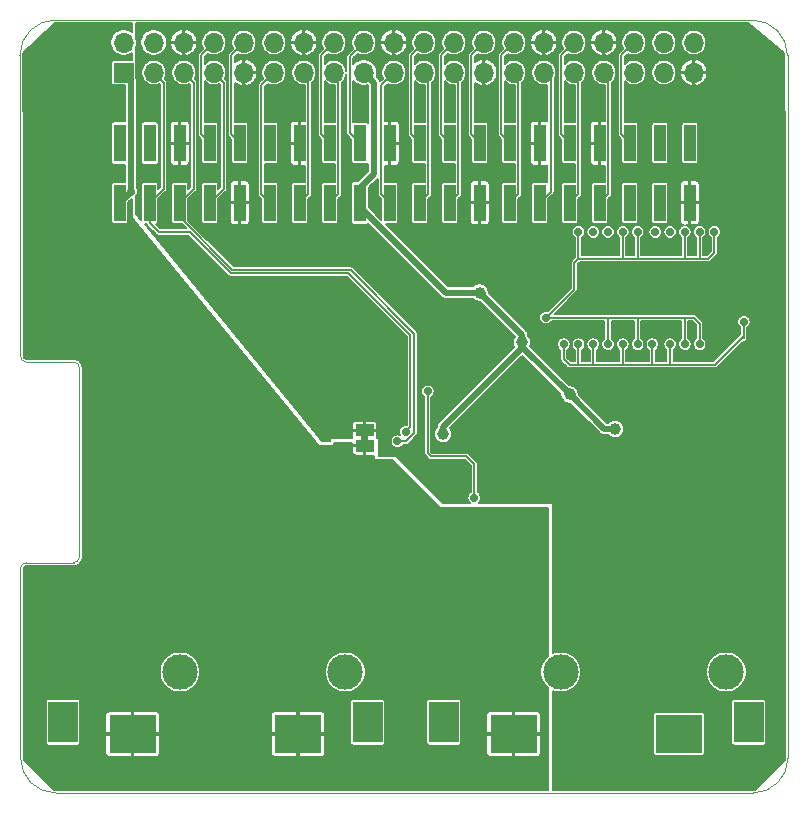
<source format=gbl>
G04 #@! TF.GenerationSoftware,KiCad,Pcbnew,5.1.9+dfsg1-1*
G04 #@! TF.CreationDate,2021-11-16T15:54:50+11:00*
G04 #@! TF.ProjectId,RAMPlatterHybrid,52414d50-6c61-4747-9465-724879627269,rev?*
G04 #@! TF.SameCoordinates,Original*
G04 #@! TF.FileFunction,Copper,L2,Bot*
G04 #@! TF.FilePolarity,Positive*
%FSLAX45Y45*%
G04 Gerber Fmt 4.5, Leading zero omitted, Abs format (unit mm)*
G04 Created by KiCad (PCBNEW 5.1.9+dfsg1-1) date 2021-11-16 15:54:50*
%MOMM*%
%LPD*%
G01*
G04 APERTURE LIST*
G04 #@! TA.AperFunction,Profile*
%ADD10C,0.100000*%
G04 #@! TD*
G04 #@! TA.AperFunction,EtchedComponent*
%ADD11C,0.150000*%
G04 #@! TD*
G04 #@! TA.AperFunction,ComponentPad*
%ADD12R,4.000000X3.200000*%
G04 #@! TD*
G04 #@! TA.AperFunction,ComponentPad*
%ADD13C,3.000000*%
G04 #@! TD*
G04 #@! TA.AperFunction,WasherPad*
%ADD14R,2.500000X3.500000*%
G04 #@! TD*
G04 #@! TA.AperFunction,SMDPad,CuDef*
%ADD15R,1.000000X3.150000*%
G04 #@! TD*
G04 #@! TA.AperFunction,SMDPad,CuDef*
%ADD16R,1.500000X1.000000*%
G04 #@! TD*
G04 #@! TA.AperFunction,ComponentPad*
%ADD17R,1.700000X1.700000*%
G04 #@! TD*
G04 #@! TA.AperFunction,ComponentPad*
%ADD18O,1.700000X1.700000*%
G04 #@! TD*
G04 #@! TA.AperFunction,ViaPad*
%ADD19C,1.000000*%
G04 #@! TD*
G04 #@! TA.AperFunction,ViaPad*
%ADD20C,0.700000*%
G04 #@! TD*
G04 #@! TA.AperFunction,Conductor*
%ADD21C,0.500000*%
G04 #@! TD*
G04 #@! TA.AperFunction,Conductor*
%ADD22C,0.150000*%
G04 #@! TD*
G04 APERTURE END LIST*
D10*
X20000000Y-9700000D02*
X19995000Y-8755000D01*
X26500000Y-9700000D02*
X26495000Y-8755000D01*
X20049913Y-13050000D02*
G75*
G03*
X20000000Y-13100000I87J-50000D01*
G01*
X20450000Y-13050000D02*
G75*
G03*
X20500000Y-13000000I0J50000D01*
G01*
X20000000Y-11300000D02*
G75*
G03*
X20050000Y-11350000I50000J0D01*
G01*
X20500000Y-11400000D02*
G75*
G03*
X20450000Y-11350000I-50000J0D01*
G01*
X20000000Y-9700000D02*
X20000000Y-11300000D01*
X26495000Y-8755000D02*
G75*
G03*
X26195000Y-8455000I-300000J0D01*
G01*
X26200000Y-15000000D02*
G75*
G03*
X26500000Y-14700000I0J300000D01*
G01*
X20000000Y-14700000D02*
G75*
G03*
X20300000Y-15000000I300000J0D01*
G01*
X20295000Y-8455000D02*
G75*
G03*
X19995000Y-8755000I0J-300000D01*
G01*
X26195000Y-8455000D02*
X20295000Y-8455000D01*
X20450000Y-13050000D02*
X20050000Y-13050000D01*
X20500000Y-11400000D02*
X20500000Y-13000000D01*
X20050000Y-11350000D02*
X20450000Y-11350000D01*
X26500000Y-14700000D02*
X26500000Y-9700000D01*
X20300000Y-15000000D02*
X26200000Y-15000000D01*
X20000000Y-13100000D02*
X20000000Y-14700000D01*
D11*
G36*
X22945000Y-12020000D02*
G01*
X22945000Y-11970000D01*
X22885000Y-11970000D01*
X22885000Y-12020000D01*
X22945000Y-12020000D01*
G37*
D12*
X22350000Y-14500000D03*
X20950000Y-14500000D03*
D13*
X22750000Y-13975000D03*
X21350000Y-13975000D03*
D14*
X22940000Y-14400000D03*
X20360000Y-14400000D03*
D15*
X20842000Y-10002500D03*
X20842000Y-9497500D03*
X21096000Y-10002500D03*
X21096000Y-9497500D03*
X21350000Y-10002500D03*
X21350000Y-9497500D03*
X21604000Y-10002500D03*
X21604000Y-9497500D03*
X21858000Y-10002500D03*
X21858000Y-9497500D03*
X22112000Y-10002500D03*
X22112000Y-9497500D03*
X22366000Y-10002500D03*
X22366000Y-9497500D03*
X22620000Y-10002500D03*
X22620000Y-9497500D03*
X22874000Y-10002500D03*
X22874000Y-9497500D03*
X23128000Y-10002500D03*
X23128000Y-9497500D03*
X23382000Y-10002500D03*
X23382000Y-9497500D03*
X23636000Y-10002500D03*
X23636000Y-9497500D03*
X23890000Y-10002500D03*
X23890000Y-9497500D03*
X24144000Y-10002500D03*
X24144000Y-9497500D03*
X24398000Y-10002500D03*
X24398000Y-9497500D03*
X24652000Y-10002500D03*
X24652000Y-9497500D03*
X24906000Y-10002500D03*
X24906000Y-9497500D03*
X25160000Y-10002500D03*
X25160000Y-9497500D03*
X25414000Y-10002500D03*
X25414000Y-9497500D03*
X25668000Y-10002500D03*
X25668000Y-9497500D03*
D12*
X25575000Y-14500000D03*
X24175000Y-14500000D03*
D13*
X25975000Y-13975000D03*
X24575000Y-13975000D03*
D14*
X26165000Y-14400000D03*
X23585000Y-14400000D03*
D16*
X22915000Y-12060000D03*
X22915000Y-11930000D03*
D17*
X20875000Y-8900000D03*
D18*
X20875000Y-8646000D03*
X21129000Y-8900000D03*
X21129000Y-8646000D03*
X21383000Y-8900000D03*
X21383000Y-8646000D03*
X21637000Y-8900000D03*
X21637000Y-8646000D03*
X21891000Y-8900000D03*
X21891000Y-8646000D03*
X22145000Y-8900000D03*
X22145000Y-8646000D03*
X22399000Y-8900000D03*
X22399000Y-8646000D03*
X22653000Y-8900000D03*
X22653000Y-8646000D03*
X22907000Y-8900000D03*
X22907000Y-8646000D03*
X23161000Y-8900000D03*
X23161000Y-8646000D03*
X23415000Y-8900000D03*
X23415000Y-8646000D03*
X23669000Y-8900000D03*
X23669000Y-8646000D03*
X23923000Y-8900000D03*
X23923000Y-8646000D03*
X24177000Y-8900000D03*
X24177000Y-8646000D03*
X24431000Y-8900000D03*
X24431000Y-8646000D03*
X24685000Y-8900000D03*
X24685000Y-8646000D03*
X24939000Y-8900000D03*
X24939000Y-8646000D03*
X25193000Y-8900000D03*
X25193000Y-8646000D03*
X25447000Y-8900000D03*
X25447000Y-8646000D03*
X25701000Y-8900000D03*
X25701000Y-8646000D03*
D19*
X24245000Y-11185000D03*
X23887500Y-10762500D03*
X24650000Y-11625000D03*
X25033125Y-11916875D03*
X23577500Y-11961000D03*
X22874000Y-9966000D03*
X20842000Y-9497500D03*
X21096000Y-9497500D03*
D20*
X22866442Y-11822438D03*
X24600000Y-12225000D03*
X24300000Y-12425000D03*
X23850000Y-11900000D03*
X23750000Y-12275000D03*
X22950000Y-11000000D03*
X22950000Y-11450000D03*
X23225000Y-11525000D03*
X23375000Y-11050000D03*
X23300000Y-10675000D03*
X23975000Y-10400000D03*
X24275000Y-10925000D03*
X23925000Y-11225000D03*
X24675000Y-13075000D03*
X24950000Y-13125000D03*
X25750000Y-13175000D03*
X25800000Y-12675000D03*
X25475000Y-12700000D03*
X25275000Y-13075000D03*
X25225000Y-11725000D03*
X25975000Y-11450000D03*
X26025000Y-10100000D03*
X26400000Y-11400000D03*
X26400000Y-10050000D03*
X23700000Y-12450000D03*
X21350000Y-10350000D03*
X22350000Y-11400000D03*
X22350000Y-10750000D03*
X22075000Y-10725000D03*
X23250000Y-12150000D03*
X24725000Y-13550000D03*
X25200000Y-13575000D03*
X24825000Y-13825000D03*
X25575000Y-13850000D03*
X25875000Y-13725000D03*
X26200000Y-13375000D03*
X26125000Y-12575000D03*
X24720000Y-11940000D03*
X24600000Y-12850000D03*
X24550000Y-12425000D03*
X24625000Y-14850000D03*
X24650000Y-14300000D03*
X26200000Y-14825000D03*
X24925000Y-10750000D03*
X25925000Y-10725000D03*
X24025000Y-10075000D03*
X22725000Y-11125000D03*
X22525000Y-11275000D03*
X22700000Y-11475000D03*
X22950000Y-10300000D03*
X24375000Y-10475000D03*
X23875000Y-10975000D03*
X23525000Y-11300000D03*
X26100000Y-8575000D03*
X24825000Y-9175000D03*
X25250000Y-9175000D03*
X24350000Y-9150000D03*
X24150000Y-9150000D03*
X24650000Y-9125000D03*
X23950000Y-9125000D03*
X23625000Y-9125000D03*
X23385000Y-9150000D03*
X23185000Y-9130000D03*
X22895000Y-9130000D03*
X22625000Y-9150000D03*
X22255000Y-9150000D03*
X21915000Y-9160000D03*
X21625000Y-9140000D03*
X21345000Y-9160000D03*
X21095000Y-9160000D03*
X23990000Y-9720000D03*
X23250000Y-9750000D03*
X25290000Y-9750000D03*
X21890000Y-10350000D03*
X22510000Y-10350000D03*
X23280000Y-10240000D03*
X23000000Y-10000000D03*
X23050000Y-10480000D03*
X23140000Y-10570000D03*
X22740000Y-10780000D03*
X23520000Y-10470000D03*
X24590000Y-10700000D03*
X24645000Y-11790000D03*
X23150000Y-11935000D03*
X23390000Y-11970000D03*
X24990000Y-12440000D03*
X21065000Y-9745000D03*
X22720000Y-12065000D03*
X22720000Y-12285000D03*
X22945000Y-12285000D03*
X22825000Y-12175000D03*
X22945000Y-12065000D03*
X23125000Y-12500000D03*
X22875000Y-12850000D03*
X22725000Y-12850000D03*
X22525000Y-12650000D03*
X23300000Y-12850000D03*
X23500000Y-12850000D03*
X24350000Y-12650000D03*
X23925000Y-12625000D03*
X24050000Y-12800000D03*
X23400000Y-12500000D03*
X21500000Y-12275000D03*
X21375000Y-13700000D03*
X21950000Y-13525000D03*
X20225000Y-13225000D03*
X20125000Y-11250000D03*
X20250000Y-9650000D03*
X20350000Y-14850000D03*
X21250000Y-11775000D03*
X20875000Y-10300000D03*
X21925000Y-11600000D03*
X22325000Y-11950000D03*
X24400000Y-13125000D03*
X24075000Y-13675000D03*
X20400000Y-8625000D03*
X22380000Y-12215000D03*
X22465000Y-12400000D03*
X22160000Y-12405000D03*
X21805000Y-12770000D03*
X22175000Y-12740000D03*
X21355000Y-13135000D03*
X21845000Y-14090000D03*
X24060000Y-13170000D03*
X23120000Y-13460000D03*
X20845000Y-9135000D03*
X23264341Y-11939340D03*
X23192499Y-12021282D03*
X22112000Y-9497500D03*
X25160000Y-10002500D03*
X25410000Y-9500000D03*
X25668000Y-9497500D03*
X25414000Y-10002500D03*
X25875000Y-10250000D03*
X25750000Y-10250000D03*
X25625000Y-10250000D03*
X25225000Y-10250000D03*
X25100000Y-10250000D03*
X24725000Y-10250000D03*
X25750000Y-11200000D03*
X25625000Y-11200000D03*
X25225000Y-11200000D03*
X24975000Y-11200000D03*
X24450000Y-10975000D03*
X25500000Y-10250000D03*
X25375000Y-10250000D03*
X25500000Y-11200000D03*
X25350000Y-11200000D03*
X25100000Y-11200000D03*
X24850000Y-11200000D03*
X24600000Y-11200000D03*
X24725000Y-11200000D03*
X26125000Y-11010000D03*
X24850000Y-10250000D03*
X24975000Y-10250000D03*
X23450000Y-11600000D03*
X23842500Y-12500000D03*
X20937000Y-9907500D03*
D21*
X24245000Y-11120000D02*
X23887500Y-10762500D01*
X24245000Y-11185000D02*
X24245000Y-11120000D01*
X24245000Y-11185000D02*
X24245000Y-11220000D01*
X24245000Y-11220000D02*
X24650000Y-11625000D01*
X24650000Y-11625000D02*
X24941875Y-11916875D01*
X24941875Y-11916875D02*
X25033125Y-11916875D01*
X24245000Y-11185000D02*
X24245000Y-11230000D01*
X23577500Y-11897500D02*
X23577500Y-11961000D01*
X24245000Y-11230000D02*
X23577500Y-11897500D01*
X22874000Y-10037000D02*
X22874000Y-10002500D01*
X23599500Y-10762500D02*
X22874000Y-10037000D01*
X23887500Y-10762500D02*
X23599500Y-10762500D01*
X22874000Y-10002500D02*
X22874000Y-9966000D01*
X22992000Y-9758000D02*
X22874000Y-9876000D01*
X22992000Y-8985000D02*
X22992000Y-9758000D01*
X22907000Y-8900000D02*
X22992000Y-8985000D01*
D22*
X22915000Y-11870996D02*
X22866442Y-11822438D01*
X22915000Y-11930000D02*
X22915000Y-11870996D01*
X21214000Y-9884500D02*
X21096000Y-10002500D01*
X21214000Y-8985000D02*
X21214000Y-9884500D01*
X21129000Y-8900000D02*
X21214000Y-8985000D01*
X21825000Y-10600000D02*
X21816500Y-10600000D01*
X21171000Y-10250000D02*
X21096000Y-10175000D01*
X21096000Y-10175000D02*
X21096000Y-10002500D01*
X21825000Y-10600000D02*
X21782572Y-10600000D01*
X21782572Y-10600000D02*
X21432572Y-10250000D01*
X21432572Y-10250000D02*
X21171000Y-10250000D01*
X22775000Y-10600000D02*
X23299341Y-11124341D01*
X21825000Y-10600000D02*
X22775000Y-10600000D01*
X23299341Y-11904340D02*
X23264341Y-11939340D01*
X23299341Y-11124341D02*
X23299341Y-11904340D01*
X21468000Y-9884500D02*
X21350000Y-10002500D01*
X21468000Y-8985000D02*
X21468000Y-9884500D01*
X21383000Y-8900000D02*
X21468000Y-8985000D01*
X23263718Y-12021282D02*
X23192499Y-12021282D01*
X23335000Y-11110000D02*
X23335000Y-11950000D01*
X22794999Y-10569999D02*
X23335000Y-11110000D01*
X21348000Y-9877500D02*
X21348000Y-10123000D01*
X21348000Y-10123000D02*
X21794999Y-10569999D01*
X23335000Y-11950000D02*
X23263718Y-12021282D01*
X21794999Y-10569999D02*
X22794999Y-10569999D01*
X25157500Y-10002500D02*
X25160000Y-10002500D01*
X25412500Y-9497500D02*
X25410000Y-9500000D01*
X25414000Y-9497500D02*
X25412500Y-9497500D01*
X24725000Y-10250000D02*
X24725000Y-10475000D01*
X25100000Y-10250000D02*
X25100000Y-10475000D01*
X24725000Y-10475000D02*
X25100000Y-10475000D01*
X25225000Y-10250000D02*
X25225000Y-10475000D01*
X25625000Y-10250000D02*
X25625000Y-10475000D01*
X25100000Y-10475000D02*
X25625000Y-10475000D01*
X25750000Y-10250000D02*
X25750000Y-10475000D01*
X25625000Y-10475000D02*
X25750000Y-10475000D01*
X25625000Y-11200000D02*
X25625000Y-10975000D01*
X25225000Y-11200000D02*
X25225000Y-10975000D01*
X25225000Y-10975000D02*
X25625000Y-10975000D01*
X24975000Y-11200000D02*
X24975000Y-10975000D01*
X24975000Y-10975000D02*
X25225000Y-10975000D01*
X24450000Y-10975000D02*
X24975000Y-10975000D01*
X25750000Y-11025000D02*
X25750000Y-11200000D01*
X25700000Y-10975000D02*
X25750000Y-11025000D01*
X25625000Y-10975000D02*
X25700000Y-10975000D01*
X25825000Y-10475000D02*
X25750000Y-10475000D01*
X25875000Y-10425000D02*
X25825000Y-10475000D01*
X25875000Y-10250000D02*
X25875000Y-10425000D01*
X24687500Y-10737500D02*
X24450000Y-10975000D01*
X24687500Y-10512500D02*
X24687500Y-10737500D01*
X24725000Y-10475000D02*
X24687500Y-10512500D01*
X26125000Y-11130000D02*
X26125000Y-11150000D01*
X24600000Y-11325000D02*
X24600000Y-11200000D01*
X24650000Y-11375000D02*
X24600000Y-11325000D01*
X24725000Y-11200000D02*
X24725000Y-11375000D01*
X24725000Y-11375000D02*
X24650000Y-11375000D01*
X24850000Y-11200000D02*
X24850000Y-11375000D01*
X24850000Y-11375000D02*
X24725000Y-11375000D01*
X25100000Y-11200000D02*
X25100000Y-11375000D01*
X25350000Y-11200000D02*
X25350000Y-11375000D01*
X25350000Y-11375000D02*
X24850000Y-11375000D01*
X25500000Y-11200000D02*
X25500000Y-11375000D01*
X25500000Y-11375000D02*
X25350000Y-11375000D01*
X25880000Y-11375000D02*
X25500000Y-11375000D01*
X26125000Y-11130000D02*
X25880000Y-11375000D01*
X26125000Y-11010000D02*
X26125000Y-11130000D01*
X23450000Y-11600000D02*
X23450000Y-12125000D01*
X23450000Y-12125000D02*
X23475000Y-12150000D01*
X23475000Y-12150000D02*
X23775000Y-12150000D01*
X23842500Y-12217500D02*
X23842500Y-12500000D01*
X23775000Y-12150000D02*
X23842500Y-12217500D01*
D21*
X20937000Y-8962000D02*
X20875000Y-8900000D01*
X20937000Y-9907500D02*
X20937000Y-8962000D01*
X20842000Y-10002500D02*
X20937000Y-9907500D01*
D22*
X21722000Y-9884500D02*
X21604000Y-10002500D01*
X21722000Y-8985000D02*
X21722000Y-9884500D01*
X21637000Y-8900000D02*
X21722000Y-8985000D01*
X21529500Y-9423000D02*
X21529500Y-8753500D01*
X21529500Y-8753500D02*
X21637000Y-8646000D01*
X21604000Y-9497500D02*
X21529500Y-9423000D01*
X21783500Y-8753500D02*
X21891000Y-8646000D01*
X21783500Y-9423000D02*
X21783500Y-8753500D01*
X21858000Y-9497500D02*
X21783500Y-9423000D01*
X22039500Y-9005500D02*
X22145000Y-8900000D01*
X22039500Y-9930000D02*
X22039500Y-9005500D01*
X22112000Y-10002500D02*
X22039500Y-9930000D01*
X22438500Y-8939500D02*
X22399000Y-8900000D01*
X22438500Y-9930000D02*
X22438500Y-8939500D01*
X22366000Y-10002500D02*
X22438500Y-9930000D01*
X22692500Y-8939500D02*
X22653000Y-8900000D01*
X22692500Y-9930000D02*
X22692500Y-8939500D01*
X22620000Y-10002500D02*
X22692500Y-9930000D01*
X22545500Y-8753500D02*
X22653000Y-8646000D01*
X22545500Y-9423000D02*
X22545500Y-8753500D01*
X22620000Y-9497500D02*
X22545500Y-9423000D01*
X22790000Y-8763000D02*
X22907000Y-8646000D01*
X22790000Y-9413500D02*
X22790000Y-8763000D01*
X22874000Y-9497500D02*
X22790000Y-9413500D01*
X23055500Y-9005500D02*
X23161000Y-8900000D01*
X23055500Y-9930000D02*
X23055500Y-9005500D01*
X23128000Y-10002500D02*
X23055500Y-9930000D01*
X23454500Y-8939500D02*
X23415000Y-8900000D01*
X23454500Y-9930000D02*
X23454500Y-8939500D01*
X23382000Y-10002500D02*
X23454500Y-9930000D01*
X23307500Y-8753500D02*
X23415000Y-8646000D01*
X23307500Y-9423000D02*
X23307500Y-8753500D01*
X23382000Y-9497500D02*
X23307500Y-9423000D01*
X23708500Y-8939500D02*
X23669000Y-8900000D01*
X23708500Y-9930000D02*
X23708500Y-8939500D01*
X23636000Y-10002500D02*
X23708500Y-9930000D01*
X23561500Y-8753500D02*
X23669000Y-8646000D01*
X23561500Y-9423000D02*
X23561500Y-8753500D01*
X23636000Y-9497500D02*
X23561500Y-9423000D01*
X23815500Y-8753500D02*
X23923000Y-8646000D01*
X23815500Y-9423000D02*
X23815500Y-8753500D01*
X23890000Y-9497500D02*
X23815500Y-9423000D01*
X24216500Y-8939500D02*
X24177000Y-8900000D01*
X24216500Y-9930000D02*
X24216500Y-8939500D01*
X24144000Y-10002500D02*
X24216500Y-9930000D01*
X24069500Y-8753500D02*
X24177000Y-8646000D01*
X24069500Y-9423000D02*
X24069500Y-8753500D01*
X24144000Y-9497500D02*
X24069500Y-9423000D01*
X24492500Y-9908000D02*
X24398000Y-10002500D01*
X24492500Y-8961500D02*
X24492500Y-9908000D01*
X24431000Y-8900000D02*
X24492500Y-8961500D01*
X24724500Y-8939500D02*
X24685000Y-8900000D01*
X24724500Y-9930000D02*
X24724500Y-8939500D01*
X24652000Y-10002500D02*
X24724500Y-9930000D01*
X24577500Y-8753500D02*
X24685000Y-8646000D01*
X24577500Y-9423000D02*
X24577500Y-8753500D01*
X24652000Y-9497500D02*
X24577500Y-9423000D01*
X24978500Y-8939500D02*
X24939000Y-8900000D01*
X24978500Y-9930000D02*
X24978500Y-8939500D01*
X24906000Y-10002500D02*
X24978500Y-9930000D01*
X25085500Y-8753500D02*
X25193000Y-8646000D01*
X25085500Y-9423000D02*
X25085500Y-8753500D01*
X25160000Y-9497500D02*
X25085500Y-9423000D01*
X26465037Y-8730987D02*
X26467496Y-8754383D01*
X26472500Y-9700078D01*
X26472500Y-14698655D01*
X26470517Y-14718876D01*
X26218809Y-14970584D01*
X26200605Y-14972498D01*
X26199961Y-14972500D01*
X24507500Y-14972500D01*
X24507500Y-14340000D01*
X25352391Y-14340000D01*
X25352391Y-14660000D01*
X25352826Y-14664411D01*
X25354112Y-14668652D01*
X25356201Y-14672561D01*
X25359013Y-14675987D01*
X25362439Y-14678798D01*
X25366348Y-14680888D01*
X25370589Y-14682174D01*
X25375000Y-14682609D01*
X25775000Y-14682609D01*
X25779411Y-14682174D01*
X25783652Y-14680888D01*
X25787561Y-14678798D01*
X25790987Y-14675987D01*
X25793798Y-14672561D01*
X25795888Y-14668652D01*
X25797174Y-14664411D01*
X25797609Y-14660000D01*
X25797609Y-14340000D01*
X25797174Y-14335589D01*
X25795888Y-14331348D01*
X25793798Y-14327439D01*
X25790987Y-14324013D01*
X25787561Y-14321201D01*
X25783652Y-14319112D01*
X25779411Y-14317826D01*
X25775000Y-14317391D01*
X25375000Y-14317391D01*
X25370589Y-14317826D01*
X25366348Y-14319112D01*
X25362439Y-14321201D01*
X25359013Y-14324013D01*
X25356201Y-14327439D01*
X25354112Y-14331348D01*
X25352826Y-14335589D01*
X25352391Y-14340000D01*
X24507500Y-14340000D01*
X24507500Y-14225000D01*
X26017391Y-14225000D01*
X26017391Y-14575000D01*
X26017826Y-14579411D01*
X26019112Y-14583652D01*
X26021201Y-14587561D01*
X26024013Y-14590987D01*
X26027439Y-14593798D01*
X26031348Y-14595888D01*
X26035589Y-14597174D01*
X26040000Y-14597609D01*
X26290000Y-14597609D01*
X26294411Y-14597174D01*
X26298652Y-14595888D01*
X26302561Y-14593798D01*
X26305987Y-14590987D01*
X26308798Y-14587561D01*
X26310888Y-14583652D01*
X26312174Y-14579411D01*
X26312609Y-14575000D01*
X26312609Y-14225000D01*
X26312174Y-14220589D01*
X26310888Y-14216348D01*
X26308798Y-14212439D01*
X26305987Y-14209013D01*
X26302561Y-14206201D01*
X26298652Y-14204112D01*
X26294411Y-14202826D01*
X26290000Y-14202391D01*
X26040000Y-14202391D01*
X26035589Y-14202826D01*
X26031348Y-14204112D01*
X26027439Y-14206201D01*
X26024013Y-14209013D01*
X26021201Y-14212439D01*
X26019112Y-14216348D01*
X26017826Y-14220589D01*
X26017391Y-14225000D01*
X24507500Y-14225000D01*
X24507500Y-14133753D01*
X24524684Y-14140871D01*
X24558010Y-14147500D01*
X24591990Y-14147500D01*
X24625316Y-14140871D01*
X24656709Y-14127868D01*
X24684962Y-14108989D01*
X24708989Y-14084962D01*
X24727868Y-14056709D01*
X24740871Y-14025316D01*
X24747500Y-13991990D01*
X24747500Y-13958010D01*
X25802500Y-13958010D01*
X25802500Y-13991990D01*
X25809129Y-14025316D01*
X25822132Y-14056709D01*
X25841010Y-14084962D01*
X25865038Y-14108989D01*
X25893291Y-14127868D01*
X25924684Y-14140871D01*
X25958010Y-14147500D01*
X25991990Y-14147500D01*
X26025316Y-14140871D01*
X26056709Y-14127868D01*
X26084962Y-14108989D01*
X26108989Y-14084962D01*
X26127868Y-14056709D01*
X26140871Y-14025316D01*
X26147500Y-13991990D01*
X26147500Y-13958010D01*
X26140871Y-13924684D01*
X26127868Y-13893291D01*
X26108989Y-13865038D01*
X26084962Y-13841010D01*
X26056709Y-13822132D01*
X26025316Y-13809129D01*
X25991990Y-13802500D01*
X25958010Y-13802500D01*
X25924684Y-13809129D01*
X25893291Y-13822132D01*
X25865038Y-13841010D01*
X25841010Y-13865038D01*
X25822132Y-13893291D01*
X25809129Y-13924684D01*
X25802500Y-13958010D01*
X24747500Y-13958010D01*
X24740871Y-13924684D01*
X24727868Y-13893291D01*
X24708989Y-13865038D01*
X24684962Y-13841010D01*
X24656709Y-13822132D01*
X24625316Y-13809129D01*
X24591990Y-13802500D01*
X24558010Y-13802500D01*
X24524684Y-13809129D01*
X24507500Y-13816247D01*
X24507500Y-12550000D01*
X24507356Y-12548537D01*
X24506929Y-12547130D01*
X24506236Y-12545833D01*
X24505303Y-12544697D01*
X24504167Y-12543764D01*
X24502870Y-12543071D01*
X24501463Y-12542644D01*
X24500000Y-12542500D01*
X23881317Y-12542500D01*
X23887163Y-12536654D01*
X23893456Y-12527236D01*
X23897790Y-12516772D01*
X23900000Y-12505663D01*
X23900000Y-12494337D01*
X23897790Y-12483228D01*
X23893456Y-12472763D01*
X23887163Y-12463346D01*
X23879154Y-12455337D01*
X23872500Y-12450891D01*
X23872500Y-12218972D01*
X23872645Y-12217500D01*
X23872500Y-12216028D01*
X23872500Y-12216027D01*
X23872066Y-12211619D01*
X23870350Y-12205964D01*
X23867565Y-12200752D01*
X23867565Y-12200752D01*
X23864755Y-12197328D01*
X23863816Y-12196184D01*
X23862672Y-12195245D01*
X23797255Y-12129829D01*
X23796316Y-12128684D01*
X23791748Y-12124935D01*
X23786536Y-12122150D01*
X23780881Y-12120434D01*
X23776473Y-12120000D01*
X23776472Y-12120000D01*
X23775000Y-12119855D01*
X23773528Y-12120000D01*
X23487426Y-12120000D01*
X23480000Y-12112574D01*
X23480000Y-11649109D01*
X23486654Y-11644663D01*
X23494663Y-11636654D01*
X23500956Y-11627236D01*
X23505290Y-11616772D01*
X23507500Y-11605663D01*
X23507500Y-11594337D01*
X23505290Y-11583228D01*
X23500956Y-11572763D01*
X23494663Y-11563346D01*
X23486654Y-11555337D01*
X23477236Y-11549044D01*
X23466772Y-11544710D01*
X23455663Y-11542500D01*
X23444337Y-11542500D01*
X23433228Y-11544710D01*
X23422763Y-11549044D01*
X23413346Y-11555337D01*
X23405337Y-11563346D01*
X23399044Y-11572763D01*
X23394710Y-11583228D01*
X23392500Y-11594337D01*
X23392500Y-11605663D01*
X23394710Y-11616772D01*
X23399044Y-11627236D01*
X23405337Y-11636654D01*
X23413346Y-11644663D01*
X23420000Y-11649109D01*
X23420000Y-12123527D01*
X23419855Y-12125000D01*
X23420434Y-12130881D01*
X23422150Y-12136536D01*
X23424935Y-12141748D01*
X23427745Y-12145171D01*
X23428684Y-12146316D01*
X23429828Y-12147255D01*
X23452745Y-12170171D01*
X23453684Y-12171316D01*
X23454828Y-12172255D01*
X23458252Y-12175065D01*
X23461038Y-12176554D01*
X23463464Y-12177850D01*
X23469119Y-12179566D01*
X23473527Y-12180000D01*
X23473528Y-12180000D01*
X23475000Y-12180145D01*
X23476472Y-12180000D01*
X23762574Y-12180000D01*
X23812500Y-12229926D01*
X23812500Y-12450891D01*
X23805846Y-12455337D01*
X23797837Y-12463346D01*
X23791544Y-12472763D01*
X23787210Y-12483228D01*
X23785000Y-12494337D01*
X23785000Y-12505663D01*
X23787210Y-12516772D01*
X23791544Y-12527236D01*
X23797837Y-12536654D01*
X23803683Y-12542500D01*
X23578107Y-12542500D01*
X23180303Y-12144697D01*
X23179167Y-12143764D01*
X23177870Y-12143071D01*
X23176463Y-12142644D01*
X23175000Y-12142500D01*
X23032500Y-12142500D01*
X23032500Y-12000000D01*
X23032356Y-11998537D01*
X23031929Y-11997130D01*
X23031236Y-11995833D01*
X23030303Y-11994697D01*
X23029167Y-11993764D01*
X23027870Y-11993071D01*
X23026463Y-11992644D01*
X23025000Y-11992500D01*
X23020170Y-11992500D01*
X23020171Y-11992497D01*
X23022030Y-11986371D01*
X23022657Y-11980000D01*
X23022500Y-11943125D01*
X23014375Y-11935000D01*
X22920000Y-11935000D01*
X22920000Y-11937000D01*
X22910000Y-11937000D01*
X22910000Y-11935000D01*
X22815625Y-11935000D01*
X22807500Y-11943125D01*
X22807343Y-11980000D01*
X22807970Y-11986371D01*
X22809829Y-11992497D01*
X22809830Y-11992500D01*
X22625000Y-11992500D01*
X22623537Y-11992644D01*
X22622130Y-11993071D01*
X22620833Y-11993764D01*
X22619697Y-11994697D01*
X22618764Y-11995833D01*
X22618071Y-11997130D01*
X22617644Y-11998537D01*
X22617500Y-12000000D01*
X22617500Y-12017500D01*
X22553554Y-12017500D01*
X22441054Y-11880000D01*
X22807343Y-11880000D01*
X22807500Y-11916875D01*
X22815625Y-11925000D01*
X22910000Y-11925000D01*
X22910000Y-11855625D01*
X22920000Y-11855625D01*
X22920000Y-11925000D01*
X23014375Y-11925000D01*
X23022500Y-11916875D01*
X23022657Y-11880000D01*
X23022030Y-11873629D01*
X23020171Y-11867503D01*
X23017154Y-11861857D01*
X23013092Y-11856908D01*
X23008143Y-11852846D01*
X23002497Y-11849829D01*
X22996371Y-11847970D01*
X22990000Y-11847343D01*
X22928125Y-11847500D01*
X22920000Y-11855625D01*
X22910000Y-11855625D01*
X22901875Y-11847500D01*
X22840000Y-11847343D01*
X22833629Y-11847970D01*
X22827503Y-11849829D01*
X22821857Y-11852846D01*
X22816908Y-11856908D01*
X22812846Y-11861857D01*
X22809829Y-11867503D01*
X22807970Y-11873629D01*
X22807343Y-11880000D01*
X22441054Y-11880000D01*
X21052280Y-10182609D01*
X21066958Y-10182609D01*
X21068150Y-10186536D01*
X21068150Y-10186536D01*
X21070935Y-10191748D01*
X21071682Y-10192657D01*
X21074684Y-10196316D01*
X21075829Y-10197255D01*
X21148745Y-10270171D01*
X21149684Y-10271316D01*
X21150829Y-10272255D01*
X21154252Y-10275065D01*
X21157038Y-10276554D01*
X21159464Y-10277850D01*
X21165119Y-10279566D01*
X21169527Y-10280000D01*
X21169528Y-10280000D01*
X21171000Y-10280145D01*
X21172472Y-10280000D01*
X21420146Y-10280000D01*
X21760317Y-10620171D01*
X21761256Y-10621316D01*
X21762401Y-10622255D01*
X21765824Y-10625065D01*
X21771036Y-10627850D01*
X21772352Y-10628250D01*
X21776691Y-10629566D01*
X21781099Y-10630000D01*
X21781099Y-10630000D01*
X21782572Y-10630145D01*
X21784045Y-10630000D01*
X22762574Y-10630000D01*
X23269341Y-11136768D01*
X23269341Y-11881840D01*
X23258678Y-11881840D01*
X23247569Y-11884049D01*
X23237105Y-11888384D01*
X23227687Y-11894677D01*
X23219678Y-11902686D01*
X23213386Y-11912103D01*
X23209051Y-11922568D01*
X23206841Y-11933676D01*
X23206841Y-11945003D01*
X23209051Y-11956112D01*
X23213386Y-11966576D01*
X23214420Y-11968124D01*
X23209271Y-11965991D01*
X23198162Y-11963782D01*
X23186836Y-11963782D01*
X23175727Y-11965991D01*
X23165262Y-11970326D01*
X23155845Y-11976618D01*
X23147836Y-11984627D01*
X23141543Y-11994045D01*
X23137209Y-12004509D01*
X23134999Y-12015618D01*
X23134999Y-12026945D01*
X23137209Y-12038054D01*
X23141543Y-12048518D01*
X23147836Y-12057936D01*
X23155845Y-12065945D01*
X23165262Y-12072237D01*
X23175727Y-12076572D01*
X23186836Y-12078782D01*
X23198162Y-12078782D01*
X23209271Y-12076572D01*
X23219735Y-12072237D01*
X23229153Y-12065945D01*
X23237162Y-12057936D01*
X23241608Y-12051282D01*
X23262246Y-12051282D01*
X23263718Y-12051427D01*
X23265191Y-12051282D01*
X23265192Y-12051282D01*
X23269599Y-12050847D01*
X23275254Y-12049132D01*
X23280466Y-12046346D01*
X23285034Y-12042597D01*
X23285974Y-12041453D01*
X23355171Y-11972255D01*
X23356316Y-11971316D01*
X23357700Y-11969629D01*
X23360065Y-11966748D01*
X23361650Y-11963782D01*
X23362850Y-11961536D01*
X23364566Y-11955881D01*
X23365000Y-11951473D01*
X23365000Y-11951472D01*
X23365145Y-11950000D01*
X23365000Y-11948528D01*
X23365000Y-11111473D01*
X23365145Y-11110000D01*
X23364908Y-11107594D01*
X23364566Y-11104119D01*
X23363097Y-11099277D01*
X23362850Y-11098464D01*
X23360065Y-11093252D01*
X23357255Y-11089829D01*
X23356316Y-11088684D01*
X23355172Y-11087745D01*
X22817254Y-10549828D01*
X22816315Y-10548683D01*
X22811747Y-10544934D01*
X22806535Y-10542149D01*
X22800880Y-10540433D01*
X22796472Y-10539999D01*
X22796471Y-10539999D01*
X22794999Y-10539854D01*
X22793527Y-10539999D01*
X21807425Y-10539999D01*
X21422609Y-10155183D01*
X21422609Y-9972318D01*
X21488171Y-9906755D01*
X21489316Y-9905816D01*
X21490255Y-9904672D01*
X21493065Y-9901248D01*
X21495850Y-9896036D01*
X21497566Y-9890381D01*
X21498000Y-9885973D01*
X21498000Y-9885973D01*
X21498145Y-9884500D01*
X21498000Y-9883027D01*
X21498000Y-8986472D01*
X21498145Y-8985000D01*
X21498000Y-8983528D01*
X21498000Y-8983527D01*
X21497566Y-8979119D01*
X21495850Y-8973464D01*
X21493809Y-8969645D01*
X21493065Y-8968252D01*
X21490255Y-8964828D01*
X21489316Y-8963684D01*
X21488172Y-8962745D01*
X21477497Y-8952070D01*
X21478265Y-8950920D01*
X21486369Y-8931357D01*
X21490500Y-8910588D01*
X21490500Y-8889412D01*
X21486369Y-8868643D01*
X21478265Y-8849080D01*
X21466501Y-8831473D01*
X21451527Y-8816499D01*
X21433920Y-8804735D01*
X21414357Y-8796631D01*
X21393588Y-8792500D01*
X21372412Y-8792500D01*
X21351643Y-8796631D01*
X21332080Y-8804735D01*
X21314473Y-8816499D01*
X21299499Y-8831473D01*
X21287735Y-8849080D01*
X21279631Y-8868643D01*
X21275500Y-8889412D01*
X21275500Y-8910588D01*
X21279631Y-8931357D01*
X21287735Y-8950920D01*
X21299499Y-8968527D01*
X21314473Y-8983501D01*
X21332080Y-8995265D01*
X21351643Y-9003369D01*
X21372412Y-9007500D01*
X21393588Y-9007500D01*
X21414357Y-9003369D01*
X21433920Y-8995265D01*
X21435070Y-8994497D01*
X21438000Y-8997426D01*
X21438000Y-9872074D01*
X21422609Y-9887465D01*
X21422609Y-9845000D01*
X21422174Y-9840589D01*
X21420888Y-9836348D01*
X21418799Y-9832439D01*
X21415987Y-9829013D01*
X21412561Y-9826202D01*
X21408652Y-9824112D01*
X21404411Y-9822826D01*
X21400000Y-9822391D01*
X21300000Y-9822391D01*
X21295589Y-9822826D01*
X21291348Y-9824112D01*
X21287439Y-9826202D01*
X21284013Y-9829013D01*
X21281202Y-9832439D01*
X21279112Y-9836348D01*
X21277826Y-9840589D01*
X21277391Y-9845000D01*
X21277391Y-10160000D01*
X21277826Y-10164411D01*
X21279112Y-10168652D01*
X21281202Y-10172561D01*
X21284013Y-10175987D01*
X21287439Y-10178799D01*
X21291348Y-10180888D01*
X21295589Y-10182174D01*
X21300000Y-10182609D01*
X21365183Y-10182609D01*
X21402574Y-10220000D01*
X21183426Y-10220000D01*
X21146032Y-10182606D01*
X21150411Y-10182174D01*
X21154652Y-10180888D01*
X21158561Y-10178799D01*
X21161987Y-10175987D01*
X21164799Y-10172561D01*
X21166888Y-10168652D01*
X21168174Y-10164411D01*
X21168609Y-10160000D01*
X21168609Y-9972318D01*
X21234171Y-9906755D01*
X21235316Y-9905816D01*
X21236255Y-9904672D01*
X21239065Y-9901248D01*
X21241850Y-9896036D01*
X21243566Y-9890381D01*
X21244000Y-9885973D01*
X21244000Y-9885973D01*
X21244145Y-9884500D01*
X21244000Y-9883027D01*
X21244000Y-9655000D01*
X21267343Y-9655000D01*
X21267970Y-9661371D01*
X21269829Y-9667497D01*
X21272846Y-9673143D01*
X21276908Y-9678092D01*
X21281857Y-9682154D01*
X21287503Y-9685171D01*
X21293629Y-9687030D01*
X21300000Y-9687657D01*
X21336875Y-9687500D01*
X21345000Y-9679375D01*
X21345000Y-9502500D01*
X21355000Y-9502500D01*
X21355000Y-9679375D01*
X21363125Y-9687500D01*
X21400000Y-9687657D01*
X21406371Y-9687030D01*
X21412497Y-9685171D01*
X21418143Y-9682154D01*
X21423092Y-9678092D01*
X21427154Y-9673143D01*
X21430171Y-9667497D01*
X21432030Y-9661371D01*
X21432657Y-9655000D01*
X21432500Y-9510625D01*
X21424375Y-9502500D01*
X21355000Y-9502500D01*
X21345000Y-9502500D01*
X21275625Y-9502500D01*
X21267500Y-9510625D01*
X21267343Y-9655000D01*
X21244000Y-9655000D01*
X21244000Y-9340000D01*
X21267343Y-9340000D01*
X21267500Y-9484375D01*
X21275625Y-9492500D01*
X21345000Y-9492500D01*
X21345000Y-9315625D01*
X21355000Y-9315625D01*
X21355000Y-9492500D01*
X21424375Y-9492500D01*
X21432500Y-9484375D01*
X21432657Y-9340000D01*
X21432030Y-9333629D01*
X21430171Y-9327503D01*
X21427154Y-9321857D01*
X21423092Y-9316908D01*
X21418143Y-9312846D01*
X21412497Y-9309829D01*
X21406371Y-9307970D01*
X21400000Y-9307343D01*
X21363125Y-9307500D01*
X21355000Y-9315625D01*
X21345000Y-9315625D01*
X21336875Y-9307500D01*
X21300000Y-9307343D01*
X21293629Y-9307970D01*
X21287503Y-9309829D01*
X21281857Y-9312846D01*
X21276908Y-9316908D01*
X21272846Y-9321857D01*
X21269829Y-9327503D01*
X21267970Y-9333629D01*
X21267343Y-9340000D01*
X21244000Y-9340000D01*
X21244000Y-8986472D01*
X21244145Y-8985000D01*
X21244000Y-8983528D01*
X21244000Y-8983527D01*
X21243566Y-8979119D01*
X21241850Y-8973464D01*
X21239809Y-8969645D01*
X21239065Y-8968252D01*
X21236255Y-8964828D01*
X21235316Y-8963684D01*
X21234172Y-8962745D01*
X21223497Y-8952070D01*
X21224265Y-8950920D01*
X21232369Y-8931357D01*
X21236500Y-8910588D01*
X21236500Y-8889412D01*
X21232369Y-8868643D01*
X21224265Y-8849080D01*
X21212501Y-8831473D01*
X21197527Y-8816499D01*
X21179920Y-8804735D01*
X21160357Y-8796631D01*
X21139588Y-8792500D01*
X21118412Y-8792500D01*
X21097643Y-8796631D01*
X21078080Y-8804735D01*
X21060473Y-8816499D01*
X21045499Y-8831473D01*
X21033735Y-8849080D01*
X21025631Y-8868643D01*
X21021500Y-8889412D01*
X21021500Y-8910588D01*
X21025631Y-8931357D01*
X21033735Y-8950920D01*
X21045499Y-8968527D01*
X21060473Y-8983501D01*
X21078080Y-8995265D01*
X21097643Y-9003369D01*
X21118412Y-9007500D01*
X21139588Y-9007500D01*
X21160357Y-9003369D01*
X21179920Y-8995265D01*
X21181070Y-8994497D01*
X21184000Y-8997426D01*
X21184000Y-9872074D01*
X21168609Y-9887465D01*
X21168609Y-9845000D01*
X21168174Y-9840589D01*
X21166888Y-9836348D01*
X21164799Y-9832439D01*
X21161987Y-9829013D01*
X21158561Y-9826202D01*
X21154652Y-9824112D01*
X21150411Y-9822826D01*
X21146000Y-9822391D01*
X21046000Y-9822391D01*
X21041589Y-9822826D01*
X21037348Y-9824112D01*
X21033439Y-9826202D01*
X21030013Y-9829013D01*
X21027202Y-9832439D01*
X21025112Y-9836348D01*
X21023826Y-9840589D01*
X21023391Y-9845000D01*
X21023391Y-10147301D01*
X20982500Y-10097323D01*
X20982500Y-9942902D01*
X20987956Y-9934736D01*
X20992290Y-9924272D01*
X20994500Y-9913163D01*
X20994500Y-9901837D01*
X20992290Y-9890728D01*
X20987956Y-9880263D01*
X20984500Y-9875091D01*
X20984500Y-9340000D01*
X21018367Y-9340000D01*
X21018367Y-9655000D01*
X21018898Y-9660391D01*
X21020470Y-9665575D01*
X21023024Y-9670352D01*
X21026461Y-9674540D01*
X21030648Y-9677976D01*
X21035425Y-9680530D01*
X21040609Y-9682102D01*
X21046000Y-9682633D01*
X21146000Y-9682633D01*
X21151391Y-9682102D01*
X21156575Y-9680530D01*
X21161352Y-9677976D01*
X21165540Y-9674540D01*
X21168976Y-9670352D01*
X21171530Y-9665575D01*
X21173102Y-9660391D01*
X21173633Y-9655000D01*
X21173633Y-9340000D01*
X21173102Y-9334609D01*
X21171530Y-9329425D01*
X21168976Y-9324648D01*
X21165540Y-9320461D01*
X21161352Y-9317024D01*
X21156575Y-9314470D01*
X21151391Y-9312898D01*
X21146000Y-9312367D01*
X21046000Y-9312367D01*
X21040609Y-9312898D01*
X21035425Y-9314470D01*
X21030648Y-9317024D01*
X21026461Y-9320461D01*
X21023024Y-9324648D01*
X21020470Y-9329425D01*
X21018898Y-9334609D01*
X21018367Y-9340000D01*
X20984500Y-9340000D01*
X20984500Y-8964333D01*
X20984730Y-8962000D01*
X20983813Y-8952689D01*
X20982609Y-8948719D01*
X20982609Y-8815000D01*
X20982500Y-8813895D01*
X20982500Y-8680449D01*
X20983177Y-8678815D01*
X20987500Y-8657080D01*
X20987500Y-8634920D01*
X21016500Y-8634920D01*
X21016500Y-8657080D01*
X21020823Y-8678815D01*
X21029304Y-8699289D01*
X21041616Y-8717715D01*
X21057286Y-8733384D01*
X21075711Y-8745696D01*
X21096185Y-8754177D01*
X21117920Y-8758500D01*
X21140080Y-8758500D01*
X21161815Y-8754177D01*
X21182289Y-8745696D01*
X21200715Y-8733384D01*
X21216384Y-8717715D01*
X21228696Y-8699289D01*
X21237177Y-8678815D01*
X21239069Y-8669303D01*
X21267834Y-8669303D01*
X21274593Y-8691323D01*
X21285518Y-8711601D01*
X21300189Y-8729359D01*
X21318043Y-8743913D01*
X21338393Y-8754704D01*
X21359697Y-8761166D01*
X21378000Y-8755261D01*
X21378000Y-8651000D01*
X21388000Y-8651000D01*
X21388000Y-8755261D01*
X21406303Y-8761166D01*
X21427607Y-8754704D01*
X21429877Y-8753500D01*
X21499355Y-8753500D01*
X21499500Y-8754973D01*
X21499500Y-9421528D01*
X21499355Y-9423000D01*
X21499500Y-9424472D01*
X21499500Y-9424473D01*
X21499934Y-9428881D01*
X21501650Y-9434536D01*
X21501650Y-9434536D01*
X21504435Y-9439748D01*
X21505751Y-9441350D01*
X21508184Y-9444316D01*
X21509329Y-9445255D01*
X21531391Y-9467318D01*
X21531391Y-9655000D01*
X21531826Y-9659411D01*
X21533112Y-9663652D01*
X21535202Y-9667561D01*
X21538013Y-9670987D01*
X21541439Y-9673799D01*
X21545348Y-9675888D01*
X21549589Y-9677174D01*
X21554000Y-9677609D01*
X21654000Y-9677609D01*
X21658411Y-9677174D01*
X21662652Y-9675888D01*
X21666561Y-9673799D01*
X21669987Y-9670987D01*
X21672799Y-9667561D01*
X21674888Y-9663652D01*
X21676174Y-9659411D01*
X21676609Y-9655000D01*
X21676609Y-9340000D01*
X21676174Y-9335589D01*
X21674888Y-9331348D01*
X21672799Y-9327439D01*
X21669987Y-9324013D01*
X21666561Y-9321202D01*
X21662652Y-9319112D01*
X21658411Y-9317826D01*
X21654000Y-9317391D01*
X21559500Y-9317391D01*
X21559500Y-8974528D01*
X21568473Y-8983501D01*
X21586080Y-8995265D01*
X21605643Y-9003369D01*
X21626412Y-9007500D01*
X21647588Y-9007500D01*
X21668357Y-9003369D01*
X21687920Y-8995265D01*
X21689070Y-8994497D01*
X21692000Y-8997426D01*
X21692000Y-9872074D01*
X21676609Y-9887465D01*
X21676609Y-9845000D01*
X21676174Y-9840589D01*
X21674888Y-9836348D01*
X21672799Y-9832439D01*
X21669987Y-9829013D01*
X21666561Y-9826202D01*
X21662652Y-9824112D01*
X21658411Y-9822826D01*
X21654000Y-9822391D01*
X21554000Y-9822391D01*
X21549589Y-9822826D01*
X21545348Y-9824112D01*
X21541439Y-9826202D01*
X21538013Y-9829013D01*
X21535202Y-9832439D01*
X21533112Y-9836348D01*
X21531826Y-9840589D01*
X21531391Y-9845000D01*
X21531391Y-10160000D01*
X21531826Y-10164411D01*
X21533112Y-10168652D01*
X21535202Y-10172561D01*
X21538013Y-10175987D01*
X21541439Y-10178799D01*
X21545348Y-10180888D01*
X21549589Y-10182174D01*
X21554000Y-10182609D01*
X21654000Y-10182609D01*
X21658411Y-10182174D01*
X21662652Y-10180888D01*
X21666561Y-10178799D01*
X21669987Y-10175987D01*
X21672799Y-10172561D01*
X21674888Y-10168652D01*
X21676174Y-10164411D01*
X21676609Y-10160000D01*
X21775343Y-10160000D01*
X21775970Y-10166371D01*
X21777829Y-10172497D01*
X21780846Y-10178143D01*
X21784908Y-10183092D01*
X21789857Y-10187154D01*
X21795503Y-10190171D01*
X21801629Y-10192030D01*
X21808000Y-10192657D01*
X21844875Y-10192500D01*
X21853000Y-10184375D01*
X21853000Y-10007500D01*
X21863000Y-10007500D01*
X21863000Y-10184375D01*
X21871125Y-10192500D01*
X21908000Y-10192657D01*
X21914371Y-10192030D01*
X21920497Y-10190171D01*
X21926143Y-10187154D01*
X21931092Y-10183092D01*
X21935154Y-10178143D01*
X21938171Y-10172497D01*
X21940030Y-10166371D01*
X21940657Y-10160000D01*
X21940500Y-10015625D01*
X21932375Y-10007500D01*
X21863000Y-10007500D01*
X21853000Y-10007500D01*
X21783625Y-10007500D01*
X21775500Y-10015625D01*
X21775343Y-10160000D01*
X21676609Y-10160000D01*
X21676609Y-9972318D01*
X21742171Y-9906755D01*
X21743316Y-9905816D01*
X21744255Y-9904672D01*
X21747065Y-9901248D01*
X21749850Y-9896036D01*
X21751566Y-9890381D01*
X21752000Y-9885973D01*
X21752000Y-9885973D01*
X21752145Y-9884500D01*
X21752000Y-9883027D01*
X21752000Y-9845000D01*
X21775343Y-9845000D01*
X21775500Y-9989375D01*
X21783625Y-9997500D01*
X21853000Y-9997500D01*
X21853000Y-9820625D01*
X21863000Y-9820625D01*
X21863000Y-9997500D01*
X21932375Y-9997500D01*
X21940500Y-9989375D01*
X21940657Y-9845000D01*
X21940030Y-9838629D01*
X21938171Y-9832503D01*
X21935154Y-9826857D01*
X21931092Y-9821908D01*
X21926143Y-9817846D01*
X21920497Y-9814829D01*
X21914371Y-9812970D01*
X21908000Y-9812343D01*
X21871125Y-9812500D01*
X21863000Y-9820625D01*
X21853000Y-9820625D01*
X21844875Y-9812500D01*
X21808000Y-9812343D01*
X21801629Y-9812970D01*
X21795503Y-9814829D01*
X21789857Y-9817846D01*
X21784908Y-9821908D01*
X21780846Y-9826857D01*
X21777829Y-9832503D01*
X21775970Y-9838629D01*
X21775343Y-9845000D01*
X21752000Y-9845000D01*
X21752000Y-8986472D01*
X21752145Y-8985000D01*
X21752000Y-8983528D01*
X21752000Y-8983527D01*
X21751566Y-8979119D01*
X21749850Y-8973464D01*
X21747809Y-8969645D01*
X21747065Y-8968252D01*
X21744255Y-8964828D01*
X21743316Y-8963684D01*
X21742172Y-8962745D01*
X21731497Y-8952070D01*
X21732265Y-8950920D01*
X21740369Y-8931357D01*
X21744500Y-8910588D01*
X21744500Y-8889412D01*
X21740369Y-8868643D01*
X21732265Y-8849080D01*
X21720501Y-8831473D01*
X21705527Y-8816499D01*
X21687920Y-8804735D01*
X21668357Y-8796631D01*
X21647588Y-8792500D01*
X21626412Y-8792500D01*
X21605643Y-8796631D01*
X21586080Y-8804735D01*
X21568473Y-8816499D01*
X21559500Y-8825472D01*
X21559500Y-8765926D01*
X21571926Y-8753500D01*
X21753355Y-8753500D01*
X21753500Y-8754973D01*
X21753500Y-9421528D01*
X21753355Y-9423000D01*
X21753500Y-9424472D01*
X21753500Y-9424473D01*
X21753934Y-9428881D01*
X21755650Y-9434536D01*
X21755650Y-9434536D01*
X21758435Y-9439748D01*
X21759751Y-9441350D01*
X21762184Y-9444316D01*
X21763329Y-9445255D01*
X21785391Y-9467318D01*
X21785391Y-9655000D01*
X21785826Y-9659411D01*
X21787112Y-9663652D01*
X21789202Y-9667561D01*
X21792013Y-9670987D01*
X21795439Y-9673799D01*
X21799348Y-9675888D01*
X21803589Y-9677174D01*
X21808000Y-9677609D01*
X21908000Y-9677609D01*
X21912411Y-9677174D01*
X21916652Y-9675888D01*
X21920561Y-9673799D01*
X21923987Y-9670987D01*
X21926799Y-9667561D01*
X21928888Y-9663652D01*
X21930174Y-9659411D01*
X21930609Y-9655000D01*
X21930609Y-9340000D01*
X21930174Y-9335589D01*
X21928888Y-9331348D01*
X21926799Y-9327439D01*
X21923987Y-9324013D01*
X21920561Y-9321202D01*
X21916652Y-9319112D01*
X21912411Y-9317826D01*
X21908000Y-9317391D01*
X21813500Y-9317391D01*
X21813500Y-8987688D01*
X21826043Y-8997913D01*
X21846393Y-9008704D01*
X21867697Y-9015166D01*
X21886000Y-9009261D01*
X21886000Y-8905000D01*
X21896000Y-8905000D01*
X21896000Y-9009261D01*
X21914303Y-9015166D01*
X21935607Y-9008704D01*
X21941649Y-9005500D01*
X22009355Y-9005500D01*
X22009500Y-9006973D01*
X22009500Y-9928528D01*
X22009355Y-9930000D01*
X22009500Y-9931472D01*
X22009500Y-9931473D01*
X22009934Y-9935881D01*
X22011650Y-9941536D01*
X22012643Y-9943394D01*
X22014435Y-9946748D01*
X22016136Y-9948820D01*
X22018184Y-9951316D01*
X22019329Y-9952255D01*
X22039391Y-9972318D01*
X22039391Y-10160000D01*
X22039826Y-10164411D01*
X22041112Y-10168652D01*
X22043202Y-10172561D01*
X22046013Y-10175987D01*
X22049439Y-10178799D01*
X22053348Y-10180888D01*
X22057589Y-10182174D01*
X22062000Y-10182609D01*
X22162000Y-10182609D01*
X22166411Y-10182174D01*
X22170652Y-10180888D01*
X22174561Y-10178799D01*
X22177987Y-10175987D01*
X22180799Y-10172561D01*
X22182888Y-10168652D01*
X22184174Y-10164411D01*
X22184609Y-10160000D01*
X22184609Y-9845000D01*
X22184174Y-9840589D01*
X22182888Y-9836348D01*
X22180799Y-9832439D01*
X22177987Y-9829013D01*
X22174561Y-9826202D01*
X22170652Y-9824112D01*
X22166411Y-9822826D01*
X22162000Y-9822391D01*
X22069500Y-9822391D01*
X22069500Y-9677609D01*
X22162000Y-9677609D01*
X22166411Y-9677174D01*
X22170652Y-9675888D01*
X22174561Y-9673799D01*
X22177987Y-9670987D01*
X22180799Y-9667561D01*
X22182888Y-9663652D01*
X22184174Y-9659411D01*
X22184609Y-9655000D01*
X22283343Y-9655000D01*
X22283970Y-9661371D01*
X22285829Y-9667497D01*
X22288846Y-9673143D01*
X22292908Y-9678092D01*
X22297857Y-9682154D01*
X22303503Y-9685171D01*
X22309629Y-9687030D01*
X22316000Y-9687657D01*
X22352875Y-9687500D01*
X22361000Y-9679375D01*
X22361000Y-9502500D01*
X22291625Y-9502500D01*
X22283500Y-9510625D01*
X22283343Y-9655000D01*
X22184609Y-9655000D01*
X22184609Y-9340000D01*
X22283343Y-9340000D01*
X22283500Y-9484375D01*
X22291625Y-9492500D01*
X22361000Y-9492500D01*
X22361000Y-9315625D01*
X22352875Y-9307500D01*
X22316000Y-9307343D01*
X22309629Y-9307970D01*
X22303503Y-9309829D01*
X22297857Y-9312846D01*
X22292908Y-9316908D01*
X22288846Y-9321857D01*
X22285829Y-9327503D01*
X22283970Y-9333629D01*
X22283343Y-9340000D01*
X22184609Y-9340000D01*
X22184174Y-9335589D01*
X22182888Y-9331348D01*
X22180799Y-9327439D01*
X22177987Y-9324013D01*
X22174561Y-9321202D01*
X22170652Y-9319112D01*
X22166411Y-9317826D01*
X22162000Y-9317391D01*
X22069500Y-9317391D01*
X22069500Y-9017926D01*
X22092930Y-8994497D01*
X22094080Y-8995265D01*
X22113643Y-9003369D01*
X22134412Y-9007500D01*
X22155588Y-9007500D01*
X22176357Y-9003369D01*
X22195920Y-8995265D01*
X22213527Y-8983501D01*
X22228501Y-8968527D01*
X22240265Y-8950920D01*
X22248369Y-8931357D01*
X22252500Y-8910588D01*
X22252500Y-8889412D01*
X22291500Y-8889412D01*
X22291500Y-8910588D01*
X22295631Y-8931357D01*
X22303735Y-8950920D01*
X22315499Y-8968527D01*
X22330473Y-8983501D01*
X22348080Y-8995265D01*
X22367643Y-9003369D01*
X22388412Y-9007500D01*
X22408500Y-9007500D01*
X22408500Y-9307375D01*
X22379125Y-9307500D01*
X22371000Y-9315625D01*
X22371000Y-9492500D01*
X22373000Y-9492500D01*
X22373000Y-9502500D01*
X22371000Y-9502500D01*
X22371000Y-9679375D01*
X22379125Y-9687500D01*
X22408500Y-9687625D01*
X22408500Y-9822391D01*
X22316000Y-9822391D01*
X22311589Y-9822826D01*
X22307348Y-9824112D01*
X22303439Y-9826202D01*
X22300013Y-9829013D01*
X22297202Y-9832439D01*
X22295112Y-9836348D01*
X22293826Y-9840589D01*
X22293391Y-9845000D01*
X22293391Y-10160000D01*
X22293826Y-10164411D01*
X22295112Y-10168652D01*
X22297202Y-10172561D01*
X22300013Y-10175987D01*
X22303439Y-10178799D01*
X22307348Y-10180888D01*
X22311589Y-10182174D01*
X22316000Y-10182609D01*
X22416000Y-10182609D01*
X22420411Y-10182174D01*
X22424652Y-10180888D01*
X22428561Y-10178799D01*
X22431987Y-10175987D01*
X22434798Y-10172561D01*
X22436888Y-10168652D01*
X22438174Y-10164411D01*
X22438609Y-10160000D01*
X22438609Y-9972318D01*
X22458672Y-9952255D01*
X22459816Y-9951316D01*
X22463186Y-9947210D01*
X22463565Y-9946748D01*
X22466350Y-9941536D01*
X22466350Y-9941536D01*
X22468066Y-9935881D01*
X22468500Y-9931473D01*
X22468500Y-9931472D01*
X22468645Y-9930000D01*
X22468500Y-9928528D01*
X22468500Y-8982528D01*
X22482501Y-8968527D01*
X22494265Y-8950920D01*
X22502369Y-8931357D01*
X22506500Y-8910588D01*
X22506500Y-8889412D01*
X22502369Y-8868643D01*
X22494265Y-8849080D01*
X22482501Y-8831473D01*
X22467527Y-8816499D01*
X22449920Y-8804735D01*
X22430357Y-8796631D01*
X22409588Y-8792500D01*
X22388412Y-8792500D01*
X22367643Y-8796631D01*
X22348080Y-8804735D01*
X22330473Y-8816499D01*
X22315499Y-8831473D01*
X22303735Y-8849080D01*
X22295631Y-8868643D01*
X22291500Y-8889412D01*
X22252500Y-8889412D01*
X22248369Y-8868643D01*
X22240265Y-8849080D01*
X22228501Y-8831473D01*
X22213527Y-8816499D01*
X22195920Y-8804735D01*
X22176357Y-8796631D01*
X22155588Y-8792500D01*
X22134412Y-8792500D01*
X22113643Y-8796631D01*
X22094080Y-8804735D01*
X22076473Y-8816499D01*
X22061499Y-8831473D01*
X22049735Y-8849080D01*
X22041631Y-8868643D01*
X22037500Y-8889412D01*
X22037500Y-8910588D01*
X22041631Y-8931357D01*
X22049735Y-8950920D01*
X22050503Y-8952070D01*
X22019328Y-8983245D01*
X22018184Y-8984184D01*
X22017245Y-8985329D01*
X22017245Y-8985329D01*
X22014435Y-8988752D01*
X22011650Y-8993964D01*
X22009934Y-8999619D01*
X22009355Y-9005500D01*
X21941649Y-9005500D01*
X21955957Y-8997913D01*
X21973811Y-8983359D01*
X21988482Y-8965601D01*
X21999407Y-8945323D01*
X22006166Y-8923303D01*
X22000269Y-8905000D01*
X21896000Y-8905000D01*
X21886000Y-8905000D01*
X21884000Y-8905000D01*
X21884000Y-8895000D01*
X21886000Y-8895000D01*
X21886000Y-8790739D01*
X21896000Y-8790739D01*
X21896000Y-8895000D01*
X22000269Y-8895000D01*
X22006166Y-8876697D01*
X21999407Y-8854677D01*
X21988482Y-8834399D01*
X21973811Y-8816641D01*
X21955957Y-8802088D01*
X21935607Y-8791296D01*
X21914303Y-8784834D01*
X21896000Y-8790739D01*
X21886000Y-8790739D01*
X21867697Y-8784834D01*
X21846393Y-8791296D01*
X21826043Y-8802088D01*
X21813500Y-8812312D01*
X21813500Y-8765926D01*
X21838930Y-8740497D01*
X21840080Y-8741265D01*
X21859643Y-8749369D01*
X21880412Y-8753500D01*
X21901588Y-8753500D01*
X21922357Y-8749369D01*
X21941920Y-8741265D01*
X21959527Y-8729501D01*
X21974501Y-8714527D01*
X21986265Y-8696920D01*
X21994369Y-8677357D01*
X21998500Y-8656588D01*
X21998500Y-8635412D01*
X22037500Y-8635412D01*
X22037500Y-8656588D01*
X22041631Y-8677357D01*
X22049735Y-8696920D01*
X22061499Y-8714527D01*
X22076473Y-8729501D01*
X22094080Y-8741265D01*
X22113643Y-8749369D01*
X22134412Y-8753500D01*
X22155588Y-8753500D01*
X22176357Y-8749369D01*
X22195920Y-8741265D01*
X22213527Y-8729501D01*
X22228501Y-8714527D01*
X22240265Y-8696920D01*
X22248369Y-8677357D01*
X22249971Y-8669303D01*
X22283834Y-8669303D01*
X22290593Y-8691323D01*
X22301518Y-8711601D01*
X22316189Y-8729359D01*
X22334043Y-8743913D01*
X22354393Y-8754704D01*
X22375697Y-8761166D01*
X22394000Y-8755261D01*
X22394000Y-8651000D01*
X22404000Y-8651000D01*
X22404000Y-8755261D01*
X22422303Y-8761166D01*
X22443607Y-8754704D01*
X22445877Y-8753500D01*
X22515355Y-8753500D01*
X22515500Y-8754973D01*
X22515500Y-9421528D01*
X22515355Y-9423000D01*
X22515500Y-9424472D01*
X22515500Y-9424473D01*
X22515934Y-9428881D01*
X22517649Y-9434536D01*
X22517650Y-9434536D01*
X22520435Y-9439748D01*
X22521751Y-9441350D01*
X22524184Y-9444316D01*
X22525329Y-9445255D01*
X22547391Y-9467318D01*
X22547391Y-9655000D01*
X22547826Y-9659411D01*
X22549112Y-9663652D01*
X22551201Y-9667561D01*
X22554013Y-9670987D01*
X22557439Y-9673799D01*
X22561348Y-9675888D01*
X22565589Y-9677174D01*
X22570000Y-9677609D01*
X22662500Y-9677609D01*
X22662500Y-9822391D01*
X22570000Y-9822391D01*
X22565589Y-9822826D01*
X22561348Y-9824112D01*
X22557439Y-9826202D01*
X22554013Y-9829013D01*
X22551201Y-9832439D01*
X22549112Y-9836348D01*
X22547826Y-9840589D01*
X22547391Y-9845000D01*
X22547391Y-10160000D01*
X22547826Y-10164411D01*
X22549112Y-10168652D01*
X22551201Y-10172561D01*
X22554013Y-10175987D01*
X22557439Y-10178799D01*
X22561348Y-10180888D01*
X22565589Y-10182174D01*
X22570000Y-10182609D01*
X22670000Y-10182609D01*
X22674411Y-10182174D01*
X22678652Y-10180888D01*
X22682561Y-10178799D01*
X22685987Y-10175987D01*
X22688798Y-10172561D01*
X22690888Y-10168652D01*
X22692174Y-10164411D01*
X22692609Y-10160000D01*
X22692609Y-9972318D01*
X22712672Y-9952255D01*
X22713816Y-9951316D01*
X22717186Y-9947210D01*
X22717565Y-9946748D01*
X22720350Y-9941536D01*
X22720350Y-9941536D01*
X22722066Y-9935881D01*
X22722500Y-9931473D01*
X22722500Y-9931472D01*
X22722645Y-9930000D01*
X22722500Y-9928528D01*
X22722500Y-8982528D01*
X22736501Y-8968527D01*
X22748265Y-8950920D01*
X22756369Y-8931357D01*
X22760000Y-8913101D01*
X22760000Y-9412028D01*
X22759855Y-9413500D01*
X22760000Y-9414972D01*
X22760000Y-9414973D01*
X22760434Y-9419381D01*
X22762150Y-9425036D01*
X22762150Y-9425036D01*
X22764935Y-9430248D01*
X22766636Y-9432320D01*
X22768684Y-9434816D01*
X22769829Y-9435755D01*
X22801391Y-9467318D01*
X22801391Y-9655000D01*
X22801826Y-9659411D01*
X22803112Y-9663652D01*
X22805201Y-9667561D01*
X22808013Y-9670987D01*
X22811439Y-9673799D01*
X22815348Y-9675888D01*
X22819589Y-9677174D01*
X22824000Y-9677609D01*
X22924000Y-9677609D01*
X22928411Y-9677174D01*
X22932652Y-9675888D01*
X22936561Y-9673799D01*
X22939500Y-9671386D01*
X22939500Y-9736254D01*
X22858387Y-9817367D01*
X22824000Y-9817367D01*
X22818609Y-9817898D01*
X22813425Y-9819470D01*
X22808648Y-9822024D01*
X22804460Y-9825461D01*
X22801024Y-9829648D01*
X22798470Y-9834425D01*
X22796898Y-9839609D01*
X22796367Y-9845000D01*
X22796367Y-10160000D01*
X22796898Y-10165391D01*
X22798470Y-10170575D01*
X22801024Y-10175352D01*
X22804460Y-10179540D01*
X22808648Y-10182976D01*
X22813425Y-10185530D01*
X22818609Y-10187102D01*
X22824000Y-10187633D01*
X22924000Y-10187633D01*
X22929391Y-10187102D01*
X22934575Y-10185530D01*
X22939352Y-10182976D01*
X22942855Y-10180101D01*
X23560553Y-10797800D01*
X23562197Y-10799803D01*
X23570191Y-10806363D01*
X23579312Y-10811238D01*
X23589208Y-10814240D01*
X23596921Y-10815000D01*
X23596922Y-10815000D01*
X23599500Y-10815254D01*
X23602078Y-10815000D01*
X23830398Y-10815000D01*
X23838096Y-10822698D01*
X23850790Y-10831180D01*
X23864894Y-10837022D01*
X23879867Y-10840000D01*
X23890754Y-10840000D01*
X24185576Y-11134822D01*
X24184802Y-11135597D01*
X24176320Y-11148290D01*
X24170478Y-11162394D01*
X24167500Y-11177367D01*
X24167500Y-11192633D01*
X24170478Y-11207606D01*
X24176320Y-11221710D01*
X24177411Y-11223343D01*
X23542201Y-11858553D01*
X23540197Y-11860197D01*
X23533637Y-11868191D01*
X23528762Y-11877312D01*
X23525760Y-11887208D01*
X23525000Y-11894921D01*
X23525000Y-11894922D01*
X23524746Y-11897500D01*
X23525000Y-11900078D01*
X23525000Y-11903898D01*
X23517302Y-11911597D01*
X23508820Y-11924290D01*
X23502978Y-11938394D01*
X23500000Y-11953367D01*
X23500000Y-11968633D01*
X23502978Y-11983606D01*
X23508820Y-11997710D01*
X23517302Y-12010403D01*
X23528097Y-12021198D01*
X23540790Y-12029680D01*
X23554894Y-12035522D01*
X23569867Y-12038500D01*
X23585133Y-12038500D01*
X23600106Y-12035522D01*
X23614210Y-12029680D01*
X23626903Y-12021198D01*
X23637698Y-12010403D01*
X23646180Y-11997710D01*
X23652022Y-11983606D01*
X23655000Y-11968633D01*
X23655000Y-11953367D01*
X23652022Y-11938394D01*
X23646180Y-11924290D01*
X23637698Y-11911597D01*
X23637674Y-11911572D01*
X24250000Y-11299246D01*
X24572500Y-11621746D01*
X24572500Y-11632633D01*
X24575478Y-11647606D01*
X24581320Y-11661710D01*
X24589802Y-11674403D01*
X24600597Y-11685198D01*
X24613290Y-11693680D01*
X24627394Y-11699522D01*
X24642367Y-11702500D01*
X24653254Y-11702500D01*
X24902929Y-11952175D01*
X24904572Y-11954178D01*
X24906575Y-11955821D01*
X24906575Y-11955822D01*
X24908840Y-11957680D01*
X24912566Y-11960738D01*
X24921687Y-11965613D01*
X24931583Y-11968615D01*
X24939296Y-11969375D01*
X24939297Y-11969375D01*
X24941875Y-11969629D01*
X24944453Y-11969375D01*
X24976023Y-11969375D01*
X24983722Y-11977073D01*
X24996415Y-11985555D01*
X25010519Y-11991397D01*
X25025492Y-11994375D01*
X25040758Y-11994375D01*
X25055731Y-11991397D01*
X25069835Y-11985555D01*
X25082528Y-11977073D01*
X25093323Y-11966278D01*
X25101805Y-11953585D01*
X25107647Y-11939481D01*
X25110625Y-11924508D01*
X25110625Y-11909242D01*
X25107647Y-11894269D01*
X25101805Y-11880165D01*
X25093323Y-11867472D01*
X25082528Y-11856677D01*
X25069835Y-11848195D01*
X25055731Y-11842353D01*
X25040758Y-11839375D01*
X25025492Y-11839375D01*
X25010519Y-11842353D01*
X24996415Y-11848195D01*
X24983722Y-11856677D01*
X24976023Y-11864375D01*
X24963621Y-11864375D01*
X24727500Y-11628254D01*
X24727500Y-11617367D01*
X24724522Y-11602394D01*
X24718680Y-11588290D01*
X24710198Y-11575597D01*
X24699403Y-11564802D01*
X24686710Y-11556320D01*
X24672606Y-11550478D01*
X24657633Y-11547500D01*
X24646746Y-11547500D01*
X24315811Y-11216565D01*
X24319522Y-11207606D01*
X24322161Y-11194337D01*
X24542500Y-11194337D01*
X24542500Y-11205663D01*
X24544710Y-11216772D01*
X24549044Y-11227236D01*
X24555337Y-11236654D01*
X24563346Y-11244663D01*
X24570000Y-11249109D01*
X24570000Y-11323528D01*
X24569855Y-11325000D01*
X24570000Y-11326472D01*
X24570000Y-11326473D01*
X24570434Y-11330881D01*
X24572150Y-11336536D01*
X24572150Y-11336536D01*
X24574935Y-11341748D01*
X24576636Y-11343820D01*
X24578684Y-11346316D01*
X24579829Y-11347255D01*
X24627745Y-11395171D01*
X24628684Y-11396316D01*
X24629828Y-11397255D01*
X24633252Y-11400065D01*
X24638464Y-11402850D01*
X24639780Y-11403250D01*
X24644119Y-11404566D01*
X24648527Y-11405000D01*
X24648527Y-11405000D01*
X24650000Y-11405145D01*
X24651473Y-11405000D01*
X24723527Y-11405000D01*
X24725000Y-11405145D01*
X24726473Y-11405000D01*
X24848527Y-11405000D01*
X24850000Y-11405145D01*
X24851473Y-11405000D01*
X25098527Y-11405000D01*
X25100000Y-11405145D01*
X25101473Y-11405000D01*
X25348527Y-11405000D01*
X25350000Y-11405145D01*
X25351473Y-11405000D01*
X25498527Y-11405000D01*
X25500000Y-11405145D01*
X25501473Y-11405000D01*
X25878528Y-11405000D01*
X25880000Y-11405145D01*
X25881472Y-11405000D01*
X25881473Y-11405000D01*
X25885881Y-11404566D01*
X25891536Y-11402850D01*
X25896748Y-11400065D01*
X25901316Y-11396316D01*
X25902255Y-11395171D01*
X26118153Y-11179273D01*
X26119119Y-11179566D01*
X26125000Y-11180145D01*
X26130881Y-11179566D01*
X26136536Y-11177850D01*
X26141748Y-11175065D01*
X26146316Y-11171316D01*
X26150065Y-11166748D01*
X26152850Y-11161536D01*
X26154566Y-11155881D01*
X26155000Y-11151473D01*
X26155000Y-11131472D01*
X26155145Y-11130000D01*
X26155000Y-11128528D01*
X26155000Y-11059109D01*
X26161654Y-11054663D01*
X26169663Y-11046654D01*
X26175956Y-11037237D01*
X26180290Y-11026772D01*
X26182500Y-11015663D01*
X26182500Y-11004337D01*
X26180290Y-10993228D01*
X26175956Y-10982764D01*
X26169663Y-10973346D01*
X26161654Y-10965337D01*
X26152236Y-10959044D01*
X26141772Y-10954710D01*
X26130663Y-10952500D01*
X26119337Y-10952500D01*
X26108228Y-10954710D01*
X26097763Y-10959044D01*
X26088346Y-10965337D01*
X26080337Y-10973346D01*
X26074044Y-10982764D01*
X26069710Y-10993228D01*
X26067500Y-11004337D01*
X26067500Y-11015663D01*
X26069710Y-11026772D01*
X26074044Y-11037237D01*
X26080337Y-11046654D01*
X26088346Y-11054663D01*
X26095000Y-11059109D01*
X26095000Y-11117574D01*
X25867574Y-11345000D01*
X25530000Y-11345000D01*
X25530000Y-11249109D01*
X25536654Y-11244663D01*
X25544663Y-11236654D01*
X25550956Y-11227236D01*
X25555290Y-11216772D01*
X25557500Y-11205663D01*
X25557500Y-11194337D01*
X25555290Y-11183228D01*
X25550956Y-11172764D01*
X25544663Y-11163346D01*
X25536654Y-11155337D01*
X25527236Y-11149044D01*
X25516772Y-11144710D01*
X25505663Y-11142500D01*
X25494337Y-11142500D01*
X25483228Y-11144710D01*
X25472763Y-11149044D01*
X25463346Y-11155337D01*
X25455337Y-11163346D01*
X25449044Y-11172764D01*
X25444710Y-11183228D01*
X25442500Y-11194337D01*
X25442500Y-11205663D01*
X25444710Y-11216772D01*
X25449044Y-11227236D01*
X25455337Y-11236654D01*
X25463346Y-11244663D01*
X25470000Y-11249109D01*
X25470000Y-11345000D01*
X25380000Y-11345000D01*
X25380000Y-11249109D01*
X25386654Y-11244663D01*
X25394663Y-11236654D01*
X25400956Y-11227236D01*
X25405290Y-11216772D01*
X25407500Y-11205663D01*
X25407500Y-11194337D01*
X25405290Y-11183228D01*
X25400956Y-11172764D01*
X25394663Y-11163346D01*
X25386654Y-11155337D01*
X25377236Y-11149044D01*
X25366772Y-11144710D01*
X25355663Y-11142500D01*
X25344337Y-11142500D01*
X25333228Y-11144710D01*
X25322763Y-11149044D01*
X25313346Y-11155337D01*
X25305337Y-11163346D01*
X25299044Y-11172764D01*
X25294710Y-11183228D01*
X25292500Y-11194337D01*
X25292500Y-11205663D01*
X25294710Y-11216772D01*
X25299044Y-11227236D01*
X25305337Y-11236654D01*
X25313346Y-11244663D01*
X25320000Y-11249109D01*
X25320000Y-11345000D01*
X25130000Y-11345000D01*
X25130000Y-11249109D01*
X25136654Y-11244663D01*
X25144663Y-11236654D01*
X25150956Y-11227236D01*
X25155290Y-11216772D01*
X25157500Y-11205663D01*
X25157500Y-11194337D01*
X25155290Y-11183228D01*
X25150956Y-11172764D01*
X25144663Y-11163346D01*
X25136654Y-11155337D01*
X25127236Y-11149044D01*
X25116772Y-11144710D01*
X25105663Y-11142500D01*
X25094337Y-11142500D01*
X25083228Y-11144710D01*
X25072763Y-11149044D01*
X25063346Y-11155337D01*
X25055337Y-11163346D01*
X25049044Y-11172764D01*
X25044710Y-11183228D01*
X25042500Y-11194337D01*
X25042500Y-11205663D01*
X25044710Y-11216772D01*
X25049044Y-11227236D01*
X25055337Y-11236654D01*
X25063346Y-11244663D01*
X25070000Y-11249109D01*
X25070000Y-11345000D01*
X24880000Y-11345000D01*
X24880000Y-11249109D01*
X24886654Y-11244663D01*
X24894663Y-11236654D01*
X24900956Y-11227236D01*
X24905290Y-11216772D01*
X24907500Y-11205663D01*
X24907500Y-11194337D01*
X24905290Y-11183228D01*
X24900956Y-11172764D01*
X24894663Y-11163346D01*
X24886654Y-11155337D01*
X24877236Y-11149044D01*
X24866772Y-11144710D01*
X24855663Y-11142500D01*
X24844337Y-11142500D01*
X24833228Y-11144710D01*
X24822763Y-11149044D01*
X24813346Y-11155337D01*
X24805337Y-11163346D01*
X24799044Y-11172764D01*
X24794710Y-11183228D01*
X24792500Y-11194337D01*
X24792500Y-11205663D01*
X24794710Y-11216772D01*
X24799044Y-11227236D01*
X24805337Y-11236654D01*
X24813346Y-11244663D01*
X24820000Y-11249109D01*
X24820000Y-11345000D01*
X24755000Y-11345000D01*
X24755000Y-11249109D01*
X24761654Y-11244663D01*
X24769663Y-11236654D01*
X24775956Y-11227236D01*
X24780290Y-11216772D01*
X24782500Y-11205663D01*
X24782500Y-11194337D01*
X24780290Y-11183228D01*
X24775956Y-11172764D01*
X24769663Y-11163346D01*
X24761654Y-11155337D01*
X24752236Y-11149044D01*
X24741772Y-11144710D01*
X24730663Y-11142500D01*
X24719337Y-11142500D01*
X24708228Y-11144710D01*
X24697763Y-11149044D01*
X24688346Y-11155337D01*
X24680337Y-11163346D01*
X24674044Y-11172764D01*
X24669710Y-11183228D01*
X24667500Y-11194337D01*
X24667500Y-11205663D01*
X24669710Y-11216772D01*
X24674044Y-11227236D01*
X24680337Y-11236654D01*
X24688346Y-11244663D01*
X24695000Y-11249109D01*
X24695000Y-11345000D01*
X24662426Y-11345000D01*
X24630000Y-11312574D01*
X24630000Y-11249109D01*
X24636654Y-11244663D01*
X24644663Y-11236654D01*
X24650956Y-11227236D01*
X24655290Y-11216772D01*
X24657500Y-11205663D01*
X24657500Y-11194337D01*
X24655290Y-11183228D01*
X24650956Y-11172764D01*
X24644663Y-11163346D01*
X24636654Y-11155337D01*
X24627236Y-11149044D01*
X24616772Y-11144710D01*
X24605663Y-11142500D01*
X24594337Y-11142500D01*
X24583228Y-11144710D01*
X24572763Y-11149044D01*
X24563346Y-11155337D01*
X24555337Y-11163346D01*
X24549044Y-11172764D01*
X24544710Y-11183228D01*
X24542500Y-11194337D01*
X24322161Y-11194337D01*
X24322500Y-11192633D01*
X24322500Y-11177367D01*
X24319522Y-11162394D01*
X24313680Y-11148290D01*
X24305198Y-11135597D01*
X24297500Y-11127898D01*
X24297500Y-11122578D01*
X24297754Y-11120000D01*
X24297500Y-11117422D01*
X24297500Y-11117421D01*
X24296740Y-11109708D01*
X24293738Y-11099812D01*
X24288863Y-11090691D01*
X24288155Y-11089829D01*
X24283947Y-11084700D01*
X24283946Y-11084700D01*
X24282303Y-11082697D01*
X24280300Y-11081054D01*
X24168583Y-10969337D01*
X24392500Y-10969337D01*
X24392500Y-10980663D01*
X24394710Y-10991772D01*
X24399044Y-11002237D01*
X24405337Y-11011654D01*
X24413346Y-11019663D01*
X24422763Y-11025956D01*
X24433228Y-11030290D01*
X24444337Y-11032500D01*
X24455663Y-11032500D01*
X24466772Y-11030290D01*
X24477236Y-11025956D01*
X24486654Y-11019663D01*
X24494663Y-11011654D01*
X24499109Y-11005000D01*
X24945000Y-11005000D01*
X24945000Y-11150891D01*
X24938346Y-11155337D01*
X24930337Y-11163346D01*
X24924044Y-11172764D01*
X24919710Y-11183228D01*
X24917500Y-11194337D01*
X24917500Y-11205663D01*
X24919710Y-11216772D01*
X24924044Y-11227236D01*
X24930337Y-11236654D01*
X24938346Y-11244663D01*
X24947763Y-11250956D01*
X24958228Y-11255290D01*
X24969337Y-11257500D01*
X24980663Y-11257500D01*
X24991772Y-11255290D01*
X25002236Y-11250956D01*
X25011654Y-11244663D01*
X25019663Y-11236654D01*
X25025956Y-11227236D01*
X25030290Y-11216772D01*
X25032500Y-11205663D01*
X25032500Y-11194337D01*
X25030290Y-11183228D01*
X25025956Y-11172764D01*
X25019663Y-11163346D01*
X25011654Y-11155337D01*
X25005000Y-11150891D01*
X25005000Y-11005000D01*
X25195000Y-11005000D01*
X25195000Y-11150891D01*
X25188346Y-11155337D01*
X25180337Y-11163346D01*
X25174044Y-11172764D01*
X25169710Y-11183228D01*
X25167500Y-11194337D01*
X25167500Y-11205663D01*
X25169710Y-11216772D01*
X25174044Y-11227236D01*
X25180337Y-11236654D01*
X25188346Y-11244663D01*
X25197763Y-11250956D01*
X25208228Y-11255290D01*
X25219337Y-11257500D01*
X25230663Y-11257500D01*
X25241772Y-11255290D01*
X25252236Y-11250956D01*
X25261654Y-11244663D01*
X25269663Y-11236654D01*
X25275956Y-11227236D01*
X25280290Y-11216772D01*
X25282500Y-11205663D01*
X25282500Y-11194337D01*
X25280290Y-11183228D01*
X25275956Y-11172764D01*
X25269663Y-11163346D01*
X25261654Y-11155337D01*
X25255000Y-11150891D01*
X25255000Y-11005000D01*
X25595000Y-11005000D01*
X25595000Y-11150891D01*
X25588346Y-11155337D01*
X25580337Y-11163346D01*
X25574044Y-11172764D01*
X25569710Y-11183228D01*
X25567500Y-11194337D01*
X25567500Y-11205663D01*
X25569710Y-11216772D01*
X25574044Y-11227236D01*
X25580337Y-11236654D01*
X25588346Y-11244663D01*
X25597763Y-11250956D01*
X25608228Y-11255290D01*
X25619337Y-11257500D01*
X25630663Y-11257500D01*
X25641772Y-11255290D01*
X25652236Y-11250956D01*
X25661654Y-11244663D01*
X25669663Y-11236654D01*
X25675956Y-11227236D01*
X25680290Y-11216772D01*
X25682500Y-11205663D01*
X25682500Y-11194337D01*
X25680290Y-11183228D01*
X25675956Y-11172764D01*
X25669663Y-11163346D01*
X25661654Y-11155337D01*
X25655000Y-11150891D01*
X25655000Y-11005000D01*
X25687574Y-11005000D01*
X25720000Y-11037426D01*
X25720000Y-11150891D01*
X25713346Y-11155337D01*
X25705337Y-11163346D01*
X25699044Y-11172764D01*
X25694710Y-11183228D01*
X25692500Y-11194337D01*
X25692500Y-11205663D01*
X25694710Y-11216772D01*
X25699044Y-11227236D01*
X25705337Y-11236654D01*
X25713346Y-11244663D01*
X25722763Y-11250956D01*
X25733228Y-11255290D01*
X25744337Y-11257500D01*
X25755663Y-11257500D01*
X25766772Y-11255290D01*
X25777236Y-11250956D01*
X25786654Y-11244663D01*
X25794663Y-11236654D01*
X25800956Y-11227236D01*
X25805290Y-11216772D01*
X25807500Y-11205663D01*
X25807500Y-11194337D01*
X25805290Y-11183228D01*
X25800956Y-11172764D01*
X25794663Y-11163346D01*
X25786654Y-11155337D01*
X25780000Y-11150891D01*
X25780000Y-11026473D01*
X25780145Y-11025000D01*
X25780000Y-11023527D01*
X25779566Y-11019119D01*
X25778250Y-11014780D01*
X25777850Y-11013464D01*
X25775065Y-11008252D01*
X25772255Y-11004829D01*
X25771316Y-11003684D01*
X25770172Y-11002745D01*
X25722255Y-10954829D01*
X25721316Y-10953684D01*
X25716748Y-10949935D01*
X25711536Y-10947150D01*
X25705881Y-10945434D01*
X25701473Y-10945000D01*
X25701472Y-10945000D01*
X25700000Y-10944855D01*
X25698528Y-10945000D01*
X25626473Y-10945000D01*
X25625000Y-10944855D01*
X25623527Y-10945000D01*
X25226473Y-10945000D01*
X25225000Y-10944855D01*
X25223527Y-10945000D01*
X24976473Y-10945000D01*
X24975000Y-10944855D01*
X24973527Y-10945000D01*
X24522426Y-10945000D01*
X24707671Y-10759755D01*
X24708816Y-10758816D01*
X24709755Y-10757672D01*
X24712565Y-10754248D01*
X24715350Y-10749036D01*
X24715350Y-10749036D01*
X24717066Y-10743381D01*
X24717500Y-10738973D01*
X24717500Y-10738972D01*
X24717645Y-10737500D01*
X24717500Y-10736028D01*
X24717500Y-10524926D01*
X24737426Y-10505000D01*
X25098527Y-10505000D01*
X25100000Y-10505145D01*
X25101473Y-10505000D01*
X25223527Y-10505000D01*
X25225000Y-10505145D01*
X25226473Y-10505000D01*
X25623527Y-10505000D01*
X25625000Y-10505145D01*
X25626473Y-10505000D01*
X25748527Y-10505000D01*
X25750000Y-10505145D01*
X25751473Y-10505000D01*
X25823528Y-10505000D01*
X25825000Y-10505145D01*
X25826472Y-10505000D01*
X25826473Y-10505000D01*
X25830881Y-10504566D01*
X25836536Y-10502850D01*
X25841748Y-10500065D01*
X25846316Y-10496316D01*
X25847255Y-10495171D01*
X25895171Y-10447255D01*
X25896316Y-10446316D01*
X25897515Y-10444855D01*
X25900065Y-10441748D01*
X25902850Y-10436536D01*
X25903250Y-10435220D01*
X25904566Y-10430881D01*
X25905000Y-10426473D01*
X25905000Y-10426473D01*
X25905145Y-10425000D01*
X25905000Y-10423527D01*
X25905000Y-10299109D01*
X25911654Y-10294663D01*
X25919663Y-10286654D01*
X25925956Y-10277237D01*
X25930290Y-10266772D01*
X25932500Y-10255663D01*
X25932500Y-10244337D01*
X25930290Y-10233228D01*
X25925956Y-10222764D01*
X25919663Y-10213346D01*
X25911654Y-10205337D01*
X25902236Y-10199044D01*
X25891772Y-10194710D01*
X25880663Y-10192500D01*
X25869337Y-10192500D01*
X25858228Y-10194710D01*
X25847763Y-10199044D01*
X25838346Y-10205337D01*
X25830337Y-10213346D01*
X25824044Y-10222764D01*
X25819710Y-10233228D01*
X25817500Y-10244337D01*
X25817500Y-10255663D01*
X25819710Y-10266772D01*
X25824044Y-10277237D01*
X25830337Y-10286654D01*
X25838346Y-10294663D01*
X25845000Y-10299109D01*
X25845000Y-10412574D01*
X25812574Y-10445000D01*
X25780000Y-10445000D01*
X25780000Y-10299109D01*
X25786654Y-10294663D01*
X25794663Y-10286654D01*
X25800956Y-10277237D01*
X25805290Y-10266772D01*
X25807500Y-10255663D01*
X25807500Y-10244337D01*
X25805290Y-10233228D01*
X25800956Y-10222764D01*
X25794663Y-10213346D01*
X25786654Y-10205337D01*
X25777236Y-10199044D01*
X25766772Y-10194710D01*
X25755663Y-10192500D01*
X25744337Y-10192500D01*
X25733228Y-10194710D01*
X25722763Y-10199044D01*
X25713346Y-10205337D01*
X25705337Y-10213346D01*
X25699044Y-10222764D01*
X25694710Y-10233228D01*
X25692500Y-10244337D01*
X25692500Y-10255663D01*
X25694710Y-10266772D01*
X25699044Y-10277237D01*
X25705337Y-10286654D01*
X25713346Y-10294663D01*
X25720000Y-10299109D01*
X25720000Y-10445000D01*
X25655000Y-10445000D01*
X25655000Y-10299109D01*
X25661654Y-10294663D01*
X25669663Y-10286654D01*
X25675956Y-10277237D01*
X25680290Y-10266772D01*
X25682500Y-10255663D01*
X25682500Y-10244337D01*
X25680290Y-10233228D01*
X25675956Y-10222764D01*
X25669663Y-10213346D01*
X25661654Y-10205337D01*
X25652236Y-10199044D01*
X25641772Y-10194710D01*
X25631172Y-10192601D01*
X25654875Y-10192500D01*
X25663000Y-10184375D01*
X25663000Y-10007500D01*
X25673000Y-10007500D01*
X25673000Y-10184375D01*
X25681125Y-10192500D01*
X25718000Y-10192657D01*
X25724371Y-10192030D01*
X25730497Y-10190171D01*
X25736143Y-10187154D01*
X25741092Y-10183092D01*
X25745154Y-10178143D01*
X25748171Y-10172497D01*
X25750030Y-10166371D01*
X25750657Y-10160000D01*
X25750500Y-10015625D01*
X25742375Y-10007500D01*
X25673000Y-10007500D01*
X25663000Y-10007500D01*
X25593625Y-10007500D01*
X25585500Y-10015625D01*
X25585343Y-10160000D01*
X25585970Y-10166371D01*
X25587829Y-10172497D01*
X25590846Y-10178143D01*
X25594908Y-10183092D01*
X25599857Y-10187154D01*
X25605503Y-10190171D01*
X25611629Y-10192030D01*
X25618000Y-10192657D01*
X25618558Y-10192655D01*
X25608228Y-10194710D01*
X25597763Y-10199044D01*
X25588346Y-10205337D01*
X25580337Y-10213346D01*
X25574044Y-10222764D01*
X25569710Y-10233228D01*
X25567500Y-10244337D01*
X25567500Y-10255663D01*
X25569710Y-10266772D01*
X25574044Y-10277237D01*
X25580337Y-10286654D01*
X25588346Y-10294663D01*
X25595000Y-10299109D01*
X25595000Y-10445000D01*
X25255000Y-10445000D01*
X25255000Y-10299109D01*
X25261654Y-10294663D01*
X25269663Y-10286654D01*
X25275956Y-10277237D01*
X25280290Y-10266772D01*
X25282500Y-10255663D01*
X25282500Y-10244337D01*
X25317500Y-10244337D01*
X25317500Y-10255663D01*
X25319710Y-10266772D01*
X25324044Y-10277237D01*
X25330337Y-10286654D01*
X25338346Y-10294663D01*
X25347763Y-10300956D01*
X25358228Y-10305290D01*
X25369337Y-10307500D01*
X25380663Y-10307500D01*
X25391772Y-10305290D01*
X25402236Y-10300956D01*
X25411654Y-10294663D01*
X25419663Y-10286654D01*
X25425956Y-10277237D01*
X25430290Y-10266772D01*
X25432500Y-10255663D01*
X25432500Y-10244337D01*
X25442500Y-10244337D01*
X25442500Y-10255663D01*
X25444710Y-10266772D01*
X25449044Y-10277237D01*
X25455337Y-10286654D01*
X25463346Y-10294663D01*
X25472763Y-10300956D01*
X25483228Y-10305290D01*
X25494337Y-10307500D01*
X25505663Y-10307500D01*
X25516772Y-10305290D01*
X25527236Y-10300956D01*
X25536654Y-10294663D01*
X25544663Y-10286654D01*
X25550956Y-10277237D01*
X25555290Y-10266772D01*
X25557500Y-10255663D01*
X25557500Y-10244337D01*
X25555290Y-10233228D01*
X25550956Y-10222764D01*
X25544663Y-10213346D01*
X25536654Y-10205337D01*
X25527236Y-10199044D01*
X25516772Y-10194710D01*
X25505663Y-10192500D01*
X25494337Y-10192500D01*
X25483228Y-10194710D01*
X25472763Y-10199044D01*
X25463346Y-10205337D01*
X25455337Y-10213346D01*
X25449044Y-10222764D01*
X25444710Y-10233228D01*
X25442500Y-10244337D01*
X25432500Y-10244337D01*
X25430290Y-10233228D01*
X25425956Y-10222764D01*
X25419663Y-10213346D01*
X25411654Y-10205337D01*
X25402236Y-10199044D01*
X25391772Y-10194710D01*
X25380663Y-10192500D01*
X25369337Y-10192500D01*
X25358228Y-10194710D01*
X25347763Y-10199044D01*
X25338346Y-10205337D01*
X25330337Y-10213346D01*
X25324044Y-10222764D01*
X25319710Y-10233228D01*
X25317500Y-10244337D01*
X25282500Y-10244337D01*
X25280290Y-10233228D01*
X25275956Y-10222764D01*
X25269663Y-10213346D01*
X25261654Y-10205337D01*
X25252236Y-10199044D01*
X25241772Y-10194710D01*
X25230663Y-10192500D01*
X25219337Y-10192500D01*
X25208228Y-10194710D01*
X25197763Y-10199044D01*
X25188346Y-10205337D01*
X25180337Y-10213346D01*
X25174044Y-10222764D01*
X25169710Y-10233228D01*
X25167500Y-10244337D01*
X25167500Y-10255663D01*
X25169710Y-10266772D01*
X25174044Y-10277237D01*
X25180337Y-10286654D01*
X25188346Y-10294663D01*
X25195000Y-10299109D01*
X25195000Y-10445000D01*
X25130000Y-10445000D01*
X25130000Y-10299109D01*
X25136654Y-10294663D01*
X25144663Y-10286654D01*
X25150956Y-10277237D01*
X25155290Y-10266772D01*
X25157500Y-10255663D01*
X25157500Y-10244337D01*
X25155290Y-10233228D01*
X25150956Y-10222764D01*
X25144663Y-10213346D01*
X25136654Y-10205337D01*
X25127236Y-10199044D01*
X25116772Y-10194710D01*
X25105663Y-10192500D01*
X25094337Y-10192500D01*
X25083228Y-10194710D01*
X25072763Y-10199044D01*
X25063346Y-10205337D01*
X25055337Y-10213346D01*
X25049044Y-10222764D01*
X25044710Y-10233228D01*
X25042500Y-10244337D01*
X25042500Y-10255663D01*
X25044710Y-10266772D01*
X25049044Y-10277237D01*
X25055337Y-10286654D01*
X25063346Y-10294663D01*
X25070000Y-10299109D01*
X25070000Y-10445000D01*
X24755000Y-10445000D01*
X24755000Y-10299109D01*
X24761654Y-10294663D01*
X24769663Y-10286654D01*
X24775956Y-10277237D01*
X24780290Y-10266772D01*
X24782500Y-10255663D01*
X24782500Y-10244337D01*
X24792500Y-10244337D01*
X24792500Y-10255663D01*
X24794710Y-10266772D01*
X24799044Y-10277237D01*
X24805337Y-10286654D01*
X24813346Y-10294663D01*
X24822763Y-10300956D01*
X24833228Y-10305290D01*
X24844337Y-10307500D01*
X24855663Y-10307500D01*
X24866772Y-10305290D01*
X24877236Y-10300956D01*
X24886654Y-10294663D01*
X24894663Y-10286654D01*
X24900956Y-10277237D01*
X24905290Y-10266772D01*
X24907500Y-10255663D01*
X24907500Y-10244337D01*
X24917500Y-10244337D01*
X24917500Y-10255663D01*
X24919710Y-10266772D01*
X24924044Y-10277237D01*
X24930337Y-10286654D01*
X24938346Y-10294663D01*
X24947763Y-10300956D01*
X24958228Y-10305290D01*
X24969337Y-10307500D01*
X24980663Y-10307500D01*
X24991772Y-10305290D01*
X25002236Y-10300956D01*
X25011654Y-10294663D01*
X25019663Y-10286654D01*
X25025956Y-10277237D01*
X25030290Y-10266772D01*
X25032500Y-10255663D01*
X25032500Y-10244337D01*
X25030290Y-10233228D01*
X25025956Y-10222764D01*
X25019663Y-10213346D01*
X25011654Y-10205337D01*
X25002236Y-10199044D01*
X24991772Y-10194710D01*
X24980663Y-10192500D01*
X24969337Y-10192500D01*
X24958228Y-10194710D01*
X24947763Y-10199044D01*
X24938346Y-10205337D01*
X24930337Y-10213346D01*
X24924044Y-10222764D01*
X24919710Y-10233228D01*
X24917500Y-10244337D01*
X24907500Y-10244337D01*
X24905290Y-10233228D01*
X24900956Y-10222764D01*
X24894663Y-10213346D01*
X24886654Y-10205337D01*
X24877236Y-10199044D01*
X24866772Y-10194710D01*
X24855663Y-10192500D01*
X24844337Y-10192500D01*
X24833228Y-10194710D01*
X24822763Y-10199044D01*
X24813346Y-10205337D01*
X24805337Y-10213346D01*
X24799044Y-10222764D01*
X24794710Y-10233228D01*
X24792500Y-10244337D01*
X24782500Y-10244337D01*
X24780290Y-10233228D01*
X24775956Y-10222764D01*
X24769663Y-10213346D01*
X24761654Y-10205337D01*
X24752236Y-10199044D01*
X24741772Y-10194710D01*
X24730663Y-10192500D01*
X24719337Y-10192500D01*
X24708228Y-10194710D01*
X24697763Y-10199044D01*
X24688346Y-10205337D01*
X24680337Y-10213346D01*
X24674044Y-10222764D01*
X24669710Y-10233228D01*
X24667500Y-10244337D01*
X24667500Y-10255663D01*
X24669710Y-10266772D01*
X24674044Y-10277237D01*
X24680337Y-10286654D01*
X24688346Y-10294663D01*
X24695000Y-10299109D01*
X24695000Y-10462574D01*
X24667329Y-10490245D01*
X24666184Y-10491184D01*
X24664136Y-10493680D01*
X24662435Y-10495752D01*
X24661632Y-10497255D01*
X24659650Y-10500964D01*
X24657934Y-10506619D01*
X24657500Y-10511027D01*
X24657500Y-10511028D01*
X24657355Y-10512500D01*
X24657500Y-10513972D01*
X24657500Y-10725074D01*
X24463512Y-10919061D01*
X24455663Y-10917500D01*
X24444337Y-10917500D01*
X24433228Y-10919710D01*
X24422763Y-10924044D01*
X24413346Y-10930337D01*
X24405337Y-10938346D01*
X24399044Y-10947764D01*
X24394710Y-10958228D01*
X24392500Y-10969337D01*
X24168583Y-10969337D01*
X23965000Y-10765754D01*
X23965000Y-10754867D01*
X23962022Y-10739894D01*
X23956179Y-10725790D01*
X23947698Y-10713097D01*
X23936903Y-10702302D01*
X23924210Y-10693820D01*
X23910106Y-10687978D01*
X23895133Y-10685000D01*
X23879867Y-10685000D01*
X23864894Y-10687978D01*
X23850790Y-10693820D01*
X23838096Y-10702302D01*
X23830398Y-10710000D01*
X23621246Y-10710000D01*
X23093855Y-10182609D01*
X23178000Y-10182609D01*
X23182411Y-10182174D01*
X23186652Y-10180888D01*
X23190561Y-10178799D01*
X23193987Y-10175987D01*
X23196798Y-10172561D01*
X23198888Y-10168652D01*
X23200174Y-10164411D01*
X23200609Y-10160000D01*
X23200609Y-9845000D01*
X23200174Y-9840589D01*
X23198888Y-9836348D01*
X23196798Y-9832439D01*
X23193987Y-9829013D01*
X23190561Y-9826202D01*
X23186652Y-9824112D01*
X23182411Y-9822826D01*
X23178000Y-9822391D01*
X23085500Y-9822391D01*
X23085500Y-9687625D01*
X23114875Y-9687500D01*
X23123000Y-9679375D01*
X23123000Y-9502500D01*
X23133000Y-9502500D01*
X23133000Y-9679375D01*
X23141125Y-9687500D01*
X23178000Y-9687657D01*
X23184371Y-9687030D01*
X23190497Y-9685171D01*
X23196143Y-9682154D01*
X23201092Y-9678092D01*
X23205154Y-9673143D01*
X23208171Y-9667497D01*
X23210030Y-9661371D01*
X23210657Y-9655000D01*
X23210500Y-9510625D01*
X23202375Y-9502500D01*
X23133000Y-9502500D01*
X23123000Y-9502500D01*
X23121000Y-9502500D01*
X23121000Y-9492500D01*
X23123000Y-9492500D01*
X23123000Y-9315625D01*
X23133000Y-9315625D01*
X23133000Y-9492500D01*
X23202375Y-9492500D01*
X23210500Y-9484375D01*
X23210657Y-9340000D01*
X23210030Y-9333629D01*
X23208171Y-9327503D01*
X23205154Y-9321857D01*
X23201092Y-9316908D01*
X23196143Y-9312846D01*
X23190497Y-9309829D01*
X23184371Y-9307970D01*
X23178000Y-9307343D01*
X23141125Y-9307500D01*
X23133000Y-9315625D01*
X23123000Y-9315625D01*
X23114875Y-9307500D01*
X23085500Y-9307375D01*
X23085500Y-9017926D01*
X23108930Y-8994497D01*
X23110080Y-8995265D01*
X23129643Y-9003369D01*
X23150412Y-9007500D01*
X23171588Y-9007500D01*
X23192357Y-9003369D01*
X23211920Y-8995265D01*
X23229527Y-8983501D01*
X23244501Y-8968527D01*
X23256265Y-8950920D01*
X23264369Y-8931357D01*
X23268500Y-8910588D01*
X23268500Y-8889412D01*
X23264369Y-8868643D01*
X23256265Y-8849080D01*
X23244501Y-8831473D01*
X23229527Y-8816499D01*
X23211920Y-8804735D01*
X23192357Y-8796631D01*
X23171588Y-8792500D01*
X23150412Y-8792500D01*
X23129643Y-8796631D01*
X23110080Y-8804735D01*
X23092473Y-8816499D01*
X23077499Y-8831473D01*
X23065735Y-8849080D01*
X23057631Y-8868643D01*
X23053500Y-8889412D01*
X23053500Y-8910588D01*
X23057631Y-8931357D01*
X23065735Y-8950920D01*
X23066503Y-8952070D01*
X23043751Y-8974822D01*
X23043740Y-8974708D01*
X23040738Y-8964812D01*
X23035863Y-8955691D01*
X23029303Y-8947697D01*
X23027299Y-8946053D01*
X23014850Y-8933604D01*
X23015177Y-8932815D01*
X23019500Y-8911080D01*
X23019500Y-8888920D01*
X23015177Y-8867185D01*
X23006696Y-8846711D01*
X22994384Y-8828286D01*
X22978714Y-8812616D01*
X22960289Y-8800304D01*
X22939815Y-8791823D01*
X22918080Y-8787500D01*
X22895920Y-8787500D01*
X22874185Y-8791823D01*
X22853711Y-8800304D01*
X22835285Y-8812616D01*
X22820000Y-8827901D01*
X22820000Y-8775426D01*
X22854930Y-8740497D01*
X22856080Y-8741265D01*
X22875643Y-8749369D01*
X22896412Y-8753500D01*
X22917588Y-8753500D01*
X22938357Y-8749369D01*
X22957920Y-8741265D01*
X22975527Y-8729501D01*
X22990501Y-8714527D01*
X23002265Y-8696920D01*
X23010369Y-8677357D01*
X23011971Y-8669303D01*
X23045834Y-8669303D01*
X23052593Y-8691323D01*
X23063518Y-8711601D01*
X23078189Y-8729359D01*
X23096043Y-8743913D01*
X23116393Y-8754704D01*
X23137697Y-8761166D01*
X23156000Y-8755261D01*
X23156000Y-8651000D01*
X23166000Y-8651000D01*
X23166000Y-8755261D01*
X23184303Y-8761166D01*
X23205607Y-8754704D01*
X23207877Y-8753500D01*
X23277355Y-8753500D01*
X23277500Y-8754973D01*
X23277500Y-9421528D01*
X23277355Y-9423000D01*
X23277500Y-9424472D01*
X23277500Y-9424473D01*
X23277934Y-9428881D01*
X23279649Y-9434536D01*
X23279650Y-9434536D01*
X23282435Y-9439748D01*
X23283751Y-9441350D01*
X23286184Y-9444316D01*
X23287329Y-9445255D01*
X23309391Y-9467318D01*
X23309391Y-9655000D01*
X23309826Y-9659411D01*
X23311112Y-9663652D01*
X23313201Y-9667561D01*
X23316013Y-9670987D01*
X23319439Y-9673799D01*
X23323348Y-9675888D01*
X23327589Y-9677174D01*
X23332000Y-9677609D01*
X23424500Y-9677609D01*
X23424500Y-9822391D01*
X23332000Y-9822391D01*
X23327589Y-9822826D01*
X23323348Y-9824112D01*
X23319439Y-9826202D01*
X23316013Y-9829013D01*
X23313201Y-9832439D01*
X23311112Y-9836348D01*
X23309826Y-9840589D01*
X23309391Y-9845000D01*
X23309391Y-10160000D01*
X23309826Y-10164411D01*
X23311112Y-10168652D01*
X23313201Y-10172561D01*
X23316013Y-10175987D01*
X23319439Y-10178799D01*
X23323348Y-10180888D01*
X23327589Y-10182174D01*
X23332000Y-10182609D01*
X23432000Y-10182609D01*
X23436411Y-10182174D01*
X23440652Y-10180888D01*
X23444561Y-10178799D01*
X23447987Y-10175987D01*
X23450798Y-10172561D01*
X23452888Y-10168652D01*
X23454174Y-10164411D01*
X23454609Y-10160000D01*
X23454609Y-9972318D01*
X23474672Y-9952255D01*
X23475816Y-9951316D01*
X23479186Y-9947210D01*
X23479565Y-9946748D01*
X23482350Y-9941536D01*
X23482350Y-9941536D01*
X23484066Y-9935881D01*
X23484500Y-9931473D01*
X23484500Y-9931472D01*
X23484645Y-9930000D01*
X23484500Y-9928528D01*
X23484500Y-8982528D01*
X23498501Y-8968527D01*
X23510265Y-8950920D01*
X23518369Y-8931357D01*
X23522500Y-8910588D01*
X23522500Y-8889412D01*
X23518369Y-8868643D01*
X23510265Y-8849080D01*
X23498501Y-8831473D01*
X23483527Y-8816499D01*
X23465920Y-8804735D01*
X23446357Y-8796631D01*
X23425588Y-8792500D01*
X23404412Y-8792500D01*
X23383643Y-8796631D01*
X23364080Y-8804735D01*
X23346473Y-8816499D01*
X23337500Y-8825472D01*
X23337500Y-8765926D01*
X23349926Y-8753500D01*
X23531355Y-8753500D01*
X23531500Y-8754973D01*
X23531500Y-9421528D01*
X23531355Y-9423000D01*
X23531500Y-9424472D01*
X23531500Y-9424473D01*
X23531934Y-9428881D01*
X23533649Y-9434536D01*
X23533650Y-9434536D01*
X23536435Y-9439748D01*
X23537751Y-9441350D01*
X23540184Y-9444316D01*
X23541329Y-9445255D01*
X23563391Y-9467318D01*
X23563391Y-9655000D01*
X23563826Y-9659411D01*
X23565112Y-9663652D01*
X23567201Y-9667561D01*
X23570013Y-9670987D01*
X23573439Y-9673799D01*
X23577348Y-9675888D01*
X23581589Y-9677174D01*
X23586000Y-9677609D01*
X23678500Y-9677609D01*
X23678500Y-9822391D01*
X23586000Y-9822391D01*
X23581589Y-9822826D01*
X23577348Y-9824112D01*
X23573439Y-9826202D01*
X23570013Y-9829013D01*
X23567201Y-9832439D01*
X23565112Y-9836348D01*
X23563826Y-9840589D01*
X23563391Y-9845000D01*
X23563391Y-10160000D01*
X23563826Y-10164411D01*
X23565112Y-10168652D01*
X23567201Y-10172561D01*
X23570013Y-10175987D01*
X23573439Y-10178799D01*
X23577348Y-10180888D01*
X23581589Y-10182174D01*
X23586000Y-10182609D01*
X23686000Y-10182609D01*
X23690411Y-10182174D01*
X23694652Y-10180888D01*
X23698561Y-10178799D01*
X23701987Y-10175987D01*
X23704798Y-10172561D01*
X23706888Y-10168652D01*
X23708174Y-10164411D01*
X23708609Y-10160000D01*
X23807343Y-10160000D01*
X23807970Y-10166371D01*
X23809829Y-10172497D01*
X23812846Y-10178143D01*
X23816908Y-10183092D01*
X23821857Y-10187154D01*
X23827503Y-10190171D01*
X23833629Y-10192030D01*
X23840000Y-10192657D01*
X23876875Y-10192500D01*
X23885000Y-10184375D01*
X23885000Y-10007500D01*
X23895000Y-10007500D01*
X23895000Y-10184375D01*
X23903125Y-10192500D01*
X23940000Y-10192657D01*
X23946371Y-10192030D01*
X23952497Y-10190171D01*
X23958143Y-10187154D01*
X23963092Y-10183092D01*
X23967154Y-10178143D01*
X23970171Y-10172497D01*
X23972030Y-10166371D01*
X23972657Y-10160000D01*
X23972500Y-10015625D01*
X23964375Y-10007500D01*
X23895000Y-10007500D01*
X23885000Y-10007500D01*
X23815625Y-10007500D01*
X23807500Y-10015625D01*
X23807343Y-10160000D01*
X23708609Y-10160000D01*
X23708609Y-9972318D01*
X23728672Y-9952255D01*
X23729816Y-9951316D01*
X23733186Y-9947210D01*
X23733565Y-9946748D01*
X23736350Y-9941536D01*
X23736350Y-9941536D01*
X23738066Y-9935881D01*
X23738500Y-9931473D01*
X23738500Y-9931472D01*
X23738645Y-9930000D01*
X23738500Y-9928528D01*
X23738500Y-9845000D01*
X23807343Y-9845000D01*
X23807500Y-9989375D01*
X23815625Y-9997500D01*
X23885000Y-9997500D01*
X23885000Y-9820625D01*
X23895000Y-9820625D01*
X23895000Y-9997500D01*
X23964375Y-9997500D01*
X23972500Y-9989375D01*
X23972657Y-9845000D01*
X23972030Y-9838629D01*
X23970171Y-9832503D01*
X23967154Y-9826857D01*
X23963092Y-9821908D01*
X23958143Y-9817846D01*
X23952497Y-9814829D01*
X23946371Y-9812970D01*
X23940000Y-9812343D01*
X23903125Y-9812500D01*
X23895000Y-9820625D01*
X23885000Y-9820625D01*
X23876875Y-9812500D01*
X23840000Y-9812343D01*
X23833629Y-9812970D01*
X23827503Y-9814829D01*
X23821857Y-9817846D01*
X23816908Y-9821908D01*
X23812846Y-9826857D01*
X23809829Y-9832503D01*
X23807970Y-9838629D01*
X23807343Y-9845000D01*
X23738500Y-9845000D01*
X23738500Y-8982528D01*
X23752501Y-8968527D01*
X23764265Y-8950920D01*
X23772369Y-8931357D01*
X23776500Y-8910588D01*
X23776500Y-8889412D01*
X23772369Y-8868643D01*
X23764265Y-8849080D01*
X23752501Y-8831473D01*
X23737527Y-8816499D01*
X23719920Y-8804735D01*
X23700357Y-8796631D01*
X23679588Y-8792500D01*
X23658412Y-8792500D01*
X23637643Y-8796631D01*
X23618080Y-8804735D01*
X23600473Y-8816499D01*
X23591500Y-8825472D01*
X23591500Y-8765926D01*
X23603926Y-8753500D01*
X23785355Y-8753500D01*
X23785500Y-8754973D01*
X23785500Y-9421528D01*
X23785355Y-9423000D01*
X23785500Y-9424472D01*
X23785500Y-9424473D01*
X23785934Y-9428881D01*
X23787649Y-9434536D01*
X23787650Y-9434536D01*
X23790435Y-9439748D01*
X23791751Y-9441350D01*
X23794184Y-9444316D01*
X23795329Y-9445255D01*
X23817391Y-9467318D01*
X23817391Y-9655000D01*
X23817826Y-9659411D01*
X23819112Y-9663652D01*
X23821201Y-9667561D01*
X23824013Y-9670987D01*
X23827439Y-9673799D01*
X23831348Y-9675888D01*
X23835589Y-9677174D01*
X23840000Y-9677609D01*
X23940000Y-9677609D01*
X23944411Y-9677174D01*
X23948652Y-9675888D01*
X23952561Y-9673799D01*
X23955987Y-9670987D01*
X23958798Y-9667561D01*
X23960888Y-9663652D01*
X23962174Y-9659411D01*
X23962609Y-9655000D01*
X23962609Y-9340000D01*
X23962174Y-9335589D01*
X23960888Y-9331348D01*
X23958798Y-9327439D01*
X23955987Y-9324013D01*
X23952561Y-9321202D01*
X23948652Y-9319112D01*
X23944411Y-9317826D01*
X23940000Y-9317391D01*
X23845500Y-9317391D01*
X23845500Y-8987688D01*
X23858043Y-8997913D01*
X23878393Y-9008704D01*
X23899697Y-9015166D01*
X23918000Y-9009261D01*
X23918000Y-8905000D01*
X23916000Y-8905000D01*
X23916000Y-8895000D01*
X23918000Y-8895000D01*
X23918000Y-8790739D01*
X23928000Y-8790739D01*
X23928000Y-8895000D01*
X23930000Y-8895000D01*
X23930000Y-8905000D01*
X23928000Y-8905000D01*
X23928000Y-9009261D01*
X23946303Y-9015166D01*
X23967607Y-9008704D01*
X23987957Y-8997913D01*
X24005811Y-8983359D01*
X24020482Y-8965601D01*
X24031407Y-8945323D01*
X24038166Y-8923303D01*
X24032269Y-8905000D01*
X24039500Y-8905000D01*
X24039500Y-9421528D01*
X24039355Y-9423000D01*
X24039500Y-9424472D01*
X24039500Y-9424473D01*
X24039934Y-9428881D01*
X24041649Y-9434536D01*
X24041650Y-9434536D01*
X24044435Y-9439748D01*
X24045751Y-9441350D01*
X24048184Y-9444316D01*
X24049329Y-9445255D01*
X24071391Y-9467318D01*
X24071391Y-9655000D01*
X24071826Y-9659411D01*
X24073112Y-9663652D01*
X24075201Y-9667561D01*
X24078013Y-9670987D01*
X24081439Y-9673799D01*
X24085348Y-9675888D01*
X24089589Y-9677174D01*
X24094000Y-9677609D01*
X24186500Y-9677609D01*
X24186500Y-9822391D01*
X24094000Y-9822391D01*
X24089589Y-9822826D01*
X24085348Y-9824112D01*
X24081439Y-9826202D01*
X24078013Y-9829013D01*
X24075201Y-9832439D01*
X24073112Y-9836348D01*
X24071826Y-9840589D01*
X24071391Y-9845000D01*
X24071391Y-10160000D01*
X24071826Y-10164411D01*
X24073112Y-10168652D01*
X24075201Y-10172561D01*
X24078013Y-10175987D01*
X24081439Y-10178799D01*
X24085348Y-10180888D01*
X24089589Y-10182174D01*
X24094000Y-10182609D01*
X24194000Y-10182609D01*
X24198411Y-10182174D01*
X24202652Y-10180888D01*
X24206561Y-10178799D01*
X24209987Y-10175987D01*
X24212798Y-10172561D01*
X24214888Y-10168652D01*
X24216174Y-10164411D01*
X24216609Y-10160000D01*
X24216609Y-9972318D01*
X24236672Y-9952255D01*
X24237816Y-9951316D01*
X24241186Y-9947210D01*
X24241565Y-9946748D01*
X24244350Y-9941536D01*
X24244350Y-9941536D01*
X24246066Y-9935881D01*
X24246500Y-9931473D01*
X24246500Y-9931472D01*
X24246645Y-9930000D01*
X24246500Y-9928528D01*
X24246500Y-9655000D01*
X24315343Y-9655000D01*
X24315970Y-9661371D01*
X24317829Y-9667497D01*
X24320846Y-9673143D01*
X24324908Y-9678092D01*
X24329857Y-9682154D01*
X24335503Y-9685171D01*
X24341629Y-9687030D01*
X24348000Y-9687657D01*
X24384875Y-9687500D01*
X24393000Y-9679375D01*
X24393000Y-9502500D01*
X24323625Y-9502500D01*
X24315500Y-9510625D01*
X24315343Y-9655000D01*
X24246500Y-9655000D01*
X24246500Y-9340000D01*
X24315343Y-9340000D01*
X24315500Y-9484375D01*
X24323625Y-9492500D01*
X24393000Y-9492500D01*
X24393000Y-9315625D01*
X24384875Y-9307500D01*
X24348000Y-9307343D01*
X24341629Y-9307970D01*
X24335503Y-9309829D01*
X24329857Y-9312846D01*
X24324908Y-9316908D01*
X24320846Y-9321857D01*
X24317829Y-9327503D01*
X24315970Y-9333629D01*
X24315343Y-9340000D01*
X24246500Y-9340000D01*
X24246500Y-8982528D01*
X24260501Y-8968527D01*
X24272265Y-8950920D01*
X24280369Y-8931357D01*
X24284500Y-8910588D01*
X24284500Y-8889412D01*
X24323500Y-8889412D01*
X24323500Y-8910588D01*
X24327631Y-8931357D01*
X24335735Y-8950920D01*
X24347499Y-8968527D01*
X24362473Y-8983501D01*
X24380080Y-8995265D01*
X24399643Y-9003369D01*
X24420412Y-9007500D01*
X24441588Y-9007500D01*
X24462357Y-9003369D01*
X24462500Y-9003309D01*
X24462500Y-9310899D01*
X24460497Y-9309829D01*
X24454371Y-9307970D01*
X24448000Y-9307343D01*
X24411125Y-9307500D01*
X24403000Y-9315625D01*
X24403000Y-9492500D01*
X24405000Y-9492500D01*
X24405000Y-9502500D01*
X24403000Y-9502500D01*
X24403000Y-9679375D01*
X24411125Y-9687500D01*
X24448000Y-9687657D01*
X24454371Y-9687030D01*
X24460497Y-9685171D01*
X24462500Y-9684101D01*
X24462500Y-9827793D01*
X24460561Y-9826202D01*
X24456652Y-9824112D01*
X24452411Y-9822826D01*
X24448000Y-9822391D01*
X24348000Y-9822391D01*
X24343589Y-9822826D01*
X24339348Y-9824112D01*
X24335439Y-9826202D01*
X24332013Y-9829013D01*
X24329201Y-9832439D01*
X24327112Y-9836348D01*
X24325826Y-9840589D01*
X24325391Y-9845000D01*
X24325391Y-10160000D01*
X24325826Y-10164411D01*
X24327112Y-10168652D01*
X24329201Y-10172561D01*
X24332013Y-10175987D01*
X24335439Y-10178799D01*
X24339348Y-10180888D01*
X24343589Y-10182174D01*
X24348000Y-10182609D01*
X24448000Y-10182609D01*
X24452411Y-10182174D01*
X24456652Y-10180888D01*
X24460561Y-10178799D01*
X24463987Y-10175987D01*
X24466798Y-10172561D01*
X24468888Y-10168652D01*
X24470174Y-10164411D01*
X24470609Y-10160000D01*
X24470609Y-9972318D01*
X24512671Y-9930255D01*
X24513816Y-9929316D01*
X24515109Y-9927740D01*
X24517565Y-9924748D01*
X24520350Y-9919536D01*
X24521040Y-9917262D01*
X24522066Y-9913881D01*
X24522500Y-9909473D01*
X24522500Y-9909473D01*
X24522645Y-9908000D01*
X24522500Y-9906527D01*
X24522500Y-8962972D01*
X24522645Y-8961500D01*
X24522500Y-8960028D01*
X24522500Y-8960027D01*
X24522202Y-8957001D01*
X24526265Y-8950920D01*
X24534369Y-8931357D01*
X24538500Y-8910588D01*
X24538500Y-8889412D01*
X24534369Y-8868643D01*
X24526265Y-8849080D01*
X24514501Y-8831473D01*
X24499527Y-8816499D01*
X24481920Y-8804735D01*
X24462357Y-8796631D01*
X24441588Y-8792500D01*
X24420412Y-8792500D01*
X24399643Y-8796631D01*
X24380080Y-8804735D01*
X24362473Y-8816499D01*
X24347499Y-8831473D01*
X24335735Y-8849080D01*
X24327631Y-8868643D01*
X24323500Y-8889412D01*
X24284500Y-8889412D01*
X24280369Y-8868643D01*
X24272265Y-8849080D01*
X24260501Y-8831473D01*
X24245527Y-8816499D01*
X24227920Y-8804735D01*
X24208357Y-8796631D01*
X24187588Y-8792500D01*
X24166412Y-8792500D01*
X24145643Y-8796631D01*
X24126080Y-8804735D01*
X24108473Y-8816499D01*
X24099500Y-8825472D01*
X24099500Y-8765926D01*
X24124930Y-8740497D01*
X24126080Y-8741265D01*
X24145643Y-8749369D01*
X24166412Y-8753500D01*
X24187588Y-8753500D01*
X24208357Y-8749369D01*
X24227920Y-8741265D01*
X24245527Y-8729501D01*
X24260501Y-8714527D01*
X24272265Y-8696920D01*
X24280369Y-8677357D01*
X24281971Y-8669303D01*
X24315834Y-8669303D01*
X24322593Y-8691323D01*
X24333518Y-8711601D01*
X24348189Y-8729359D01*
X24366043Y-8743913D01*
X24386393Y-8754704D01*
X24407697Y-8761166D01*
X24426000Y-8755261D01*
X24426000Y-8651000D01*
X24436000Y-8651000D01*
X24436000Y-8755261D01*
X24454303Y-8761166D01*
X24475607Y-8754704D01*
X24477877Y-8753500D01*
X24547355Y-8753500D01*
X24547500Y-8754973D01*
X24547500Y-9421528D01*
X24547355Y-9423000D01*
X24547500Y-9424472D01*
X24547500Y-9424473D01*
X24547934Y-9428881D01*
X24549649Y-9434536D01*
X24549650Y-9434536D01*
X24552435Y-9439748D01*
X24553751Y-9441350D01*
X24556184Y-9444316D01*
X24557329Y-9445255D01*
X24579391Y-9467318D01*
X24579391Y-9655000D01*
X24579826Y-9659411D01*
X24581112Y-9663652D01*
X24583201Y-9667561D01*
X24586013Y-9670987D01*
X24589439Y-9673799D01*
X24593348Y-9675888D01*
X24597589Y-9677174D01*
X24602000Y-9677609D01*
X24694500Y-9677609D01*
X24694500Y-9822391D01*
X24602000Y-9822391D01*
X24597589Y-9822826D01*
X24593348Y-9824112D01*
X24589439Y-9826202D01*
X24586013Y-9829013D01*
X24583201Y-9832439D01*
X24581112Y-9836348D01*
X24579826Y-9840589D01*
X24579391Y-9845000D01*
X24579391Y-10160000D01*
X24579826Y-10164411D01*
X24581112Y-10168652D01*
X24583201Y-10172561D01*
X24586013Y-10175987D01*
X24589439Y-10178799D01*
X24593348Y-10180888D01*
X24597589Y-10182174D01*
X24602000Y-10182609D01*
X24702000Y-10182609D01*
X24706411Y-10182174D01*
X24710652Y-10180888D01*
X24714561Y-10178799D01*
X24717987Y-10175987D01*
X24720798Y-10172561D01*
X24722888Y-10168652D01*
X24724174Y-10164411D01*
X24724609Y-10160000D01*
X24724609Y-9972318D01*
X24744672Y-9952255D01*
X24745816Y-9951316D01*
X24749186Y-9947210D01*
X24749565Y-9946748D01*
X24752350Y-9941536D01*
X24752350Y-9941536D01*
X24754066Y-9935881D01*
X24754500Y-9931473D01*
X24754500Y-9931472D01*
X24754645Y-9930000D01*
X24754500Y-9928528D01*
X24754500Y-9655000D01*
X24823343Y-9655000D01*
X24823970Y-9661371D01*
X24825829Y-9667497D01*
X24828846Y-9673143D01*
X24832908Y-9678092D01*
X24837857Y-9682154D01*
X24843503Y-9685171D01*
X24849629Y-9687030D01*
X24856000Y-9687657D01*
X24892875Y-9687500D01*
X24901000Y-9679375D01*
X24901000Y-9502500D01*
X24831625Y-9502500D01*
X24823500Y-9510625D01*
X24823343Y-9655000D01*
X24754500Y-9655000D01*
X24754500Y-9340000D01*
X24823343Y-9340000D01*
X24823500Y-9484375D01*
X24831625Y-9492500D01*
X24901000Y-9492500D01*
X24901000Y-9315625D01*
X24892875Y-9307500D01*
X24856000Y-9307343D01*
X24849629Y-9307970D01*
X24843503Y-9309829D01*
X24837857Y-9312846D01*
X24832908Y-9316908D01*
X24828846Y-9321857D01*
X24825829Y-9327503D01*
X24823970Y-9333629D01*
X24823343Y-9340000D01*
X24754500Y-9340000D01*
X24754500Y-8982528D01*
X24768501Y-8968527D01*
X24780265Y-8950920D01*
X24788369Y-8931357D01*
X24792500Y-8910588D01*
X24792500Y-8889412D01*
X24831500Y-8889412D01*
X24831500Y-8910588D01*
X24835631Y-8931357D01*
X24843735Y-8950920D01*
X24855499Y-8968527D01*
X24870473Y-8983501D01*
X24888080Y-8995265D01*
X24907643Y-9003369D01*
X24928412Y-9007500D01*
X24948500Y-9007500D01*
X24948500Y-9307375D01*
X24919125Y-9307500D01*
X24911000Y-9315625D01*
X24911000Y-9492500D01*
X24913000Y-9492500D01*
X24913000Y-9502500D01*
X24911000Y-9502500D01*
X24911000Y-9679375D01*
X24919125Y-9687500D01*
X24948500Y-9687625D01*
X24948500Y-9822391D01*
X24856000Y-9822391D01*
X24851589Y-9822826D01*
X24847348Y-9824112D01*
X24843439Y-9826202D01*
X24840013Y-9829013D01*
X24837201Y-9832439D01*
X24835112Y-9836348D01*
X24833826Y-9840589D01*
X24833391Y-9845000D01*
X24833391Y-10160000D01*
X24833826Y-10164411D01*
X24835112Y-10168652D01*
X24837201Y-10172561D01*
X24840013Y-10175987D01*
X24843439Y-10178799D01*
X24847348Y-10180888D01*
X24851589Y-10182174D01*
X24856000Y-10182609D01*
X24956000Y-10182609D01*
X24960411Y-10182174D01*
X24964652Y-10180888D01*
X24968561Y-10178799D01*
X24971987Y-10175987D01*
X24974798Y-10172561D01*
X24976888Y-10168652D01*
X24978174Y-10164411D01*
X24978609Y-10160000D01*
X24978609Y-9972318D01*
X24998672Y-9952255D01*
X24999816Y-9951316D01*
X25003186Y-9947210D01*
X25003565Y-9946748D01*
X25006350Y-9941536D01*
X25006350Y-9941536D01*
X25008066Y-9935881D01*
X25008500Y-9931473D01*
X25008500Y-9931472D01*
X25008645Y-9930000D01*
X25008500Y-9928528D01*
X25008500Y-9845000D01*
X25087391Y-9845000D01*
X25087391Y-10160000D01*
X25087826Y-10164411D01*
X25089112Y-10168652D01*
X25091201Y-10172561D01*
X25094013Y-10175987D01*
X25097439Y-10178799D01*
X25101348Y-10180888D01*
X25105589Y-10182174D01*
X25110000Y-10182609D01*
X25210000Y-10182609D01*
X25214411Y-10182174D01*
X25218652Y-10180888D01*
X25222561Y-10178799D01*
X25225987Y-10175987D01*
X25228798Y-10172561D01*
X25230888Y-10168652D01*
X25232174Y-10164411D01*
X25232609Y-10160000D01*
X25232609Y-9845000D01*
X25341391Y-9845000D01*
X25341391Y-10160000D01*
X25341826Y-10164411D01*
X25343112Y-10168652D01*
X25345201Y-10172561D01*
X25348013Y-10175987D01*
X25351439Y-10178799D01*
X25355348Y-10180888D01*
X25359589Y-10182174D01*
X25364000Y-10182609D01*
X25464000Y-10182609D01*
X25468411Y-10182174D01*
X25472652Y-10180888D01*
X25476561Y-10178799D01*
X25479987Y-10175987D01*
X25482798Y-10172561D01*
X25484888Y-10168652D01*
X25486174Y-10164411D01*
X25486609Y-10160000D01*
X25486609Y-9845000D01*
X25585343Y-9845000D01*
X25585500Y-9989375D01*
X25593625Y-9997500D01*
X25663000Y-9997500D01*
X25663000Y-9820625D01*
X25673000Y-9820625D01*
X25673000Y-9997500D01*
X25742375Y-9997500D01*
X25750500Y-9989375D01*
X25750657Y-9845000D01*
X25750030Y-9838629D01*
X25748171Y-9832503D01*
X25745154Y-9826857D01*
X25741092Y-9821908D01*
X25736143Y-9817846D01*
X25730497Y-9814829D01*
X25724371Y-9812970D01*
X25718000Y-9812343D01*
X25681125Y-9812500D01*
X25673000Y-9820625D01*
X25663000Y-9820625D01*
X25654875Y-9812500D01*
X25618000Y-9812343D01*
X25611629Y-9812970D01*
X25605503Y-9814829D01*
X25599857Y-9817846D01*
X25594908Y-9821908D01*
X25590846Y-9826857D01*
X25587829Y-9832503D01*
X25585970Y-9838629D01*
X25585343Y-9845000D01*
X25486609Y-9845000D01*
X25486174Y-9840589D01*
X25484888Y-9836348D01*
X25482798Y-9832439D01*
X25479987Y-9829013D01*
X25476561Y-9826202D01*
X25472652Y-9824112D01*
X25468411Y-9822826D01*
X25464000Y-9822391D01*
X25364000Y-9822391D01*
X25359589Y-9822826D01*
X25355348Y-9824112D01*
X25351439Y-9826202D01*
X25348013Y-9829013D01*
X25345201Y-9832439D01*
X25343112Y-9836348D01*
X25341826Y-9840589D01*
X25341391Y-9845000D01*
X25232609Y-9845000D01*
X25232174Y-9840589D01*
X25230888Y-9836348D01*
X25228798Y-9832439D01*
X25225987Y-9829013D01*
X25222561Y-9826202D01*
X25218652Y-9824112D01*
X25214411Y-9822826D01*
X25210000Y-9822391D01*
X25110000Y-9822391D01*
X25105589Y-9822826D01*
X25101348Y-9824112D01*
X25097439Y-9826202D01*
X25094013Y-9829013D01*
X25091201Y-9832439D01*
X25089112Y-9836348D01*
X25087826Y-9840589D01*
X25087391Y-9845000D01*
X25008500Y-9845000D01*
X25008500Y-8982528D01*
X25022501Y-8968527D01*
X25034265Y-8950920D01*
X25042369Y-8931357D01*
X25046500Y-8910588D01*
X25046500Y-8889412D01*
X25042369Y-8868643D01*
X25034265Y-8849080D01*
X25022501Y-8831473D01*
X25007527Y-8816499D01*
X24989920Y-8804735D01*
X24970357Y-8796631D01*
X24949588Y-8792500D01*
X24928412Y-8792500D01*
X24907643Y-8796631D01*
X24888080Y-8804735D01*
X24870473Y-8816499D01*
X24855499Y-8831473D01*
X24843735Y-8849080D01*
X24835631Y-8868643D01*
X24831500Y-8889412D01*
X24792500Y-8889412D01*
X24788369Y-8868643D01*
X24780265Y-8849080D01*
X24768501Y-8831473D01*
X24753527Y-8816499D01*
X24735920Y-8804735D01*
X24716357Y-8796631D01*
X24695588Y-8792500D01*
X24674412Y-8792500D01*
X24653643Y-8796631D01*
X24634080Y-8804735D01*
X24616473Y-8816499D01*
X24607500Y-8825472D01*
X24607500Y-8765926D01*
X24632930Y-8740497D01*
X24634080Y-8741265D01*
X24653643Y-8749369D01*
X24674412Y-8753500D01*
X24695588Y-8753500D01*
X24716357Y-8749369D01*
X24735920Y-8741265D01*
X24753527Y-8729501D01*
X24768501Y-8714527D01*
X24780265Y-8696920D01*
X24788369Y-8677357D01*
X24789971Y-8669303D01*
X24823834Y-8669303D01*
X24830593Y-8691323D01*
X24841518Y-8711601D01*
X24856189Y-8729359D01*
X24874043Y-8743913D01*
X24894393Y-8754704D01*
X24915697Y-8761166D01*
X24934000Y-8755261D01*
X24934000Y-8651000D01*
X24944000Y-8651000D01*
X24944000Y-8755261D01*
X24962303Y-8761166D01*
X24983607Y-8754704D01*
X24985877Y-8753500D01*
X25055355Y-8753500D01*
X25055500Y-8754973D01*
X25055500Y-9421528D01*
X25055355Y-9423000D01*
X25055500Y-9424472D01*
X25055500Y-9424473D01*
X25055934Y-9428881D01*
X25057649Y-9434536D01*
X25057650Y-9434536D01*
X25060435Y-9439748D01*
X25061751Y-9441350D01*
X25064184Y-9444316D01*
X25065329Y-9445255D01*
X25087391Y-9467318D01*
X25087391Y-9655000D01*
X25087826Y-9659411D01*
X25089112Y-9663652D01*
X25091201Y-9667561D01*
X25094013Y-9670987D01*
X25097439Y-9673799D01*
X25101348Y-9675888D01*
X25105589Y-9677174D01*
X25110000Y-9677609D01*
X25210000Y-9677609D01*
X25214411Y-9677174D01*
X25218652Y-9675888D01*
X25222561Y-9673799D01*
X25225987Y-9670987D01*
X25228798Y-9667561D01*
X25230888Y-9663652D01*
X25232174Y-9659411D01*
X25232609Y-9655000D01*
X25232609Y-9340000D01*
X25341391Y-9340000D01*
X25341391Y-9655000D01*
X25341826Y-9659411D01*
X25343112Y-9663652D01*
X25345201Y-9667561D01*
X25348013Y-9670987D01*
X25351439Y-9673799D01*
X25355348Y-9675888D01*
X25359589Y-9677174D01*
X25364000Y-9677609D01*
X25464000Y-9677609D01*
X25468411Y-9677174D01*
X25472652Y-9675888D01*
X25476561Y-9673799D01*
X25479987Y-9670987D01*
X25482798Y-9667561D01*
X25484888Y-9663652D01*
X25486174Y-9659411D01*
X25486609Y-9655000D01*
X25486609Y-9340000D01*
X25595391Y-9340000D01*
X25595391Y-9655000D01*
X25595826Y-9659411D01*
X25597112Y-9663652D01*
X25599201Y-9667561D01*
X25602013Y-9670987D01*
X25605439Y-9673799D01*
X25609348Y-9675888D01*
X25613589Y-9677174D01*
X25618000Y-9677609D01*
X25718000Y-9677609D01*
X25722411Y-9677174D01*
X25726652Y-9675888D01*
X25730561Y-9673799D01*
X25733987Y-9670987D01*
X25736798Y-9667561D01*
X25738888Y-9663652D01*
X25740174Y-9659411D01*
X25740609Y-9655000D01*
X25740609Y-9340000D01*
X25740174Y-9335589D01*
X25738888Y-9331348D01*
X25736798Y-9327439D01*
X25733987Y-9324013D01*
X25730561Y-9321202D01*
X25726652Y-9319112D01*
X25722411Y-9317826D01*
X25718000Y-9317391D01*
X25618000Y-9317391D01*
X25613589Y-9317826D01*
X25609348Y-9319112D01*
X25605439Y-9321202D01*
X25602013Y-9324013D01*
X25599201Y-9327439D01*
X25597112Y-9331348D01*
X25595826Y-9335589D01*
X25595391Y-9340000D01*
X25486609Y-9340000D01*
X25486174Y-9335589D01*
X25484888Y-9331348D01*
X25482798Y-9327439D01*
X25479987Y-9324013D01*
X25476561Y-9321202D01*
X25472652Y-9319112D01*
X25468411Y-9317826D01*
X25464000Y-9317391D01*
X25364000Y-9317391D01*
X25359589Y-9317826D01*
X25355348Y-9319112D01*
X25351439Y-9321202D01*
X25348013Y-9324013D01*
X25345201Y-9327439D01*
X25343112Y-9331348D01*
X25341826Y-9335589D01*
X25341391Y-9340000D01*
X25232609Y-9340000D01*
X25232174Y-9335589D01*
X25230888Y-9331348D01*
X25228798Y-9327439D01*
X25225987Y-9324013D01*
X25222561Y-9321202D01*
X25218652Y-9319112D01*
X25214411Y-9317826D01*
X25210000Y-9317391D01*
X25115500Y-9317391D01*
X25115500Y-8974528D01*
X25124473Y-8983501D01*
X25142080Y-8995265D01*
X25161643Y-9003369D01*
X25182412Y-9007500D01*
X25203588Y-9007500D01*
X25224357Y-9003369D01*
X25243920Y-8995265D01*
X25261527Y-8983501D01*
X25276501Y-8968527D01*
X25288265Y-8950920D01*
X25296369Y-8931357D01*
X25300500Y-8910588D01*
X25300500Y-8889412D01*
X25339500Y-8889412D01*
X25339500Y-8910588D01*
X25343631Y-8931357D01*
X25351735Y-8950920D01*
X25363499Y-8968527D01*
X25378473Y-8983501D01*
X25396080Y-8995265D01*
X25415643Y-9003369D01*
X25436412Y-9007500D01*
X25457588Y-9007500D01*
X25478357Y-9003369D01*
X25497920Y-8995265D01*
X25515527Y-8983501D01*
X25530501Y-8968527D01*
X25542265Y-8950920D01*
X25550369Y-8931357D01*
X25551971Y-8923303D01*
X25585834Y-8923303D01*
X25592593Y-8945323D01*
X25603518Y-8965601D01*
X25618189Y-8983359D01*
X25636043Y-8997913D01*
X25656393Y-9008704D01*
X25677697Y-9015166D01*
X25696000Y-9009261D01*
X25696000Y-8905000D01*
X25706000Y-8905000D01*
X25706000Y-9009261D01*
X25724303Y-9015166D01*
X25745607Y-9008704D01*
X25765957Y-8997913D01*
X25783811Y-8983359D01*
X25798482Y-8965601D01*
X25809407Y-8945323D01*
X25816166Y-8923303D01*
X25810269Y-8905000D01*
X25706000Y-8905000D01*
X25696000Y-8905000D01*
X25591731Y-8905000D01*
X25585834Y-8923303D01*
X25551971Y-8923303D01*
X25554500Y-8910588D01*
X25554500Y-8889412D01*
X25551971Y-8876697D01*
X25585834Y-8876697D01*
X25591731Y-8895000D01*
X25696000Y-8895000D01*
X25696000Y-8790739D01*
X25706000Y-8790739D01*
X25706000Y-8895000D01*
X25810269Y-8895000D01*
X25816166Y-8876697D01*
X25809407Y-8854677D01*
X25798482Y-8834399D01*
X25783811Y-8816641D01*
X25765957Y-8802088D01*
X25745607Y-8791296D01*
X25724303Y-8784834D01*
X25706000Y-8790739D01*
X25696000Y-8790739D01*
X25677697Y-8784834D01*
X25656393Y-8791296D01*
X25636043Y-8802088D01*
X25618189Y-8816641D01*
X25603518Y-8834399D01*
X25592593Y-8854677D01*
X25585834Y-8876697D01*
X25551971Y-8876697D01*
X25550369Y-8868643D01*
X25542265Y-8849080D01*
X25530501Y-8831473D01*
X25515527Y-8816499D01*
X25497920Y-8804735D01*
X25478357Y-8796631D01*
X25457588Y-8792500D01*
X25436412Y-8792500D01*
X25415643Y-8796631D01*
X25396080Y-8804735D01*
X25378473Y-8816499D01*
X25363499Y-8831473D01*
X25351735Y-8849080D01*
X25343631Y-8868643D01*
X25339500Y-8889412D01*
X25300500Y-8889412D01*
X25296369Y-8868643D01*
X25288265Y-8849080D01*
X25276501Y-8831473D01*
X25261527Y-8816499D01*
X25243920Y-8804735D01*
X25224357Y-8796631D01*
X25203588Y-8792500D01*
X25182412Y-8792500D01*
X25161643Y-8796631D01*
X25142080Y-8804735D01*
X25124473Y-8816499D01*
X25115500Y-8825472D01*
X25115500Y-8765926D01*
X25140930Y-8740497D01*
X25142080Y-8741265D01*
X25161643Y-8749369D01*
X25182412Y-8753500D01*
X25203588Y-8753500D01*
X25224357Y-8749369D01*
X25243920Y-8741265D01*
X25261527Y-8729501D01*
X25276501Y-8714527D01*
X25288265Y-8696920D01*
X25296369Y-8677357D01*
X25300500Y-8656588D01*
X25300500Y-8635412D01*
X25339500Y-8635412D01*
X25339500Y-8656588D01*
X25343631Y-8677357D01*
X25351735Y-8696920D01*
X25363499Y-8714527D01*
X25378473Y-8729501D01*
X25396080Y-8741265D01*
X25415643Y-8749369D01*
X25436412Y-8753500D01*
X25457588Y-8753500D01*
X25478357Y-8749369D01*
X25497920Y-8741265D01*
X25515527Y-8729501D01*
X25530501Y-8714527D01*
X25542265Y-8696920D01*
X25550369Y-8677357D01*
X25554500Y-8656588D01*
X25554500Y-8635412D01*
X25593500Y-8635412D01*
X25593500Y-8656588D01*
X25597631Y-8677357D01*
X25605735Y-8696920D01*
X25617499Y-8714527D01*
X25632473Y-8729501D01*
X25650080Y-8741265D01*
X25669643Y-8749369D01*
X25690412Y-8753500D01*
X25711588Y-8753500D01*
X25732357Y-8749369D01*
X25751920Y-8741265D01*
X25769527Y-8729501D01*
X25784501Y-8714527D01*
X25796265Y-8696920D01*
X25804369Y-8677357D01*
X25808500Y-8656588D01*
X25808500Y-8635412D01*
X25804369Y-8614643D01*
X25796265Y-8595080D01*
X25784501Y-8577473D01*
X25769527Y-8562499D01*
X25751920Y-8550735D01*
X25732357Y-8542631D01*
X25711588Y-8538500D01*
X25690412Y-8538500D01*
X25669643Y-8542631D01*
X25650080Y-8550735D01*
X25632473Y-8562499D01*
X25617499Y-8577473D01*
X25605735Y-8595080D01*
X25597631Y-8614643D01*
X25593500Y-8635412D01*
X25554500Y-8635412D01*
X25550369Y-8614643D01*
X25542265Y-8595080D01*
X25530501Y-8577473D01*
X25515527Y-8562499D01*
X25497920Y-8550735D01*
X25478357Y-8542631D01*
X25457588Y-8538500D01*
X25436412Y-8538500D01*
X25415643Y-8542631D01*
X25396080Y-8550735D01*
X25378473Y-8562499D01*
X25363499Y-8577473D01*
X25351735Y-8595080D01*
X25343631Y-8614643D01*
X25339500Y-8635412D01*
X25300500Y-8635412D01*
X25296369Y-8614643D01*
X25288265Y-8595080D01*
X25276501Y-8577473D01*
X25261527Y-8562499D01*
X25243920Y-8550735D01*
X25224357Y-8542631D01*
X25203588Y-8538500D01*
X25182412Y-8538500D01*
X25161643Y-8542631D01*
X25142080Y-8550735D01*
X25124473Y-8562499D01*
X25109499Y-8577473D01*
X25097735Y-8595080D01*
X25089631Y-8614643D01*
X25085500Y-8635412D01*
X25085500Y-8656588D01*
X25089631Y-8677357D01*
X25097735Y-8696920D01*
X25098503Y-8698070D01*
X25065328Y-8731245D01*
X25064184Y-8732184D01*
X25063245Y-8733329D01*
X25063245Y-8733329D01*
X25060435Y-8736752D01*
X25057650Y-8741964D01*
X25055934Y-8747619D01*
X25055355Y-8753500D01*
X24985877Y-8753500D01*
X25003957Y-8743913D01*
X25021811Y-8729359D01*
X25036482Y-8711601D01*
X25047407Y-8691323D01*
X25054166Y-8669303D01*
X25048269Y-8651000D01*
X24944000Y-8651000D01*
X24934000Y-8651000D01*
X24829731Y-8651000D01*
X24823834Y-8669303D01*
X24789971Y-8669303D01*
X24792500Y-8656588D01*
X24792500Y-8635412D01*
X24789971Y-8622697D01*
X24823834Y-8622697D01*
X24829731Y-8641000D01*
X24934000Y-8641000D01*
X24934000Y-8536739D01*
X24944000Y-8536739D01*
X24944000Y-8641000D01*
X25048269Y-8641000D01*
X25054166Y-8622697D01*
X25047407Y-8600677D01*
X25036482Y-8580399D01*
X25021811Y-8562641D01*
X25003957Y-8548088D01*
X24983607Y-8537296D01*
X24962303Y-8530834D01*
X24944000Y-8536739D01*
X24934000Y-8536739D01*
X24915697Y-8530834D01*
X24894393Y-8537296D01*
X24874043Y-8548088D01*
X24856189Y-8562641D01*
X24841518Y-8580399D01*
X24830593Y-8600677D01*
X24823834Y-8622697D01*
X24789971Y-8622697D01*
X24788369Y-8614643D01*
X24780265Y-8595080D01*
X24768501Y-8577473D01*
X24753527Y-8562499D01*
X24735920Y-8550735D01*
X24716357Y-8542631D01*
X24695588Y-8538500D01*
X24674412Y-8538500D01*
X24653643Y-8542631D01*
X24634080Y-8550735D01*
X24616473Y-8562499D01*
X24601499Y-8577473D01*
X24589735Y-8595080D01*
X24581631Y-8614643D01*
X24577500Y-8635412D01*
X24577500Y-8656588D01*
X24581631Y-8677357D01*
X24589735Y-8696920D01*
X24590503Y-8698070D01*
X24557328Y-8731245D01*
X24556184Y-8732184D01*
X24555245Y-8733329D01*
X24555245Y-8733329D01*
X24552435Y-8736752D01*
X24549650Y-8741964D01*
X24547934Y-8747619D01*
X24547355Y-8753500D01*
X24477877Y-8753500D01*
X24495957Y-8743913D01*
X24513811Y-8729359D01*
X24528482Y-8711601D01*
X24539407Y-8691323D01*
X24546166Y-8669303D01*
X24540269Y-8651000D01*
X24436000Y-8651000D01*
X24426000Y-8651000D01*
X24321731Y-8651000D01*
X24315834Y-8669303D01*
X24281971Y-8669303D01*
X24284500Y-8656588D01*
X24284500Y-8635412D01*
X24281971Y-8622697D01*
X24315834Y-8622697D01*
X24321731Y-8641000D01*
X24426000Y-8641000D01*
X24426000Y-8536739D01*
X24436000Y-8536739D01*
X24436000Y-8641000D01*
X24540269Y-8641000D01*
X24546166Y-8622697D01*
X24539407Y-8600677D01*
X24528482Y-8580399D01*
X24513811Y-8562641D01*
X24495957Y-8548088D01*
X24475607Y-8537296D01*
X24454303Y-8530834D01*
X24436000Y-8536739D01*
X24426000Y-8536739D01*
X24407697Y-8530834D01*
X24386393Y-8537296D01*
X24366043Y-8548088D01*
X24348189Y-8562641D01*
X24333518Y-8580399D01*
X24322593Y-8600677D01*
X24315834Y-8622697D01*
X24281971Y-8622697D01*
X24280369Y-8614643D01*
X24272265Y-8595080D01*
X24260501Y-8577473D01*
X24245527Y-8562499D01*
X24227920Y-8550735D01*
X24208357Y-8542631D01*
X24187588Y-8538500D01*
X24166412Y-8538500D01*
X24145643Y-8542631D01*
X24126080Y-8550735D01*
X24108473Y-8562499D01*
X24093499Y-8577473D01*
X24081735Y-8595080D01*
X24073631Y-8614643D01*
X24069500Y-8635412D01*
X24069500Y-8656588D01*
X24073631Y-8677357D01*
X24081735Y-8696920D01*
X24082503Y-8698070D01*
X24049328Y-8731245D01*
X24048184Y-8732184D01*
X24047245Y-8733329D01*
X24047245Y-8733329D01*
X24044435Y-8736752D01*
X24041650Y-8741964D01*
X24039934Y-8747619D01*
X24039355Y-8753500D01*
X24039500Y-8754973D01*
X24039500Y-8895000D01*
X24032269Y-8895000D01*
X24038166Y-8876697D01*
X24031407Y-8854677D01*
X24020482Y-8834399D01*
X24005811Y-8816641D01*
X23987957Y-8802088D01*
X23967607Y-8791296D01*
X23946303Y-8784834D01*
X23928000Y-8790739D01*
X23918000Y-8790739D01*
X23899697Y-8784834D01*
X23878393Y-8791296D01*
X23858043Y-8802088D01*
X23845500Y-8812312D01*
X23845500Y-8765926D01*
X23870930Y-8740497D01*
X23872080Y-8741265D01*
X23891643Y-8749369D01*
X23912412Y-8753500D01*
X23933588Y-8753500D01*
X23954357Y-8749369D01*
X23973920Y-8741265D01*
X23991527Y-8729501D01*
X24006501Y-8714527D01*
X24018265Y-8696920D01*
X24026369Y-8677357D01*
X24030500Y-8656588D01*
X24030500Y-8635412D01*
X24026369Y-8614643D01*
X24018265Y-8595080D01*
X24006501Y-8577473D01*
X23991527Y-8562499D01*
X23973920Y-8550735D01*
X23954357Y-8542631D01*
X23933588Y-8538500D01*
X23912412Y-8538500D01*
X23891643Y-8542631D01*
X23872080Y-8550735D01*
X23854473Y-8562499D01*
X23839499Y-8577473D01*
X23827735Y-8595080D01*
X23819631Y-8614643D01*
X23815500Y-8635412D01*
X23815500Y-8656588D01*
X23819631Y-8677357D01*
X23827735Y-8696920D01*
X23828503Y-8698070D01*
X23795328Y-8731245D01*
X23794184Y-8732184D01*
X23793245Y-8733329D01*
X23793245Y-8733329D01*
X23790435Y-8736752D01*
X23787650Y-8741964D01*
X23785934Y-8747619D01*
X23785355Y-8753500D01*
X23603926Y-8753500D01*
X23616930Y-8740497D01*
X23618080Y-8741265D01*
X23637643Y-8749369D01*
X23658412Y-8753500D01*
X23679588Y-8753500D01*
X23700357Y-8749369D01*
X23719920Y-8741265D01*
X23737527Y-8729501D01*
X23752501Y-8714527D01*
X23764265Y-8696920D01*
X23772369Y-8677357D01*
X23776500Y-8656588D01*
X23776500Y-8635412D01*
X23772369Y-8614643D01*
X23764265Y-8595080D01*
X23752501Y-8577473D01*
X23737527Y-8562499D01*
X23719920Y-8550735D01*
X23700357Y-8542631D01*
X23679588Y-8538500D01*
X23658412Y-8538500D01*
X23637643Y-8542631D01*
X23618080Y-8550735D01*
X23600473Y-8562499D01*
X23585499Y-8577473D01*
X23573735Y-8595080D01*
X23565631Y-8614643D01*
X23561500Y-8635412D01*
X23561500Y-8656588D01*
X23565631Y-8677357D01*
X23573735Y-8696920D01*
X23574503Y-8698070D01*
X23541328Y-8731245D01*
X23540184Y-8732184D01*
X23539245Y-8733329D01*
X23539245Y-8733329D01*
X23536435Y-8736752D01*
X23533650Y-8741964D01*
X23531934Y-8747619D01*
X23531355Y-8753500D01*
X23349926Y-8753500D01*
X23362930Y-8740497D01*
X23364080Y-8741265D01*
X23383643Y-8749369D01*
X23404412Y-8753500D01*
X23425588Y-8753500D01*
X23446357Y-8749369D01*
X23465920Y-8741265D01*
X23483527Y-8729501D01*
X23498501Y-8714527D01*
X23510265Y-8696920D01*
X23518369Y-8677357D01*
X23522500Y-8656588D01*
X23522500Y-8635412D01*
X23518369Y-8614643D01*
X23510265Y-8595080D01*
X23498501Y-8577473D01*
X23483527Y-8562499D01*
X23465920Y-8550735D01*
X23446357Y-8542631D01*
X23425588Y-8538500D01*
X23404412Y-8538500D01*
X23383643Y-8542631D01*
X23364080Y-8550735D01*
X23346473Y-8562499D01*
X23331499Y-8577473D01*
X23319735Y-8595080D01*
X23311631Y-8614643D01*
X23307500Y-8635412D01*
X23307500Y-8656588D01*
X23311631Y-8677357D01*
X23319735Y-8696920D01*
X23320503Y-8698070D01*
X23287328Y-8731245D01*
X23286184Y-8732184D01*
X23285245Y-8733329D01*
X23285245Y-8733329D01*
X23282435Y-8736752D01*
X23279650Y-8741964D01*
X23277934Y-8747619D01*
X23277355Y-8753500D01*
X23207877Y-8753500D01*
X23225957Y-8743913D01*
X23243811Y-8729359D01*
X23258482Y-8711601D01*
X23269407Y-8691323D01*
X23276166Y-8669303D01*
X23270269Y-8651000D01*
X23166000Y-8651000D01*
X23156000Y-8651000D01*
X23051731Y-8651000D01*
X23045834Y-8669303D01*
X23011971Y-8669303D01*
X23014500Y-8656588D01*
X23014500Y-8635412D01*
X23011971Y-8622697D01*
X23045834Y-8622697D01*
X23051731Y-8641000D01*
X23156000Y-8641000D01*
X23156000Y-8536739D01*
X23166000Y-8536739D01*
X23166000Y-8641000D01*
X23270269Y-8641000D01*
X23276166Y-8622697D01*
X23269407Y-8600677D01*
X23258482Y-8580399D01*
X23243811Y-8562641D01*
X23225957Y-8548088D01*
X23205607Y-8537296D01*
X23184303Y-8530834D01*
X23166000Y-8536739D01*
X23156000Y-8536739D01*
X23137697Y-8530834D01*
X23116393Y-8537296D01*
X23096043Y-8548088D01*
X23078189Y-8562641D01*
X23063518Y-8580399D01*
X23052593Y-8600677D01*
X23045834Y-8622697D01*
X23011971Y-8622697D01*
X23010369Y-8614643D01*
X23002265Y-8595080D01*
X22990501Y-8577473D01*
X22975527Y-8562499D01*
X22957920Y-8550735D01*
X22938357Y-8542631D01*
X22917588Y-8538500D01*
X22896412Y-8538500D01*
X22875643Y-8542631D01*
X22856080Y-8550735D01*
X22838473Y-8562499D01*
X22823499Y-8577473D01*
X22811735Y-8595080D01*
X22803631Y-8614643D01*
X22799500Y-8635412D01*
X22799500Y-8656588D01*
X22803631Y-8677357D01*
X22811735Y-8696920D01*
X22812503Y-8698070D01*
X22769828Y-8740745D01*
X22768684Y-8741684D01*
X22767745Y-8742829D01*
X22767745Y-8742829D01*
X22764935Y-8746252D01*
X22762150Y-8751464D01*
X22760434Y-8757119D01*
X22759855Y-8763000D01*
X22760000Y-8764473D01*
X22760000Y-8886899D01*
X22756369Y-8868643D01*
X22748265Y-8849080D01*
X22736501Y-8831473D01*
X22721527Y-8816499D01*
X22703920Y-8804735D01*
X22684357Y-8796631D01*
X22663588Y-8792500D01*
X22642412Y-8792500D01*
X22621643Y-8796631D01*
X22602080Y-8804735D01*
X22584473Y-8816499D01*
X22575500Y-8825472D01*
X22575500Y-8765926D01*
X22600930Y-8740497D01*
X22602080Y-8741265D01*
X22621643Y-8749369D01*
X22642412Y-8753500D01*
X22663588Y-8753500D01*
X22684357Y-8749369D01*
X22703920Y-8741265D01*
X22721527Y-8729501D01*
X22736501Y-8714527D01*
X22748265Y-8696920D01*
X22756369Y-8677357D01*
X22760500Y-8656588D01*
X22760500Y-8635412D01*
X22756369Y-8614643D01*
X22748265Y-8595080D01*
X22736501Y-8577473D01*
X22721527Y-8562499D01*
X22703920Y-8550735D01*
X22684357Y-8542631D01*
X22663588Y-8538500D01*
X22642412Y-8538500D01*
X22621643Y-8542631D01*
X22602080Y-8550735D01*
X22584473Y-8562499D01*
X22569499Y-8577473D01*
X22557735Y-8595080D01*
X22549631Y-8614643D01*
X22545500Y-8635412D01*
X22545500Y-8656588D01*
X22549631Y-8677357D01*
X22557735Y-8696920D01*
X22558503Y-8698070D01*
X22525328Y-8731245D01*
X22524184Y-8732184D01*
X22523245Y-8733329D01*
X22523245Y-8733329D01*
X22520435Y-8736752D01*
X22517650Y-8741964D01*
X22515934Y-8747619D01*
X22515355Y-8753500D01*
X22445877Y-8753500D01*
X22463957Y-8743913D01*
X22481811Y-8729359D01*
X22496482Y-8711601D01*
X22507407Y-8691323D01*
X22514166Y-8669303D01*
X22508269Y-8651000D01*
X22404000Y-8651000D01*
X22394000Y-8651000D01*
X22289731Y-8651000D01*
X22283834Y-8669303D01*
X22249971Y-8669303D01*
X22252500Y-8656588D01*
X22252500Y-8635412D01*
X22249971Y-8622697D01*
X22283834Y-8622697D01*
X22289731Y-8641000D01*
X22394000Y-8641000D01*
X22394000Y-8536739D01*
X22404000Y-8536739D01*
X22404000Y-8641000D01*
X22508269Y-8641000D01*
X22514166Y-8622697D01*
X22507407Y-8600677D01*
X22496482Y-8580399D01*
X22481811Y-8562641D01*
X22463957Y-8548088D01*
X22443607Y-8537296D01*
X22422303Y-8530834D01*
X22404000Y-8536739D01*
X22394000Y-8536739D01*
X22375697Y-8530834D01*
X22354393Y-8537296D01*
X22334043Y-8548088D01*
X22316189Y-8562641D01*
X22301518Y-8580399D01*
X22290593Y-8600677D01*
X22283834Y-8622697D01*
X22249971Y-8622697D01*
X22248369Y-8614643D01*
X22240265Y-8595080D01*
X22228501Y-8577473D01*
X22213527Y-8562499D01*
X22195920Y-8550735D01*
X22176357Y-8542631D01*
X22155588Y-8538500D01*
X22134412Y-8538500D01*
X22113643Y-8542631D01*
X22094080Y-8550735D01*
X22076473Y-8562499D01*
X22061499Y-8577473D01*
X22049735Y-8595080D01*
X22041631Y-8614643D01*
X22037500Y-8635412D01*
X21998500Y-8635412D01*
X21994369Y-8614643D01*
X21986265Y-8595080D01*
X21974501Y-8577473D01*
X21959527Y-8562499D01*
X21941920Y-8550735D01*
X21922357Y-8542631D01*
X21901588Y-8538500D01*
X21880412Y-8538500D01*
X21859643Y-8542631D01*
X21840080Y-8550735D01*
X21822473Y-8562499D01*
X21807499Y-8577473D01*
X21795735Y-8595080D01*
X21787631Y-8614643D01*
X21783500Y-8635412D01*
X21783500Y-8656588D01*
X21787631Y-8677357D01*
X21795735Y-8696920D01*
X21796503Y-8698070D01*
X21763328Y-8731245D01*
X21762184Y-8732184D01*
X21761245Y-8733329D01*
X21761245Y-8733329D01*
X21758435Y-8736752D01*
X21755650Y-8741964D01*
X21753934Y-8747619D01*
X21753355Y-8753500D01*
X21571926Y-8753500D01*
X21584930Y-8740497D01*
X21586080Y-8741265D01*
X21605643Y-8749369D01*
X21626412Y-8753500D01*
X21647588Y-8753500D01*
X21668357Y-8749369D01*
X21687920Y-8741265D01*
X21705527Y-8729501D01*
X21720501Y-8714527D01*
X21732265Y-8696920D01*
X21740369Y-8677357D01*
X21744500Y-8656588D01*
X21744500Y-8635412D01*
X21740369Y-8614643D01*
X21732265Y-8595080D01*
X21720501Y-8577473D01*
X21705527Y-8562499D01*
X21687920Y-8550735D01*
X21668357Y-8542631D01*
X21647588Y-8538500D01*
X21626412Y-8538500D01*
X21605643Y-8542631D01*
X21586080Y-8550735D01*
X21568473Y-8562499D01*
X21553499Y-8577473D01*
X21541735Y-8595080D01*
X21533631Y-8614643D01*
X21529500Y-8635412D01*
X21529500Y-8656588D01*
X21533631Y-8677357D01*
X21541735Y-8696920D01*
X21542503Y-8698070D01*
X21509328Y-8731245D01*
X21508184Y-8732184D01*
X21507245Y-8733329D01*
X21507245Y-8733329D01*
X21504435Y-8736752D01*
X21501650Y-8741964D01*
X21499934Y-8747619D01*
X21499355Y-8753500D01*
X21429877Y-8753500D01*
X21447957Y-8743913D01*
X21465811Y-8729359D01*
X21480482Y-8711601D01*
X21491407Y-8691323D01*
X21498166Y-8669303D01*
X21492269Y-8651000D01*
X21388000Y-8651000D01*
X21378000Y-8651000D01*
X21273731Y-8651000D01*
X21267834Y-8669303D01*
X21239069Y-8669303D01*
X21241500Y-8657080D01*
X21241500Y-8634920D01*
X21239069Y-8622697D01*
X21267834Y-8622697D01*
X21273731Y-8641000D01*
X21378000Y-8641000D01*
X21378000Y-8536739D01*
X21388000Y-8536739D01*
X21388000Y-8641000D01*
X21492269Y-8641000D01*
X21498166Y-8622697D01*
X21491407Y-8600677D01*
X21480482Y-8580399D01*
X21465811Y-8562641D01*
X21447957Y-8548088D01*
X21427607Y-8537296D01*
X21406303Y-8530834D01*
X21388000Y-8536739D01*
X21378000Y-8536739D01*
X21359697Y-8530834D01*
X21338393Y-8537296D01*
X21318043Y-8548088D01*
X21300189Y-8562641D01*
X21285518Y-8580399D01*
X21274593Y-8600677D01*
X21267834Y-8622697D01*
X21239069Y-8622697D01*
X21237177Y-8613185D01*
X21228696Y-8592711D01*
X21216384Y-8574286D01*
X21200715Y-8558616D01*
X21182289Y-8546304D01*
X21161815Y-8537823D01*
X21140080Y-8533500D01*
X21117920Y-8533500D01*
X21096185Y-8537823D01*
X21075711Y-8546304D01*
X21057286Y-8558616D01*
X21041616Y-8574286D01*
X21029304Y-8592711D01*
X21020823Y-8613185D01*
X21016500Y-8634920D01*
X20987500Y-8634920D01*
X20983177Y-8613185D01*
X20982500Y-8611551D01*
X20982500Y-8482500D01*
X26162532Y-8482500D01*
X26465037Y-8730987D01*
G04 #@! TA.AperFunction,Conductor*
G36*
X26465037Y-8730987D02*
G01*
X26467496Y-8754383D01*
X26472500Y-9700078D01*
X26472500Y-14698655D01*
X26470517Y-14718876D01*
X26218809Y-14970584D01*
X26200605Y-14972498D01*
X26199961Y-14972500D01*
X24507500Y-14972500D01*
X24507500Y-14340000D01*
X25352391Y-14340000D01*
X25352391Y-14660000D01*
X25352826Y-14664411D01*
X25354112Y-14668652D01*
X25356201Y-14672561D01*
X25359013Y-14675987D01*
X25362439Y-14678798D01*
X25366348Y-14680888D01*
X25370589Y-14682174D01*
X25375000Y-14682609D01*
X25775000Y-14682609D01*
X25779411Y-14682174D01*
X25783652Y-14680888D01*
X25787561Y-14678798D01*
X25790987Y-14675987D01*
X25793798Y-14672561D01*
X25795888Y-14668652D01*
X25797174Y-14664411D01*
X25797609Y-14660000D01*
X25797609Y-14340000D01*
X25797174Y-14335589D01*
X25795888Y-14331348D01*
X25793798Y-14327439D01*
X25790987Y-14324013D01*
X25787561Y-14321201D01*
X25783652Y-14319112D01*
X25779411Y-14317826D01*
X25775000Y-14317391D01*
X25375000Y-14317391D01*
X25370589Y-14317826D01*
X25366348Y-14319112D01*
X25362439Y-14321201D01*
X25359013Y-14324013D01*
X25356201Y-14327439D01*
X25354112Y-14331348D01*
X25352826Y-14335589D01*
X25352391Y-14340000D01*
X24507500Y-14340000D01*
X24507500Y-14225000D01*
X26017391Y-14225000D01*
X26017391Y-14575000D01*
X26017826Y-14579411D01*
X26019112Y-14583652D01*
X26021201Y-14587561D01*
X26024013Y-14590987D01*
X26027439Y-14593798D01*
X26031348Y-14595888D01*
X26035589Y-14597174D01*
X26040000Y-14597609D01*
X26290000Y-14597609D01*
X26294411Y-14597174D01*
X26298652Y-14595888D01*
X26302561Y-14593798D01*
X26305987Y-14590987D01*
X26308798Y-14587561D01*
X26310888Y-14583652D01*
X26312174Y-14579411D01*
X26312609Y-14575000D01*
X26312609Y-14225000D01*
X26312174Y-14220589D01*
X26310888Y-14216348D01*
X26308798Y-14212439D01*
X26305987Y-14209013D01*
X26302561Y-14206201D01*
X26298652Y-14204112D01*
X26294411Y-14202826D01*
X26290000Y-14202391D01*
X26040000Y-14202391D01*
X26035589Y-14202826D01*
X26031348Y-14204112D01*
X26027439Y-14206201D01*
X26024013Y-14209013D01*
X26021201Y-14212439D01*
X26019112Y-14216348D01*
X26017826Y-14220589D01*
X26017391Y-14225000D01*
X24507500Y-14225000D01*
X24507500Y-14133753D01*
X24524684Y-14140871D01*
X24558010Y-14147500D01*
X24591990Y-14147500D01*
X24625316Y-14140871D01*
X24656709Y-14127868D01*
X24684962Y-14108989D01*
X24708989Y-14084962D01*
X24727868Y-14056709D01*
X24740871Y-14025316D01*
X24747500Y-13991990D01*
X24747500Y-13958010D01*
X25802500Y-13958010D01*
X25802500Y-13991990D01*
X25809129Y-14025316D01*
X25822132Y-14056709D01*
X25841010Y-14084962D01*
X25865038Y-14108989D01*
X25893291Y-14127868D01*
X25924684Y-14140871D01*
X25958010Y-14147500D01*
X25991990Y-14147500D01*
X26025316Y-14140871D01*
X26056709Y-14127868D01*
X26084962Y-14108989D01*
X26108989Y-14084962D01*
X26127868Y-14056709D01*
X26140871Y-14025316D01*
X26147500Y-13991990D01*
X26147500Y-13958010D01*
X26140871Y-13924684D01*
X26127868Y-13893291D01*
X26108989Y-13865038D01*
X26084962Y-13841010D01*
X26056709Y-13822132D01*
X26025316Y-13809129D01*
X25991990Y-13802500D01*
X25958010Y-13802500D01*
X25924684Y-13809129D01*
X25893291Y-13822132D01*
X25865038Y-13841010D01*
X25841010Y-13865038D01*
X25822132Y-13893291D01*
X25809129Y-13924684D01*
X25802500Y-13958010D01*
X24747500Y-13958010D01*
X24740871Y-13924684D01*
X24727868Y-13893291D01*
X24708989Y-13865038D01*
X24684962Y-13841010D01*
X24656709Y-13822132D01*
X24625316Y-13809129D01*
X24591990Y-13802500D01*
X24558010Y-13802500D01*
X24524684Y-13809129D01*
X24507500Y-13816247D01*
X24507500Y-12550000D01*
X24507356Y-12548537D01*
X24506929Y-12547130D01*
X24506236Y-12545833D01*
X24505303Y-12544697D01*
X24504167Y-12543764D01*
X24502870Y-12543071D01*
X24501463Y-12542644D01*
X24500000Y-12542500D01*
X23881317Y-12542500D01*
X23887163Y-12536654D01*
X23893456Y-12527236D01*
X23897790Y-12516772D01*
X23900000Y-12505663D01*
X23900000Y-12494337D01*
X23897790Y-12483228D01*
X23893456Y-12472763D01*
X23887163Y-12463346D01*
X23879154Y-12455337D01*
X23872500Y-12450891D01*
X23872500Y-12218972D01*
X23872645Y-12217500D01*
X23872500Y-12216028D01*
X23872500Y-12216027D01*
X23872066Y-12211619D01*
X23870350Y-12205964D01*
X23867565Y-12200752D01*
X23867565Y-12200752D01*
X23864755Y-12197328D01*
X23863816Y-12196184D01*
X23862672Y-12195245D01*
X23797255Y-12129829D01*
X23796316Y-12128684D01*
X23791748Y-12124935D01*
X23786536Y-12122150D01*
X23780881Y-12120434D01*
X23776473Y-12120000D01*
X23776472Y-12120000D01*
X23775000Y-12119855D01*
X23773528Y-12120000D01*
X23487426Y-12120000D01*
X23480000Y-12112574D01*
X23480000Y-11649109D01*
X23486654Y-11644663D01*
X23494663Y-11636654D01*
X23500956Y-11627236D01*
X23505290Y-11616772D01*
X23507500Y-11605663D01*
X23507500Y-11594337D01*
X23505290Y-11583228D01*
X23500956Y-11572763D01*
X23494663Y-11563346D01*
X23486654Y-11555337D01*
X23477236Y-11549044D01*
X23466772Y-11544710D01*
X23455663Y-11542500D01*
X23444337Y-11542500D01*
X23433228Y-11544710D01*
X23422763Y-11549044D01*
X23413346Y-11555337D01*
X23405337Y-11563346D01*
X23399044Y-11572763D01*
X23394710Y-11583228D01*
X23392500Y-11594337D01*
X23392500Y-11605663D01*
X23394710Y-11616772D01*
X23399044Y-11627236D01*
X23405337Y-11636654D01*
X23413346Y-11644663D01*
X23420000Y-11649109D01*
X23420000Y-12123527D01*
X23419855Y-12125000D01*
X23420434Y-12130881D01*
X23422150Y-12136536D01*
X23424935Y-12141748D01*
X23427745Y-12145171D01*
X23428684Y-12146316D01*
X23429828Y-12147255D01*
X23452745Y-12170171D01*
X23453684Y-12171316D01*
X23454828Y-12172255D01*
X23458252Y-12175065D01*
X23461038Y-12176554D01*
X23463464Y-12177850D01*
X23469119Y-12179566D01*
X23473527Y-12180000D01*
X23473528Y-12180000D01*
X23475000Y-12180145D01*
X23476472Y-12180000D01*
X23762574Y-12180000D01*
X23812500Y-12229926D01*
X23812500Y-12450891D01*
X23805846Y-12455337D01*
X23797837Y-12463346D01*
X23791544Y-12472763D01*
X23787210Y-12483228D01*
X23785000Y-12494337D01*
X23785000Y-12505663D01*
X23787210Y-12516772D01*
X23791544Y-12527236D01*
X23797837Y-12536654D01*
X23803683Y-12542500D01*
X23578107Y-12542500D01*
X23180303Y-12144697D01*
X23179167Y-12143764D01*
X23177870Y-12143071D01*
X23176463Y-12142644D01*
X23175000Y-12142500D01*
X23032500Y-12142500D01*
X23032500Y-12000000D01*
X23032356Y-11998537D01*
X23031929Y-11997130D01*
X23031236Y-11995833D01*
X23030303Y-11994697D01*
X23029167Y-11993764D01*
X23027870Y-11993071D01*
X23026463Y-11992644D01*
X23025000Y-11992500D01*
X23020170Y-11992500D01*
X23020171Y-11992497D01*
X23022030Y-11986371D01*
X23022657Y-11980000D01*
X23022500Y-11943125D01*
X23014375Y-11935000D01*
X22920000Y-11935000D01*
X22920000Y-11937000D01*
X22910000Y-11937000D01*
X22910000Y-11935000D01*
X22815625Y-11935000D01*
X22807500Y-11943125D01*
X22807343Y-11980000D01*
X22807970Y-11986371D01*
X22809829Y-11992497D01*
X22809830Y-11992500D01*
X22625000Y-11992500D01*
X22623537Y-11992644D01*
X22622130Y-11993071D01*
X22620833Y-11993764D01*
X22619697Y-11994697D01*
X22618764Y-11995833D01*
X22618071Y-11997130D01*
X22617644Y-11998537D01*
X22617500Y-12000000D01*
X22617500Y-12017500D01*
X22553554Y-12017500D01*
X22441054Y-11880000D01*
X22807343Y-11880000D01*
X22807500Y-11916875D01*
X22815625Y-11925000D01*
X22910000Y-11925000D01*
X22910000Y-11855625D01*
X22920000Y-11855625D01*
X22920000Y-11925000D01*
X23014375Y-11925000D01*
X23022500Y-11916875D01*
X23022657Y-11880000D01*
X23022030Y-11873629D01*
X23020171Y-11867503D01*
X23017154Y-11861857D01*
X23013092Y-11856908D01*
X23008143Y-11852846D01*
X23002497Y-11849829D01*
X22996371Y-11847970D01*
X22990000Y-11847343D01*
X22928125Y-11847500D01*
X22920000Y-11855625D01*
X22910000Y-11855625D01*
X22901875Y-11847500D01*
X22840000Y-11847343D01*
X22833629Y-11847970D01*
X22827503Y-11849829D01*
X22821857Y-11852846D01*
X22816908Y-11856908D01*
X22812846Y-11861857D01*
X22809829Y-11867503D01*
X22807970Y-11873629D01*
X22807343Y-11880000D01*
X22441054Y-11880000D01*
X21052280Y-10182609D01*
X21066958Y-10182609D01*
X21068150Y-10186536D01*
X21068150Y-10186536D01*
X21070935Y-10191748D01*
X21071682Y-10192657D01*
X21074684Y-10196316D01*
X21075829Y-10197255D01*
X21148745Y-10270171D01*
X21149684Y-10271316D01*
X21150829Y-10272255D01*
X21154252Y-10275065D01*
X21157038Y-10276554D01*
X21159464Y-10277850D01*
X21165119Y-10279566D01*
X21169527Y-10280000D01*
X21169528Y-10280000D01*
X21171000Y-10280145D01*
X21172472Y-10280000D01*
X21420146Y-10280000D01*
X21760317Y-10620171D01*
X21761256Y-10621316D01*
X21762401Y-10622255D01*
X21765824Y-10625065D01*
X21771036Y-10627850D01*
X21772352Y-10628250D01*
X21776691Y-10629566D01*
X21781099Y-10630000D01*
X21781099Y-10630000D01*
X21782572Y-10630145D01*
X21784045Y-10630000D01*
X22762574Y-10630000D01*
X23269341Y-11136768D01*
X23269341Y-11881840D01*
X23258678Y-11881840D01*
X23247569Y-11884049D01*
X23237105Y-11888384D01*
X23227687Y-11894677D01*
X23219678Y-11902686D01*
X23213386Y-11912103D01*
X23209051Y-11922568D01*
X23206841Y-11933676D01*
X23206841Y-11945003D01*
X23209051Y-11956112D01*
X23213386Y-11966576D01*
X23214420Y-11968124D01*
X23209271Y-11965991D01*
X23198162Y-11963782D01*
X23186836Y-11963782D01*
X23175727Y-11965991D01*
X23165262Y-11970326D01*
X23155845Y-11976618D01*
X23147836Y-11984627D01*
X23141543Y-11994045D01*
X23137209Y-12004509D01*
X23134999Y-12015618D01*
X23134999Y-12026945D01*
X23137209Y-12038054D01*
X23141543Y-12048518D01*
X23147836Y-12057936D01*
X23155845Y-12065945D01*
X23165262Y-12072237D01*
X23175727Y-12076572D01*
X23186836Y-12078782D01*
X23198162Y-12078782D01*
X23209271Y-12076572D01*
X23219735Y-12072237D01*
X23229153Y-12065945D01*
X23237162Y-12057936D01*
X23241608Y-12051282D01*
X23262246Y-12051282D01*
X23263718Y-12051427D01*
X23265191Y-12051282D01*
X23265192Y-12051282D01*
X23269599Y-12050847D01*
X23275254Y-12049132D01*
X23280466Y-12046346D01*
X23285034Y-12042597D01*
X23285974Y-12041453D01*
X23355171Y-11972255D01*
X23356316Y-11971316D01*
X23357700Y-11969629D01*
X23360065Y-11966748D01*
X23361650Y-11963782D01*
X23362850Y-11961536D01*
X23364566Y-11955881D01*
X23365000Y-11951473D01*
X23365000Y-11951472D01*
X23365145Y-11950000D01*
X23365000Y-11948528D01*
X23365000Y-11111473D01*
X23365145Y-11110000D01*
X23364908Y-11107594D01*
X23364566Y-11104119D01*
X23363097Y-11099277D01*
X23362850Y-11098464D01*
X23360065Y-11093252D01*
X23357255Y-11089829D01*
X23356316Y-11088684D01*
X23355172Y-11087745D01*
X22817254Y-10549828D01*
X22816315Y-10548683D01*
X22811747Y-10544934D01*
X22806535Y-10542149D01*
X22800880Y-10540433D01*
X22796472Y-10539999D01*
X22796471Y-10539999D01*
X22794999Y-10539854D01*
X22793527Y-10539999D01*
X21807425Y-10539999D01*
X21422609Y-10155183D01*
X21422609Y-9972318D01*
X21488171Y-9906755D01*
X21489316Y-9905816D01*
X21490255Y-9904672D01*
X21493065Y-9901248D01*
X21495850Y-9896036D01*
X21497566Y-9890381D01*
X21498000Y-9885973D01*
X21498000Y-9885973D01*
X21498145Y-9884500D01*
X21498000Y-9883027D01*
X21498000Y-8986472D01*
X21498145Y-8985000D01*
X21498000Y-8983528D01*
X21498000Y-8983527D01*
X21497566Y-8979119D01*
X21495850Y-8973464D01*
X21493809Y-8969645D01*
X21493065Y-8968252D01*
X21490255Y-8964828D01*
X21489316Y-8963684D01*
X21488172Y-8962745D01*
X21477497Y-8952070D01*
X21478265Y-8950920D01*
X21486369Y-8931357D01*
X21490500Y-8910588D01*
X21490500Y-8889412D01*
X21486369Y-8868643D01*
X21478265Y-8849080D01*
X21466501Y-8831473D01*
X21451527Y-8816499D01*
X21433920Y-8804735D01*
X21414357Y-8796631D01*
X21393588Y-8792500D01*
X21372412Y-8792500D01*
X21351643Y-8796631D01*
X21332080Y-8804735D01*
X21314473Y-8816499D01*
X21299499Y-8831473D01*
X21287735Y-8849080D01*
X21279631Y-8868643D01*
X21275500Y-8889412D01*
X21275500Y-8910588D01*
X21279631Y-8931357D01*
X21287735Y-8950920D01*
X21299499Y-8968527D01*
X21314473Y-8983501D01*
X21332080Y-8995265D01*
X21351643Y-9003369D01*
X21372412Y-9007500D01*
X21393588Y-9007500D01*
X21414357Y-9003369D01*
X21433920Y-8995265D01*
X21435070Y-8994497D01*
X21438000Y-8997426D01*
X21438000Y-9872074D01*
X21422609Y-9887465D01*
X21422609Y-9845000D01*
X21422174Y-9840589D01*
X21420888Y-9836348D01*
X21418799Y-9832439D01*
X21415987Y-9829013D01*
X21412561Y-9826202D01*
X21408652Y-9824112D01*
X21404411Y-9822826D01*
X21400000Y-9822391D01*
X21300000Y-9822391D01*
X21295589Y-9822826D01*
X21291348Y-9824112D01*
X21287439Y-9826202D01*
X21284013Y-9829013D01*
X21281202Y-9832439D01*
X21279112Y-9836348D01*
X21277826Y-9840589D01*
X21277391Y-9845000D01*
X21277391Y-10160000D01*
X21277826Y-10164411D01*
X21279112Y-10168652D01*
X21281202Y-10172561D01*
X21284013Y-10175987D01*
X21287439Y-10178799D01*
X21291348Y-10180888D01*
X21295589Y-10182174D01*
X21300000Y-10182609D01*
X21365183Y-10182609D01*
X21402574Y-10220000D01*
X21183426Y-10220000D01*
X21146032Y-10182606D01*
X21150411Y-10182174D01*
X21154652Y-10180888D01*
X21158561Y-10178799D01*
X21161987Y-10175987D01*
X21164799Y-10172561D01*
X21166888Y-10168652D01*
X21168174Y-10164411D01*
X21168609Y-10160000D01*
X21168609Y-9972318D01*
X21234171Y-9906755D01*
X21235316Y-9905816D01*
X21236255Y-9904672D01*
X21239065Y-9901248D01*
X21241850Y-9896036D01*
X21243566Y-9890381D01*
X21244000Y-9885973D01*
X21244000Y-9885973D01*
X21244145Y-9884500D01*
X21244000Y-9883027D01*
X21244000Y-9655000D01*
X21267343Y-9655000D01*
X21267970Y-9661371D01*
X21269829Y-9667497D01*
X21272846Y-9673143D01*
X21276908Y-9678092D01*
X21281857Y-9682154D01*
X21287503Y-9685171D01*
X21293629Y-9687030D01*
X21300000Y-9687657D01*
X21336875Y-9687500D01*
X21345000Y-9679375D01*
X21345000Y-9502500D01*
X21355000Y-9502500D01*
X21355000Y-9679375D01*
X21363125Y-9687500D01*
X21400000Y-9687657D01*
X21406371Y-9687030D01*
X21412497Y-9685171D01*
X21418143Y-9682154D01*
X21423092Y-9678092D01*
X21427154Y-9673143D01*
X21430171Y-9667497D01*
X21432030Y-9661371D01*
X21432657Y-9655000D01*
X21432500Y-9510625D01*
X21424375Y-9502500D01*
X21355000Y-9502500D01*
X21345000Y-9502500D01*
X21275625Y-9502500D01*
X21267500Y-9510625D01*
X21267343Y-9655000D01*
X21244000Y-9655000D01*
X21244000Y-9340000D01*
X21267343Y-9340000D01*
X21267500Y-9484375D01*
X21275625Y-9492500D01*
X21345000Y-9492500D01*
X21345000Y-9315625D01*
X21355000Y-9315625D01*
X21355000Y-9492500D01*
X21424375Y-9492500D01*
X21432500Y-9484375D01*
X21432657Y-9340000D01*
X21432030Y-9333629D01*
X21430171Y-9327503D01*
X21427154Y-9321857D01*
X21423092Y-9316908D01*
X21418143Y-9312846D01*
X21412497Y-9309829D01*
X21406371Y-9307970D01*
X21400000Y-9307343D01*
X21363125Y-9307500D01*
X21355000Y-9315625D01*
X21345000Y-9315625D01*
X21336875Y-9307500D01*
X21300000Y-9307343D01*
X21293629Y-9307970D01*
X21287503Y-9309829D01*
X21281857Y-9312846D01*
X21276908Y-9316908D01*
X21272846Y-9321857D01*
X21269829Y-9327503D01*
X21267970Y-9333629D01*
X21267343Y-9340000D01*
X21244000Y-9340000D01*
X21244000Y-8986472D01*
X21244145Y-8985000D01*
X21244000Y-8983528D01*
X21244000Y-8983527D01*
X21243566Y-8979119D01*
X21241850Y-8973464D01*
X21239809Y-8969645D01*
X21239065Y-8968252D01*
X21236255Y-8964828D01*
X21235316Y-8963684D01*
X21234172Y-8962745D01*
X21223497Y-8952070D01*
X21224265Y-8950920D01*
X21232369Y-8931357D01*
X21236500Y-8910588D01*
X21236500Y-8889412D01*
X21232369Y-8868643D01*
X21224265Y-8849080D01*
X21212501Y-8831473D01*
X21197527Y-8816499D01*
X21179920Y-8804735D01*
X21160357Y-8796631D01*
X21139588Y-8792500D01*
X21118412Y-8792500D01*
X21097643Y-8796631D01*
X21078080Y-8804735D01*
X21060473Y-8816499D01*
X21045499Y-8831473D01*
X21033735Y-8849080D01*
X21025631Y-8868643D01*
X21021500Y-8889412D01*
X21021500Y-8910588D01*
X21025631Y-8931357D01*
X21033735Y-8950920D01*
X21045499Y-8968527D01*
X21060473Y-8983501D01*
X21078080Y-8995265D01*
X21097643Y-9003369D01*
X21118412Y-9007500D01*
X21139588Y-9007500D01*
X21160357Y-9003369D01*
X21179920Y-8995265D01*
X21181070Y-8994497D01*
X21184000Y-8997426D01*
X21184000Y-9872074D01*
X21168609Y-9887465D01*
X21168609Y-9845000D01*
X21168174Y-9840589D01*
X21166888Y-9836348D01*
X21164799Y-9832439D01*
X21161987Y-9829013D01*
X21158561Y-9826202D01*
X21154652Y-9824112D01*
X21150411Y-9822826D01*
X21146000Y-9822391D01*
X21046000Y-9822391D01*
X21041589Y-9822826D01*
X21037348Y-9824112D01*
X21033439Y-9826202D01*
X21030013Y-9829013D01*
X21027202Y-9832439D01*
X21025112Y-9836348D01*
X21023826Y-9840589D01*
X21023391Y-9845000D01*
X21023391Y-10147301D01*
X20982500Y-10097323D01*
X20982500Y-9942902D01*
X20987956Y-9934736D01*
X20992290Y-9924272D01*
X20994500Y-9913163D01*
X20994500Y-9901837D01*
X20992290Y-9890728D01*
X20987956Y-9880263D01*
X20984500Y-9875091D01*
X20984500Y-9340000D01*
X21018367Y-9340000D01*
X21018367Y-9655000D01*
X21018898Y-9660391D01*
X21020470Y-9665575D01*
X21023024Y-9670352D01*
X21026461Y-9674540D01*
X21030648Y-9677976D01*
X21035425Y-9680530D01*
X21040609Y-9682102D01*
X21046000Y-9682633D01*
X21146000Y-9682633D01*
X21151391Y-9682102D01*
X21156575Y-9680530D01*
X21161352Y-9677976D01*
X21165540Y-9674540D01*
X21168976Y-9670352D01*
X21171530Y-9665575D01*
X21173102Y-9660391D01*
X21173633Y-9655000D01*
X21173633Y-9340000D01*
X21173102Y-9334609D01*
X21171530Y-9329425D01*
X21168976Y-9324648D01*
X21165540Y-9320461D01*
X21161352Y-9317024D01*
X21156575Y-9314470D01*
X21151391Y-9312898D01*
X21146000Y-9312367D01*
X21046000Y-9312367D01*
X21040609Y-9312898D01*
X21035425Y-9314470D01*
X21030648Y-9317024D01*
X21026461Y-9320461D01*
X21023024Y-9324648D01*
X21020470Y-9329425D01*
X21018898Y-9334609D01*
X21018367Y-9340000D01*
X20984500Y-9340000D01*
X20984500Y-8964333D01*
X20984730Y-8962000D01*
X20983813Y-8952689D01*
X20982609Y-8948719D01*
X20982609Y-8815000D01*
X20982500Y-8813895D01*
X20982500Y-8680449D01*
X20983177Y-8678815D01*
X20987500Y-8657080D01*
X20987500Y-8634920D01*
X21016500Y-8634920D01*
X21016500Y-8657080D01*
X21020823Y-8678815D01*
X21029304Y-8699289D01*
X21041616Y-8717715D01*
X21057286Y-8733384D01*
X21075711Y-8745696D01*
X21096185Y-8754177D01*
X21117920Y-8758500D01*
X21140080Y-8758500D01*
X21161815Y-8754177D01*
X21182289Y-8745696D01*
X21200715Y-8733384D01*
X21216384Y-8717715D01*
X21228696Y-8699289D01*
X21237177Y-8678815D01*
X21239069Y-8669303D01*
X21267834Y-8669303D01*
X21274593Y-8691323D01*
X21285518Y-8711601D01*
X21300189Y-8729359D01*
X21318043Y-8743913D01*
X21338393Y-8754704D01*
X21359697Y-8761166D01*
X21378000Y-8755261D01*
X21378000Y-8651000D01*
X21388000Y-8651000D01*
X21388000Y-8755261D01*
X21406303Y-8761166D01*
X21427607Y-8754704D01*
X21429877Y-8753500D01*
X21499355Y-8753500D01*
X21499500Y-8754973D01*
X21499500Y-9421528D01*
X21499355Y-9423000D01*
X21499500Y-9424472D01*
X21499500Y-9424473D01*
X21499934Y-9428881D01*
X21501650Y-9434536D01*
X21501650Y-9434536D01*
X21504435Y-9439748D01*
X21505751Y-9441350D01*
X21508184Y-9444316D01*
X21509329Y-9445255D01*
X21531391Y-9467318D01*
X21531391Y-9655000D01*
X21531826Y-9659411D01*
X21533112Y-9663652D01*
X21535202Y-9667561D01*
X21538013Y-9670987D01*
X21541439Y-9673799D01*
X21545348Y-9675888D01*
X21549589Y-9677174D01*
X21554000Y-9677609D01*
X21654000Y-9677609D01*
X21658411Y-9677174D01*
X21662652Y-9675888D01*
X21666561Y-9673799D01*
X21669987Y-9670987D01*
X21672799Y-9667561D01*
X21674888Y-9663652D01*
X21676174Y-9659411D01*
X21676609Y-9655000D01*
X21676609Y-9340000D01*
X21676174Y-9335589D01*
X21674888Y-9331348D01*
X21672799Y-9327439D01*
X21669987Y-9324013D01*
X21666561Y-9321202D01*
X21662652Y-9319112D01*
X21658411Y-9317826D01*
X21654000Y-9317391D01*
X21559500Y-9317391D01*
X21559500Y-8974528D01*
X21568473Y-8983501D01*
X21586080Y-8995265D01*
X21605643Y-9003369D01*
X21626412Y-9007500D01*
X21647588Y-9007500D01*
X21668357Y-9003369D01*
X21687920Y-8995265D01*
X21689070Y-8994497D01*
X21692000Y-8997426D01*
X21692000Y-9872074D01*
X21676609Y-9887465D01*
X21676609Y-9845000D01*
X21676174Y-9840589D01*
X21674888Y-9836348D01*
X21672799Y-9832439D01*
X21669987Y-9829013D01*
X21666561Y-9826202D01*
X21662652Y-9824112D01*
X21658411Y-9822826D01*
X21654000Y-9822391D01*
X21554000Y-9822391D01*
X21549589Y-9822826D01*
X21545348Y-9824112D01*
X21541439Y-9826202D01*
X21538013Y-9829013D01*
X21535202Y-9832439D01*
X21533112Y-9836348D01*
X21531826Y-9840589D01*
X21531391Y-9845000D01*
X21531391Y-10160000D01*
X21531826Y-10164411D01*
X21533112Y-10168652D01*
X21535202Y-10172561D01*
X21538013Y-10175987D01*
X21541439Y-10178799D01*
X21545348Y-10180888D01*
X21549589Y-10182174D01*
X21554000Y-10182609D01*
X21654000Y-10182609D01*
X21658411Y-10182174D01*
X21662652Y-10180888D01*
X21666561Y-10178799D01*
X21669987Y-10175987D01*
X21672799Y-10172561D01*
X21674888Y-10168652D01*
X21676174Y-10164411D01*
X21676609Y-10160000D01*
X21775343Y-10160000D01*
X21775970Y-10166371D01*
X21777829Y-10172497D01*
X21780846Y-10178143D01*
X21784908Y-10183092D01*
X21789857Y-10187154D01*
X21795503Y-10190171D01*
X21801629Y-10192030D01*
X21808000Y-10192657D01*
X21844875Y-10192500D01*
X21853000Y-10184375D01*
X21853000Y-10007500D01*
X21863000Y-10007500D01*
X21863000Y-10184375D01*
X21871125Y-10192500D01*
X21908000Y-10192657D01*
X21914371Y-10192030D01*
X21920497Y-10190171D01*
X21926143Y-10187154D01*
X21931092Y-10183092D01*
X21935154Y-10178143D01*
X21938171Y-10172497D01*
X21940030Y-10166371D01*
X21940657Y-10160000D01*
X21940500Y-10015625D01*
X21932375Y-10007500D01*
X21863000Y-10007500D01*
X21853000Y-10007500D01*
X21783625Y-10007500D01*
X21775500Y-10015625D01*
X21775343Y-10160000D01*
X21676609Y-10160000D01*
X21676609Y-9972318D01*
X21742171Y-9906755D01*
X21743316Y-9905816D01*
X21744255Y-9904672D01*
X21747065Y-9901248D01*
X21749850Y-9896036D01*
X21751566Y-9890381D01*
X21752000Y-9885973D01*
X21752000Y-9885973D01*
X21752145Y-9884500D01*
X21752000Y-9883027D01*
X21752000Y-9845000D01*
X21775343Y-9845000D01*
X21775500Y-9989375D01*
X21783625Y-9997500D01*
X21853000Y-9997500D01*
X21853000Y-9820625D01*
X21863000Y-9820625D01*
X21863000Y-9997500D01*
X21932375Y-9997500D01*
X21940500Y-9989375D01*
X21940657Y-9845000D01*
X21940030Y-9838629D01*
X21938171Y-9832503D01*
X21935154Y-9826857D01*
X21931092Y-9821908D01*
X21926143Y-9817846D01*
X21920497Y-9814829D01*
X21914371Y-9812970D01*
X21908000Y-9812343D01*
X21871125Y-9812500D01*
X21863000Y-9820625D01*
X21853000Y-9820625D01*
X21844875Y-9812500D01*
X21808000Y-9812343D01*
X21801629Y-9812970D01*
X21795503Y-9814829D01*
X21789857Y-9817846D01*
X21784908Y-9821908D01*
X21780846Y-9826857D01*
X21777829Y-9832503D01*
X21775970Y-9838629D01*
X21775343Y-9845000D01*
X21752000Y-9845000D01*
X21752000Y-8986472D01*
X21752145Y-8985000D01*
X21752000Y-8983528D01*
X21752000Y-8983527D01*
X21751566Y-8979119D01*
X21749850Y-8973464D01*
X21747809Y-8969645D01*
X21747065Y-8968252D01*
X21744255Y-8964828D01*
X21743316Y-8963684D01*
X21742172Y-8962745D01*
X21731497Y-8952070D01*
X21732265Y-8950920D01*
X21740369Y-8931357D01*
X21744500Y-8910588D01*
X21744500Y-8889412D01*
X21740369Y-8868643D01*
X21732265Y-8849080D01*
X21720501Y-8831473D01*
X21705527Y-8816499D01*
X21687920Y-8804735D01*
X21668357Y-8796631D01*
X21647588Y-8792500D01*
X21626412Y-8792500D01*
X21605643Y-8796631D01*
X21586080Y-8804735D01*
X21568473Y-8816499D01*
X21559500Y-8825472D01*
X21559500Y-8765926D01*
X21571926Y-8753500D01*
X21753355Y-8753500D01*
X21753500Y-8754973D01*
X21753500Y-9421528D01*
X21753355Y-9423000D01*
X21753500Y-9424472D01*
X21753500Y-9424473D01*
X21753934Y-9428881D01*
X21755650Y-9434536D01*
X21755650Y-9434536D01*
X21758435Y-9439748D01*
X21759751Y-9441350D01*
X21762184Y-9444316D01*
X21763329Y-9445255D01*
X21785391Y-9467318D01*
X21785391Y-9655000D01*
X21785826Y-9659411D01*
X21787112Y-9663652D01*
X21789202Y-9667561D01*
X21792013Y-9670987D01*
X21795439Y-9673799D01*
X21799348Y-9675888D01*
X21803589Y-9677174D01*
X21808000Y-9677609D01*
X21908000Y-9677609D01*
X21912411Y-9677174D01*
X21916652Y-9675888D01*
X21920561Y-9673799D01*
X21923987Y-9670987D01*
X21926799Y-9667561D01*
X21928888Y-9663652D01*
X21930174Y-9659411D01*
X21930609Y-9655000D01*
X21930609Y-9340000D01*
X21930174Y-9335589D01*
X21928888Y-9331348D01*
X21926799Y-9327439D01*
X21923987Y-9324013D01*
X21920561Y-9321202D01*
X21916652Y-9319112D01*
X21912411Y-9317826D01*
X21908000Y-9317391D01*
X21813500Y-9317391D01*
X21813500Y-8987688D01*
X21826043Y-8997913D01*
X21846393Y-9008704D01*
X21867697Y-9015166D01*
X21886000Y-9009261D01*
X21886000Y-8905000D01*
X21896000Y-8905000D01*
X21896000Y-9009261D01*
X21914303Y-9015166D01*
X21935607Y-9008704D01*
X21941649Y-9005500D01*
X22009355Y-9005500D01*
X22009500Y-9006973D01*
X22009500Y-9928528D01*
X22009355Y-9930000D01*
X22009500Y-9931472D01*
X22009500Y-9931473D01*
X22009934Y-9935881D01*
X22011650Y-9941536D01*
X22012643Y-9943394D01*
X22014435Y-9946748D01*
X22016136Y-9948820D01*
X22018184Y-9951316D01*
X22019329Y-9952255D01*
X22039391Y-9972318D01*
X22039391Y-10160000D01*
X22039826Y-10164411D01*
X22041112Y-10168652D01*
X22043202Y-10172561D01*
X22046013Y-10175987D01*
X22049439Y-10178799D01*
X22053348Y-10180888D01*
X22057589Y-10182174D01*
X22062000Y-10182609D01*
X22162000Y-10182609D01*
X22166411Y-10182174D01*
X22170652Y-10180888D01*
X22174561Y-10178799D01*
X22177987Y-10175987D01*
X22180799Y-10172561D01*
X22182888Y-10168652D01*
X22184174Y-10164411D01*
X22184609Y-10160000D01*
X22184609Y-9845000D01*
X22184174Y-9840589D01*
X22182888Y-9836348D01*
X22180799Y-9832439D01*
X22177987Y-9829013D01*
X22174561Y-9826202D01*
X22170652Y-9824112D01*
X22166411Y-9822826D01*
X22162000Y-9822391D01*
X22069500Y-9822391D01*
X22069500Y-9677609D01*
X22162000Y-9677609D01*
X22166411Y-9677174D01*
X22170652Y-9675888D01*
X22174561Y-9673799D01*
X22177987Y-9670987D01*
X22180799Y-9667561D01*
X22182888Y-9663652D01*
X22184174Y-9659411D01*
X22184609Y-9655000D01*
X22283343Y-9655000D01*
X22283970Y-9661371D01*
X22285829Y-9667497D01*
X22288846Y-9673143D01*
X22292908Y-9678092D01*
X22297857Y-9682154D01*
X22303503Y-9685171D01*
X22309629Y-9687030D01*
X22316000Y-9687657D01*
X22352875Y-9687500D01*
X22361000Y-9679375D01*
X22361000Y-9502500D01*
X22291625Y-9502500D01*
X22283500Y-9510625D01*
X22283343Y-9655000D01*
X22184609Y-9655000D01*
X22184609Y-9340000D01*
X22283343Y-9340000D01*
X22283500Y-9484375D01*
X22291625Y-9492500D01*
X22361000Y-9492500D01*
X22361000Y-9315625D01*
X22352875Y-9307500D01*
X22316000Y-9307343D01*
X22309629Y-9307970D01*
X22303503Y-9309829D01*
X22297857Y-9312846D01*
X22292908Y-9316908D01*
X22288846Y-9321857D01*
X22285829Y-9327503D01*
X22283970Y-9333629D01*
X22283343Y-9340000D01*
X22184609Y-9340000D01*
X22184174Y-9335589D01*
X22182888Y-9331348D01*
X22180799Y-9327439D01*
X22177987Y-9324013D01*
X22174561Y-9321202D01*
X22170652Y-9319112D01*
X22166411Y-9317826D01*
X22162000Y-9317391D01*
X22069500Y-9317391D01*
X22069500Y-9017926D01*
X22092930Y-8994497D01*
X22094080Y-8995265D01*
X22113643Y-9003369D01*
X22134412Y-9007500D01*
X22155588Y-9007500D01*
X22176357Y-9003369D01*
X22195920Y-8995265D01*
X22213527Y-8983501D01*
X22228501Y-8968527D01*
X22240265Y-8950920D01*
X22248369Y-8931357D01*
X22252500Y-8910588D01*
X22252500Y-8889412D01*
X22291500Y-8889412D01*
X22291500Y-8910588D01*
X22295631Y-8931357D01*
X22303735Y-8950920D01*
X22315499Y-8968527D01*
X22330473Y-8983501D01*
X22348080Y-8995265D01*
X22367643Y-9003369D01*
X22388412Y-9007500D01*
X22408500Y-9007500D01*
X22408500Y-9307375D01*
X22379125Y-9307500D01*
X22371000Y-9315625D01*
X22371000Y-9492500D01*
X22373000Y-9492500D01*
X22373000Y-9502500D01*
X22371000Y-9502500D01*
X22371000Y-9679375D01*
X22379125Y-9687500D01*
X22408500Y-9687625D01*
X22408500Y-9822391D01*
X22316000Y-9822391D01*
X22311589Y-9822826D01*
X22307348Y-9824112D01*
X22303439Y-9826202D01*
X22300013Y-9829013D01*
X22297202Y-9832439D01*
X22295112Y-9836348D01*
X22293826Y-9840589D01*
X22293391Y-9845000D01*
X22293391Y-10160000D01*
X22293826Y-10164411D01*
X22295112Y-10168652D01*
X22297202Y-10172561D01*
X22300013Y-10175987D01*
X22303439Y-10178799D01*
X22307348Y-10180888D01*
X22311589Y-10182174D01*
X22316000Y-10182609D01*
X22416000Y-10182609D01*
X22420411Y-10182174D01*
X22424652Y-10180888D01*
X22428561Y-10178799D01*
X22431987Y-10175987D01*
X22434798Y-10172561D01*
X22436888Y-10168652D01*
X22438174Y-10164411D01*
X22438609Y-10160000D01*
X22438609Y-9972318D01*
X22458672Y-9952255D01*
X22459816Y-9951316D01*
X22463186Y-9947210D01*
X22463565Y-9946748D01*
X22466350Y-9941536D01*
X22466350Y-9941536D01*
X22468066Y-9935881D01*
X22468500Y-9931473D01*
X22468500Y-9931472D01*
X22468645Y-9930000D01*
X22468500Y-9928528D01*
X22468500Y-8982528D01*
X22482501Y-8968527D01*
X22494265Y-8950920D01*
X22502369Y-8931357D01*
X22506500Y-8910588D01*
X22506500Y-8889412D01*
X22502369Y-8868643D01*
X22494265Y-8849080D01*
X22482501Y-8831473D01*
X22467527Y-8816499D01*
X22449920Y-8804735D01*
X22430357Y-8796631D01*
X22409588Y-8792500D01*
X22388412Y-8792500D01*
X22367643Y-8796631D01*
X22348080Y-8804735D01*
X22330473Y-8816499D01*
X22315499Y-8831473D01*
X22303735Y-8849080D01*
X22295631Y-8868643D01*
X22291500Y-8889412D01*
X22252500Y-8889412D01*
X22248369Y-8868643D01*
X22240265Y-8849080D01*
X22228501Y-8831473D01*
X22213527Y-8816499D01*
X22195920Y-8804735D01*
X22176357Y-8796631D01*
X22155588Y-8792500D01*
X22134412Y-8792500D01*
X22113643Y-8796631D01*
X22094080Y-8804735D01*
X22076473Y-8816499D01*
X22061499Y-8831473D01*
X22049735Y-8849080D01*
X22041631Y-8868643D01*
X22037500Y-8889412D01*
X22037500Y-8910588D01*
X22041631Y-8931357D01*
X22049735Y-8950920D01*
X22050503Y-8952070D01*
X22019328Y-8983245D01*
X22018184Y-8984184D01*
X22017245Y-8985329D01*
X22017245Y-8985329D01*
X22014435Y-8988752D01*
X22011650Y-8993964D01*
X22009934Y-8999619D01*
X22009355Y-9005500D01*
X21941649Y-9005500D01*
X21955957Y-8997913D01*
X21973811Y-8983359D01*
X21988482Y-8965601D01*
X21999407Y-8945323D01*
X22006166Y-8923303D01*
X22000269Y-8905000D01*
X21896000Y-8905000D01*
X21886000Y-8905000D01*
X21884000Y-8905000D01*
X21884000Y-8895000D01*
X21886000Y-8895000D01*
X21886000Y-8790739D01*
X21896000Y-8790739D01*
X21896000Y-8895000D01*
X22000269Y-8895000D01*
X22006166Y-8876697D01*
X21999407Y-8854677D01*
X21988482Y-8834399D01*
X21973811Y-8816641D01*
X21955957Y-8802088D01*
X21935607Y-8791296D01*
X21914303Y-8784834D01*
X21896000Y-8790739D01*
X21886000Y-8790739D01*
X21867697Y-8784834D01*
X21846393Y-8791296D01*
X21826043Y-8802088D01*
X21813500Y-8812312D01*
X21813500Y-8765926D01*
X21838930Y-8740497D01*
X21840080Y-8741265D01*
X21859643Y-8749369D01*
X21880412Y-8753500D01*
X21901588Y-8753500D01*
X21922357Y-8749369D01*
X21941920Y-8741265D01*
X21959527Y-8729501D01*
X21974501Y-8714527D01*
X21986265Y-8696920D01*
X21994369Y-8677357D01*
X21998500Y-8656588D01*
X21998500Y-8635412D01*
X22037500Y-8635412D01*
X22037500Y-8656588D01*
X22041631Y-8677357D01*
X22049735Y-8696920D01*
X22061499Y-8714527D01*
X22076473Y-8729501D01*
X22094080Y-8741265D01*
X22113643Y-8749369D01*
X22134412Y-8753500D01*
X22155588Y-8753500D01*
X22176357Y-8749369D01*
X22195920Y-8741265D01*
X22213527Y-8729501D01*
X22228501Y-8714527D01*
X22240265Y-8696920D01*
X22248369Y-8677357D01*
X22249971Y-8669303D01*
X22283834Y-8669303D01*
X22290593Y-8691323D01*
X22301518Y-8711601D01*
X22316189Y-8729359D01*
X22334043Y-8743913D01*
X22354393Y-8754704D01*
X22375697Y-8761166D01*
X22394000Y-8755261D01*
X22394000Y-8651000D01*
X22404000Y-8651000D01*
X22404000Y-8755261D01*
X22422303Y-8761166D01*
X22443607Y-8754704D01*
X22445877Y-8753500D01*
X22515355Y-8753500D01*
X22515500Y-8754973D01*
X22515500Y-9421528D01*
X22515355Y-9423000D01*
X22515500Y-9424472D01*
X22515500Y-9424473D01*
X22515934Y-9428881D01*
X22517649Y-9434536D01*
X22517650Y-9434536D01*
X22520435Y-9439748D01*
X22521751Y-9441350D01*
X22524184Y-9444316D01*
X22525329Y-9445255D01*
X22547391Y-9467318D01*
X22547391Y-9655000D01*
X22547826Y-9659411D01*
X22549112Y-9663652D01*
X22551201Y-9667561D01*
X22554013Y-9670987D01*
X22557439Y-9673799D01*
X22561348Y-9675888D01*
X22565589Y-9677174D01*
X22570000Y-9677609D01*
X22662500Y-9677609D01*
X22662500Y-9822391D01*
X22570000Y-9822391D01*
X22565589Y-9822826D01*
X22561348Y-9824112D01*
X22557439Y-9826202D01*
X22554013Y-9829013D01*
X22551201Y-9832439D01*
X22549112Y-9836348D01*
X22547826Y-9840589D01*
X22547391Y-9845000D01*
X22547391Y-10160000D01*
X22547826Y-10164411D01*
X22549112Y-10168652D01*
X22551201Y-10172561D01*
X22554013Y-10175987D01*
X22557439Y-10178799D01*
X22561348Y-10180888D01*
X22565589Y-10182174D01*
X22570000Y-10182609D01*
X22670000Y-10182609D01*
X22674411Y-10182174D01*
X22678652Y-10180888D01*
X22682561Y-10178799D01*
X22685987Y-10175987D01*
X22688798Y-10172561D01*
X22690888Y-10168652D01*
X22692174Y-10164411D01*
X22692609Y-10160000D01*
X22692609Y-9972318D01*
X22712672Y-9952255D01*
X22713816Y-9951316D01*
X22717186Y-9947210D01*
X22717565Y-9946748D01*
X22720350Y-9941536D01*
X22720350Y-9941536D01*
X22722066Y-9935881D01*
X22722500Y-9931473D01*
X22722500Y-9931472D01*
X22722645Y-9930000D01*
X22722500Y-9928528D01*
X22722500Y-8982528D01*
X22736501Y-8968527D01*
X22748265Y-8950920D01*
X22756369Y-8931357D01*
X22760000Y-8913101D01*
X22760000Y-9412028D01*
X22759855Y-9413500D01*
X22760000Y-9414972D01*
X22760000Y-9414973D01*
X22760434Y-9419381D01*
X22762150Y-9425036D01*
X22762150Y-9425036D01*
X22764935Y-9430248D01*
X22766636Y-9432320D01*
X22768684Y-9434816D01*
X22769829Y-9435755D01*
X22801391Y-9467318D01*
X22801391Y-9655000D01*
X22801826Y-9659411D01*
X22803112Y-9663652D01*
X22805201Y-9667561D01*
X22808013Y-9670987D01*
X22811439Y-9673799D01*
X22815348Y-9675888D01*
X22819589Y-9677174D01*
X22824000Y-9677609D01*
X22924000Y-9677609D01*
X22928411Y-9677174D01*
X22932652Y-9675888D01*
X22936561Y-9673799D01*
X22939500Y-9671386D01*
X22939500Y-9736254D01*
X22858387Y-9817367D01*
X22824000Y-9817367D01*
X22818609Y-9817898D01*
X22813425Y-9819470D01*
X22808648Y-9822024D01*
X22804460Y-9825461D01*
X22801024Y-9829648D01*
X22798470Y-9834425D01*
X22796898Y-9839609D01*
X22796367Y-9845000D01*
X22796367Y-10160000D01*
X22796898Y-10165391D01*
X22798470Y-10170575D01*
X22801024Y-10175352D01*
X22804460Y-10179540D01*
X22808648Y-10182976D01*
X22813425Y-10185530D01*
X22818609Y-10187102D01*
X22824000Y-10187633D01*
X22924000Y-10187633D01*
X22929391Y-10187102D01*
X22934575Y-10185530D01*
X22939352Y-10182976D01*
X22942855Y-10180101D01*
X23560553Y-10797800D01*
X23562197Y-10799803D01*
X23570191Y-10806363D01*
X23579312Y-10811238D01*
X23589208Y-10814240D01*
X23596921Y-10815000D01*
X23596922Y-10815000D01*
X23599500Y-10815254D01*
X23602078Y-10815000D01*
X23830398Y-10815000D01*
X23838096Y-10822698D01*
X23850790Y-10831180D01*
X23864894Y-10837022D01*
X23879867Y-10840000D01*
X23890754Y-10840000D01*
X24185576Y-11134822D01*
X24184802Y-11135597D01*
X24176320Y-11148290D01*
X24170478Y-11162394D01*
X24167500Y-11177367D01*
X24167500Y-11192633D01*
X24170478Y-11207606D01*
X24176320Y-11221710D01*
X24177411Y-11223343D01*
X23542201Y-11858553D01*
X23540197Y-11860197D01*
X23533637Y-11868191D01*
X23528762Y-11877312D01*
X23525760Y-11887208D01*
X23525000Y-11894921D01*
X23525000Y-11894922D01*
X23524746Y-11897500D01*
X23525000Y-11900078D01*
X23525000Y-11903898D01*
X23517302Y-11911597D01*
X23508820Y-11924290D01*
X23502978Y-11938394D01*
X23500000Y-11953367D01*
X23500000Y-11968633D01*
X23502978Y-11983606D01*
X23508820Y-11997710D01*
X23517302Y-12010403D01*
X23528097Y-12021198D01*
X23540790Y-12029680D01*
X23554894Y-12035522D01*
X23569867Y-12038500D01*
X23585133Y-12038500D01*
X23600106Y-12035522D01*
X23614210Y-12029680D01*
X23626903Y-12021198D01*
X23637698Y-12010403D01*
X23646180Y-11997710D01*
X23652022Y-11983606D01*
X23655000Y-11968633D01*
X23655000Y-11953367D01*
X23652022Y-11938394D01*
X23646180Y-11924290D01*
X23637698Y-11911597D01*
X23637674Y-11911572D01*
X24250000Y-11299246D01*
X24572500Y-11621746D01*
X24572500Y-11632633D01*
X24575478Y-11647606D01*
X24581320Y-11661710D01*
X24589802Y-11674403D01*
X24600597Y-11685198D01*
X24613290Y-11693680D01*
X24627394Y-11699522D01*
X24642367Y-11702500D01*
X24653254Y-11702500D01*
X24902929Y-11952175D01*
X24904572Y-11954178D01*
X24906575Y-11955821D01*
X24906575Y-11955822D01*
X24908840Y-11957680D01*
X24912566Y-11960738D01*
X24921687Y-11965613D01*
X24931583Y-11968615D01*
X24939296Y-11969375D01*
X24939297Y-11969375D01*
X24941875Y-11969629D01*
X24944453Y-11969375D01*
X24976023Y-11969375D01*
X24983722Y-11977073D01*
X24996415Y-11985555D01*
X25010519Y-11991397D01*
X25025492Y-11994375D01*
X25040758Y-11994375D01*
X25055731Y-11991397D01*
X25069835Y-11985555D01*
X25082528Y-11977073D01*
X25093323Y-11966278D01*
X25101805Y-11953585D01*
X25107647Y-11939481D01*
X25110625Y-11924508D01*
X25110625Y-11909242D01*
X25107647Y-11894269D01*
X25101805Y-11880165D01*
X25093323Y-11867472D01*
X25082528Y-11856677D01*
X25069835Y-11848195D01*
X25055731Y-11842353D01*
X25040758Y-11839375D01*
X25025492Y-11839375D01*
X25010519Y-11842353D01*
X24996415Y-11848195D01*
X24983722Y-11856677D01*
X24976023Y-11864375D01*
X24963621Y-11864375D01*
X24727500Y-11628254D01*
X24727500Y-11617367D01*
X24724522Y-11602394D01*
X24718680Y-11588290D01*
X24710198Y-11575597D01*
X24699403Y-11564802D01*
X24686710Y-11556320D01*
X24672606Y-11550478D01*
X24657633Y-11547500D01*
X24646746Y-11547500D01*
X24315811Y-11216565D01*
X24319522Y-11207606D01*
X24322161Y-11194337D01*
X24542500Y-11194337D01*
X24542500Y-11205663D01*
X24544710Y-11216772D01*
X24549044Y-11227236D01*
X24555337Y-11236654D01*
X24563346Y-11244663D01*
X24570000Y-11249109D01*
X24570000Y-11323528D01*
X24569855Y-11325000D01*
X24570000Y-11326472D01*
X24570000Y-11326473D01*
X24570434Y-11330881D01*
X24572150Y-11336536D01*
X24572150Y-11336536D01*
X24574935Y-11341748D01*
X24576636Y-11343820D01*
X24578684Y-11346316D01*
X24579829Y-11347255D01*
X24627745Y-11395171D01*
X24628684Y-11396316D01*
X24629828Y-11397255D01*
X24633252Y-11400065D01*
X24638464Y-11402850D01*
X24639780Y-11403250D01*
X24644119Y-11404566D01*
X24648527Y-11405000D01*
X24648527Y-11405000D01*
X24650000Y-11405145D01*
X24651473Y-11405000D01*
X24723527Y-11405000D01*
X24725000Y-11405145D01*
X24726473Y-11405000D01*
X24848527Y-11405000D01*
X24850000Y-11405145D01*
X24851473Y-11405000D01*
X25098527Y-11405000D01*
X25100000Y-11405145D01*
X25101473Y-11405000D01*
X25348527Y-11405000D01*
X25350000Y-11405145D01*
X25351473Y-11405000D01*
X25498527Y-11405000D01*
X25500000Y-11405145D01*
X25501473Y-11405000D01*
X25878528Y-11405000D01*
X25880000Y-11405145D01*
X25881472Y-11405000D01*
X25881473Y-11405000D01*
X25885881Y-11404566D01*
X25891536Y-11402850D01*
X25896748Y-11400065D01*
X25901316Y-11396316D01*
X25902255Y-11395171D01*
X26118153Y-11179273D01*
X26119119Y-11179566D01*
X26125000Y-11180145D01*
X26130881Y-11179566D01*
X26136536Y-11177850D01*
X26141748Y-11175065D01*
X26146316Y-11171316D01*
X26150065Y-11166748D01*
X26152850Y-11161536D01*
X26154566Y-11155881D01*
X26155000Y-11151473D01*
X26155000Y-11131472D01*
X26155145Y-11130000D01*
X26155000Y-11128528D01*
X26155000Y-11059109D01*
X26161654Y-11054663D01*
X26169663Y-11046654D01*
X26175956Y-11037237D01*
X26180290Y-11026772D01*
X26182500Y-11015663D01*
X26182500Y-11004337D01*
X26180290Y-10993228D01*
X26175956Y-10982764D01*
X26169663Y-10973346D01*
X26161654Y-10965337D01*
X26152236Y-10959044D01*
X26141772Y-10954710D01*
X26130663Y-10952500D01*
X26119337Y-10952500D01*
X26108228Y-10954710D01*
X26097763Y-10959044D01*
X26088346Y-10965337D01*
X26080337Y-10973346D01*
X26074044Y-10982764D01*
X26069710Y-10993228D01*
X26067500Y-11004337D01*
X26067500Y-11015663D01*
X26069710Y-11026772D01*
X26074044Y-11037237D01*
X26080337Y-11046654D01*
X26088346Y-11054663D01*
X26095000Y-11059109D01*
X26095000Y-11117574D01*
X25867574Y-11345000D01*
X25530000Y-11345000D01*
X25530000Y-11249109D01*
X25536654Y-11244663D01*
X25544663Y-11236654D01*
X25550956Y-11227236D01*
X25555290Y-11216772D01*
X25557500Y-11205663D01*
X25557500Y-11194337D01*
X25555290Y-11183228D01*
X25550956Y-11172764D01*
X25544663Y-11163346D01*
X25536654Y-11155337D01*
X25527236Y-11149044D01*
X25516772Y-11144710D01*
X25505663Y-11142500D01*
X25494337Y-11142500D01*
X25483228Y-11144710D01*
X25472763Y-11149044D01*
X25463346Y-11155337D01*
X25455337Y-11163346D01*
X25449044Y-11172764D01*
X25444710Y-11183228D01*
X25442500Y-11194337D01*
X25442500Y-11205663D01*
X25444710Y-11216772D01*
X25449044Y-11227236D01*
X25455337Y-11236654D01*
X25463346Y-11244663D01*
X25470000Y-11249109D01*
X25470000Y-11345000D01*
X25380000Y-11345000D01*
X25380000Y-11249109D01*
X25386654Y-11244663D01*
X25394663Y-11236654D01*
X25400956Y-11227236D01*
X25405290Y-11216772D01*
X25407500Y-11205663D01*
X25407500Y-11194337D01*
X25405290Y-11183228D01*
X25400956Y-11172764D01*
X25394663Y-11163346D01*
X25386654Y-11155337D01*
X25377236Y-11149044D01*
X25366772Y-11144710D01*
X25355663Y-11142500D01*
X25344337Y-11142500D01*
X25333228Y-11144710D01*
X25322763Y-11149044D01*
X25313346Y-11155337D01*
X25305337Y-11163346D01*
X25299044Y-11172764D01*
X25294710Y-11183228D01*
X25292500Y-11194337D01*
X25292500Y-11205663D01*
X25294710Y-11216772D01*
X25299044Y-11227236D01*
X25305337Y-11236654D01*
X25313346Y-11244663D01*
X25320000Y-11249109D01*
X25320000Y-11345000D01*
X25130000Y-11345000D01*
X25130000Y-11249109D01*
X25136654Y-11244663D01*
X25144663Y-11236654D01*
X25150956Y-11227236D01*
X25155290Y-11216772D01*
X25157500Y-11205663D01*
X25157500Y-11194337D01*
X25155290Y-11183228D01*
X25150956Y-11172764D01*
X25144663Y-11163346D01*
X25136654Y-11155337D01*
X25127236Y-11149044D01*
X25116772Y-11144710D01*
X25105663Y-11142500D01*
X25094337Y-11142500D01*
X25083228Y-11144710D01*
X25072763Y-11149044D01*
X25063346Y-11155337D01*
X25055337Y-11163346D01*
X25049044Y-11172764D01*
X25044710Y-11183228D01*
X25042500Y-11194337D01*
X25042500Y-11205663D01*
X25044710Y-11216772D01*
X25049044Y-11227236D01*
X25055337Y-11236654D01*
X25063346Y-11244663D01*
X25070000Y-11249109D01*
X25070000Y-11345000D01*
X24880000Y-11345000D01*
X24880000Y-11249109D01*
X24886654Y-11244663D01*
X24894663Y-11236654D01*
X24900956Y-11227236D01*
X24905290Y-11216772D01*
X24907500Y-11205663D01*
X24907500Y-11194337D01*
X24905290Y-11183228D01*
X24900956Y-11172764D01*
X24894663Y-11163346D01*
X24886654Y-11155337D01*
X24877236Y-11149044D01*
X24866772Y-11144710D01*
X24855663Y-11142500D01*
X24844337Y-11142500D01*
X24833228Y-11144710D01*
X24822763Y-11149044D01*
X24813346Y-11155337D01*
X24805337Y-11163346D01*
X24799044Y-11172764D01*
X24794710Y-11183228D01*
X24792500Y-11194337D01*
X24792500Y-11205663D01*
X24794710Y-11216772D01*
X24799044Y-11227236D01*
X24805337Y-11236654D01*
X24813346Y-11244663D01*
X24820000Y-11249109D01*
X24820000Y-11345000D01*
X24755000Y-11345000D01*
X24755000Y-11249109D01*
X24761654Y-11244663D01*
X24769663Y-11236654D01*
X24775956Y-11227236D01*
X24780290Y-11216772D01*
X24782500Y-11205663D01*
X24782500Y-11194337D01*
X24780290Y-11183228D01*
X24775956Y-11172764D01*
X24769663Y-11163346D01*
X24761654Y-11155337D01*
X24752236Y-11149044D01*
X24741772Y-11144710D01*
X24730663Y-11142500D01*
X24719337Y-11142500D01*
X24708228Y-11144710D01*
X24697763Y-11149044D01*
X24688346Y-11155337D01*
X24680337Y-11163346D01*
X24674044Y-11172764D01*
X24669710Y-11183228D01*
X24667500Y-11194337D01*
X24667500Y-11205663D01*
X24669710Y-11216772D01*
X24674044Y-11227236D01*
X24680337Y-11236654D01*
X24688346Y-11244663D01*
X24695000Y-11249109D01*
X24695000Y-11345000D01*
X24662426Y-11345000D01*
X24630000Y-11312574D01*
X24630000Y-11249109D01*
X24636654Y-11244663D01*
X24644663Y-11236654D01*
X24650956Y-11227236D01*
X24655290Y-11216772D01*
X24657500Y-11205663D01*
X24657500Y-11194337D01*
X24655290Y-11183228D01*
X24650956Y-11172764D01*
X24644663Y-11163346D01*
X24636654Y-11155337D01*
X24627236Y-11149044D01*
X24616772Y-11144710D01*
X24605663Y-11142500D01*
X24594337Y-11142500D01*
X24583228Y-11144710D01*
X24572763Y-11149044D01*
X24563346Y-11155337D01*
X24555337Y-11163346D01*
X24549044Y-11172764D01*
X24544710Y-11183228D01*
X24542500Y-11194337D01*
X24322161Y-11194337D01*
X24322500Y-11192633D01*
X24322500Y-11177367D01*
X24319522Y-11162394D01*
X24313680Y-11148290D01*
X24305198Y-11135597D01*
X24297500Y-11127898D01*
X24297500Y-11122578D01*
X24297754Y-11120000D01*
X24297500Y-11117422D01*
X24297500Y-11117421D01*
X24296740Y-11109708D01*
X24293738Y-11099812D01*
X24288863Y-11090691D01*
X24288155Y-11089829D01*
X24283947Y-11084700D01*
X24283946Y-11084700D01*
X24282303Y-11082697D01*
X24280300Y-11081054D01*
X24168583Y-10969337D01*
X24392500Y-10969337D01*
X24392500Y-10980663D01*
X24394710Y-10991772D01*
X24399044Y-11002237D01*
X24405337Y-11011654D01*
X24413346Y-11019663D01*
X24422763Y-11025956D01*
X24433228Y-11030290D01*
X24444337Y-11032500D01*
X24455663Y-11032500D01*
X24466772Y-11030290D01*
X24477236Y-11025956D01*
X24486654Y-11019663D01*
X24494663Y-11011654D01*
X24499109Y-11005000D01*
X24945000Y-11005000D01*
X24945000Y-11150891D01*
X24938346Y-11155337D01*
X24930337Y-11163346D01*
X24924044Y-11172764D01*
X24919710Y-11183228D01*
X24917500Y-11194337D01*
X24917500Y-11205663D01*
X24919710Y-11216772D01*
X24924044Y-11227236D01*
X24930337Y-11236654D01*
X24938346Y-11244663D01*
X24947763Y-11250956D01*
X24958228Y-11255290D01*
X24969337Y-11257500D01*
X24980663Y-11257500D01*
X24991772Y-11255290D01*
X25002236Y-11250956D01*
X25011654Y-11244663D01*
X25019663Y-11236654D01*
X25025956Y-11227236D01*
X25030290Y-11216772D01*
X25032500Y-11205663D01*
X25032500Y-11194337D01*
X25030290Y-11183228D01*
X25025956Y-11172764D01*
X25019663Y-11163346D01*
X25011654Y-11155337D01*
X25005000Y-11150891D01*
X25005000Y-11005000D01*
X25195000Y-11005000D01*
X25195000Y-11150891D01*
X25188346Y-11155337D01*
X25180337Y-11163346D01*
X25174044Y-11172764D01*
X25169710Y-11183228D01*
X25167500Y-11194337D01*
X25167500Y-11205663D01*
X25169710Y-11216772D01*
X25174044Y-11227236D01*
X25180337Y-11236654D01*
X25188346Y-11244663D01*
X25197763Y-11250956D01*
X25208228Y-11255290D01*
X25219337Y-11257500D01*
X25230663Y-11257500D01*
X25241772Y-11255290D01*
X25252236Y-11250956D01*
X25261654Y-11244663D01*
X25269663Y-11236654D01*
X25275956Y-11227236D01*
X25280290Y-11216772D01*
X25282500Y-11205663D01*
X25282500Y-11194337D01*
X25280290Y-11183228D01*
X25275956Y-11172764D01*
X25269663Y-11163346D01*
X25261654Y-11155337D01*
X25255000Y-11150891D01*
X25255000Y-11005000D01*
X25595000Y-11005000D01*
X25595000Y-11150891D01*
X25588346Y-11155337D01*
X25580337Y-11163346D01*
X25574044Y-11172764D01*
X25569710Y-11183228D01*
X25567500Y-11194337D01*
X25567500Y-11205663D01*
X25569710Y-11216772D01*
X25574044Y-11227236D01*
X25580337Y-11236654D01*
X25588346Y-11244663D01*
X25597763Y-11250956D01*
X25608228Y-11255290D01*
X25619337Y-11257500D01*
X25630663Y-11257500D01*
X25641772Y-11255290D01*
X25652236Y-11250956D01*
X25661654Y-11244663D01*
X25669663Y-11236654D01*
X25675956Y-11227236D01*
X25680290Y-11216772D01*
X25682500Y-11205663D01*
X25682500Y-11194337D01*
X25680290Y-11183228D01*
X25675956Y-11172764D01*
X25669663Y-11163346D01*
X25661654Y-11155337D01*
X25655000Y-11150891D01*
X25655000Y-11005000D01*
X25687574Y-11005000D01*
X25720000Y-11037426D01*
X25720000Y-11150891D01*
X25713346Y-11155337D01*
X25705337Y-11163346D01*
X25699044Y-11172764D01*
X25694710Y-11183228D01*
X25692500Y-11194337D01*
X25692500Y-11205663D01*
X25694710Y-11216772D01*
X25699044Y-11227236D01*
X25705337Y-11236654D01*
X25713346Y-11244663D01*
X25722763Y-11250956D01*
X25733228Y-11255290D01*
X25744337Y-11257500D01*
X25755663Y-11257500D01*
X25766772Y-11255290D01*
X25777236Y-11250956D01*
X25786654Y-11244663D01*
X25794663Y-11236654D01*
X25800956Y-11227236D01*
X25805290Y-11216772D01*
X25807500Y-11205663D01*
X25807500Y-11194337D01*
X25805290Y-11183228D01*
X25800956Y-11172764D01*
X25794663Y-11163346D01*
X25786654Y-11155337D01*
X25780000Y-11150891D01*
X25780000Y-11026473D01*
X25780145Y-11025000D01*
X25780000Y-11023527D01*
X25779566Y-11019119D01*
X25778250Y-11014780D01*
X25777850Y-11013464D01*
X25775065Y-11008252D01*
X25772255Y-11004829D01*
X25771316Y-11003684D01*
X25770172Y-11002745D01*
X25722255Y-10954829D01*
X25721316Y-10953684D01*
X25716748Y-10949935D01*
X25711536Y-10947150D01*
X25705881Y-10945434D01*
X25701473Y-10945000D01*
X25701472Y-10945000D01*
X25700000Y-10944855D01*
X25698528Y-10945000D01*
X25626473Y-10945000D01*
X25625000Y-10944855D01*
X25623527Y-10945000D01*
X25226473Y-10945000D01*
X25225000Y-10944855D01*
X25223527Y-10945000D01*
X24976473Y-10945000D01*
X24975000Y-10944855D01*
X24973527Y-10945000D01*
X24522426Y-10945000D01*
X24707671Y-10759755D01*
X24708816Y-10758816D01*
X24709755Y-10757672D01*
X24712565Y-10754248D01*
X24715350Y-10749036D01*
X24715350Y-10749036D01*
X24717066Y-10743381D01*
X24717500Y-10738973D01*
X24717500Y-10738972D01*
X24717645Y-10737500D01*
X24717500Y-10736028D01*
X24717500Y-10524926D01*
X24737426Y-10505000D01*
X25098527Y-10505000D01*
X25100000Y-10505145D01*
X25101473Y-10505000D01*
X25223527Y-10505000D01*
X25225000Y-10505145D01*
X25226473Y-10505000D01*
X25623527Y-10505000D01*
X25625000Y-10505145D01*
X25626473Y-10505000D01*
X25748527Y-10505000D01*
X25750000Y-10505145D01*
X25751473Y-10505000D01*
X25823528Y-10505000D01*
X25825000Y-10505145D01*
X25826472Y-10505000D01*
X25826473Y-10505000D01*
X25830881Y-10504566D01*
X25836536Y-10502850D01*
X25841748Y-10500065D01*
X25846316Y-10496316D01*
X25847255Y-10495171D01*
X25895171Y-10447255D01*
X25896316Y-10446316D01*
X25897515Y-10444855D01*
X25900065Y-10441748D01*
X25902850Y-10436536D01*
X25903250Y-10435220D01*
X25904566Y-10430881D01*
X25905000Y-10426473D01*
X25905000Y-10426473D01*
X25905145Y-10425000D01*
X25905000Y-10423527D01*
X25905000Y-10299109D01*
X25911654Y-10294663D01*
X25919663Y-10286654D01*
X25925956Y-10277237D01*
X25930290Y-10266772D01*
X25932500Y-10255663D01*
X25932500Y-10244337D01*
X25930290Y-10233228D01*
X25925956Y-10222764D01*
X25919663Y-10213346D01*
X25911654Y-10205337D01*
X25902236Y-10199044D01*
X25891772Y-10194710D01*
X25880663Y-10192500D01*
X25869337Y-10192500D01*
X25858228Y-10194710D01*
X25847763Y-10199044D01*
X25838346Y-10205337D01*
X25830337Y-10213346D01*
X25824044Y-10222764D01*
X25819710Y-10233228D01*
X25817500Y-10244337D01*
X25817500Y-10255663D01*
X25819710Y-10266772D01*
X25824044Y-10277237D01*
X25830337Y-10286654D01*
X25838346Y-10294663D01*
X25845000Y-10299109D01*
X25845000Y-10412574D01*
X25812574Y-10445000D01*
X25780000Y-10445000D01*
X25780000Y-10299109D01*
X25786654Y-10294663D01*
X25794663Y-10286654D01*
X25800956Y-10277237D01*
X25805290Y-10266772D01*
X25807500Y-10255663D01*
X25807500Y-10244337D01*
X25805290Y-10233228D01*
X25800956Y-10222764D01*
X25794663Y-10213346D01*
X25786654Y-10205337D01*
X25777236Y-10199044D01*
X25766772Y-10194710D01*
X25755663Y-10192500D01*
X25744337Y-10192500D01*
X25733228Y-10194710D01*
X25722763Y-10199044D01*
X25713346Y-10205337D01*
X25705337Y-10213346D01*
X25699044Y-10222764D01*
X25694710Y-10233228D01*
X25692500Y-10244337D01*
X25692500Y-10255663D01*
X25694710Y-10266772D01*
X25699044Y-10277237D01*
X25705337Y-10286654D01*
X25713346Y-10294663D01*
X25720000Y-10299109D01*
X25720000Y-10445000D01*
X25655000Y-10445000D01*
X25655000Y-10299109D01*
X25661654Y-10294663D01*
X25669663Y-10286654D01*
X25675956Y-10277237D01*
X25680290Y-10266772D01*
X25682500Y-10255663D01*
X25682500Y-10244337D01*
X25680290Y-10233228D01*
X25675956Y-10222764D01*
X25669663Y-10213346D01*
X25661654Y-10205337D01*
X25652236Y-10199044D01*
X25641772Y-10194710D01*
X25631172Y-10192601D01*
X25654875Y-10192500D01*
X25663000Y-10184375D01*
X25663000Y-10007500D01*
X25673000Y-10007500D01*
X25673000Y-10184375D01*
X25681125Y-10192500D01*
X25718000Y-10192657D01*
X25724371Y-10192030D01*
X25730497Y-10190171D01*
X25736143Y-10187154D01*
X25741092Y-10183092D01*
X25745154Y-10178143D01*
X25748171Y-10172497D01*
X25750030Y-10166371D01*
X25750657Y-10160000D01*
X25750500Y-10015625D01*
X25742375Y-10007500D01*
X25673000Y-10007500D01*
X25663000Y-10007500D01*
X25593625Y-10007500D01*
X25585500Y-10015625D01*
X25585343Y-10160000D01*
X25585970Y-10166371D01*
X25587829Y-10172497D01*
X25590846Y-10178143D01*
X25594908Y-10183092D01*
X25599857Y-10187154D01*
X25605503Y-10190171D01*
X25611629Y-10192030D01*
X25618000Y-10192657D01*
X25618558Y-10192655D01*
X25608228Y-10194710D01*
X25597763Y-10199044D01*
X25588346Y-10205337D01*
X25580337Y-10213346D01*
X25574044Y-10222764D01*
X25569710Y-10233228D01*
X25567500Y-10244337D01*
X25567500Y-10255663D01*
X25569710Y-10266772D01*
X25574044Y-10277237D01*
X25580337Y-10286654D01*
X25588346Y-10294663D01*
X25595000Y-10299109D01*
X25595000Y-10445000D01*
X25255000Y-10445000D01*
X25255000Y-10299109D01*
X25261654Y-10294663D01*
X25269663Y-10286654D01*
X25275956Y-10277237D01*
X25280290Y-10266772D01*
X25282500Y-10255663D01*
X25282500Y-10244337D01*
X25317500Y-10244337D01*
X25317500Y-10255663D01*
X25319710Y-10266772D01*
X25324044Y-10277237D01*
X25330337Y-10286654D01*
X25338346Y-10294663D01*
X25347763Y-10300956D01*
X25358228Y-10305290D01*
X25369337Y-10307500D01*
X25380663Y-10307500D01*
X25391772Y-10305290D01*
X25402236Y-10300956D01*
X25411654Y-10294663D01*
X25419663Y-10286654D01*
X25425956Y-10277237D01*
X25430290Y-10266772D01*
X25432500Y-10255663D01*
X25432500Y-10244337D01*
X25442500Y-10244337D01*
X25442500Y-10255663D01*
X25444710Y-10266772D01*
X25449044Y-10277237D01*
X25455337Y-10286654D01*
X25463346Y-10294663D01*
X25472763Y-10300956D01*
X25483228Y-10305290D01*
X25494337Y-10307500D01*
X25505663Y-10307500D01*
X25516772Y-10305290D01*
X25527236Y-10300956D01*
X25536654Y-10294663D01*
X25544663Y-10286654D01*
X25550956Y-10277237D01*
X25555290Y-10266772D01*
X25557500Y-10255663D01*
X25557500Y-10244337D01*
X25555290Y-10233228D01*
X25550956Y-10222764D01*
X25544663Y-10213346D01*
X25536654Y-10205337D01*
X25527236Y-10199044D01*
X25516772Y-10194710D01*
X25505663Y-10192500D01*
X25494337Y-10192500D01*
X25483228Y-10194710D01*
X25472763Y-10199044D01*
X25463346Y-10205337D01*
X25455337Y-10213346D01*
X25449044Y-10222764D01*
X25444710Y-10233228D01*
X25442500Y-10244337D01*
X25432500Y-10244337D01*
X25430290Y-10233228D01*
X25425956Y-10222764D01*
X25419663Y-10213346D01*
X25411654Y-10205337D01*
X25402236Y-10199044D01*
X25391772Y-10194710D01*
X25380663Y-10192500D01*
X25369337Y-10192500D01*
X25358228Y-10194710D01*
X25347763Y-10199044D01*
X25338346Y-10205337D01*
X25330337Y-10213346D01*
X25324044Y-10222764D01*
X25319710Y-10233228D01*
X25317500Y-10244337D01*
X25282500Y-10244337D01*
X25280290Y-10233228D01*
X25275956Y-10222764D01*
X25269663Y-10213346D01*
X25261654Y-10205337D01*
X25252236Y-10199044D01*
X25241772Y-10194710D01*
X25230663Y-10192500D01*
X25219337Y-10192500D01*
X25208228Y-10194710D01*
X25197763Y-10199044D01*
X25188346Y-10205337D01*
X25180337Y-10213346D01*
X25174044Y-10222764D01*
X25169710Y-10233228D01*
X25167500Y-10244337D01*
X25167500Y-10255663D01*
X25169710Y-10266772D01*
X25174044Y-10277237D01*
X25180337Y-10286654D01*
X25188346Y-10294663D01*
X25195000Y-10299109D01*
X25195000Y-10445000D01*
X25130000Y-10445000D01*
X25130000Y-10299109D01*
X25136654Y-10294663D01*
X25144663Y-10286654D01*
X25150956Y-10277237D01*
X25155290Y-10266772D01*
X25157500Y-10255663D01*
X25157500Y-10244337D01*
X25155290Y-10233228D01*
X25150956Y-10222764D01*
X25144663Y-10213346D01*
X25136654Y-10205337D01*
X25127236Y-10199044D01*
X25116772Y-10194710D01*
X25105663Y-10192500D01*
X25094337Y-10192500D01*
X25083228Y-10194710D01*
X25072763Y-10199044D01*
X25063346Y-10205337D01*
X25055337Y-10213346D01*
X25049044Y-10222764D01*
X25044710Y-10233228D01*
X25042500Y-10244337D01*
X25042500Y-10255663D01*
X25044710Y-10266772D01*
X25049044Y-10277237D01*
X25055337Y-10286654D01*
X25063346Y-10294663D01*
X25070000Y-10299109D01*
X25070000Y-10445000D01*
X24755000Y-10445000D01*
X24755000Y-10299109D01*
X24761654Y-10294663D01*
X24769663Y-10286654D01*
X24775956Y-10277237D01*
X24780290Y-10266772D01*
X24782500Y-10255663D01*
X24782500Y-10244337D01*
X24792500Y-10244337D01*
X24792500Y-10255663D01*
X24794710Y-10266772D01*
X24799044Y-10277237D01*
X24805337Y-10286654D01*
X24813346Y-10294663D01*
X24822763Y-10300956D01*
X24833228Y-10305290D01*
X24844337Y-10307500D01*
X24855663Y-10307500D01*
X24866772Y-10305290D01*
X24877236Y-10300956D01*
X24886654Y-10294663D01*
X24894663Y-10286654D01*
X24900956Y-10277237D01*
X24905290Y-10266772D01*
X24907500Y-10255663D01*
X24907500Y-10244337D01*
X24917500Y-10244337D01*
X24917500Y-10255663D01*
X24919710Y-10266772D01*
X24924044Y-10277237D01*
X24930337Y-10286654D01*
X24938346Y-10294663D01*
X24947763Y-10300956D01*
X24958228Y-10305290D01*
X24969337Y-10307500D01*
X24980663Y-10307500D01*
X24991772Y-10305290D01*
X25002236Y-10300956D01*
X25011654Y-10294663D01*
X25019663Y-10286654D01*
X25025956Y-10277237D01*
X25030290Y-10266772D01*
X25032500Y-10255663D01*
X25032500Y-10244337D01*
X25030290Y-10233228D01*
X25025956Y-10222764D01*
X25019663Y-10213346D01*
X25011654Y-10205337D01*
X25002236Y-10199044D01*
X24991772Y-10194710D01*
X24980663Y-10192500D01*
X24969337Y-10192500D01*
X24958228Y-10194710D01*
X24947763Y-10199044D01*
X24938346Y-10205337D01*
X24930337Y-10213346D01*
X24924044Y-10222764D01*
X24919710Y-10233228D01*
X24917500Y-10244337D01*
X24907500Y-10244337D01*
X24905290Y-10233228D01*
X24900956Y-10222764D01*
X24894663Y-10213346D01*
X24886654Y-10205337D01*
X24877236Y-10199044D01*
X24866772Y-10194710D01*
X24855663Y-10192500D01*
X24844337Y-10192500D01*
X24833228Y-10194710D01*
X24822763Y-10199044D01*
X24813346Y-10205337D01*
X24805337Y-10213346D01*
X24799044Y-10222764D01*
X24794710Y-10233228D01*
X24792500Y-10244337D01*
X24782500Y-10244337D01*
X24780290Y-10233228D01*
X24775956Y-10222764D01*
X24769663Y-10213346D01*
X24761654Y-10205337D01*
X24752236Y-10199044D01*
X24741772Y-10194710D01*
X24730663Y-10192500D01*
X24719337Y-10192500D01*
X24708228Y-10194710D01*
X24697763Y-10199044D01*
X24688346Y-10205337D01*
X24680337Y-10213346D01*
X24674044Y-10222764D01*
X24669710Y-10233228D01*
X24667500Y-10244337D01*
X24667500Y-10255663D01*
X24669710Y-10266772D01*
X24674044Y-10277237D01*
X24680337Y-10286654D01*
X24688346Y-10294663D01*
X24695000Y-10299109D01*
X24695000Y-10462574D01*
X24667329Y-10490245D01*
X24666184Y-10491184D01*
X24664136Y-10493680D01*
X24662435Y-10495752D01*
X24661632Y-10497255D01*
X24659650Y-10500964D01*
X24657934Y-10506619D01*
X24657500Y-10511027D01*
X24657500Y-10511028D01*
X24657355Y-10512500D01*
X24657500Y-10513972D01*
X24657500Y-10725074D01*
X24463512Y-10919061D01*
X24455663Y-10917500D01*
X24444337Y-10917500D01*
X24433228Y-10919710D01*
X24422763Y-10924044D01*
X24413346Y-10930337D01*
X24405337Y-10938346D01*
X24399044Y-10947764D01*
X24394710Y-10958228D01*
X24392500Y-10969337D01*
X24168583Y-10969337D01*
X23965000Y-10765754D01*
X23965000Y-10754867D01*
X23962022Y-10739894D01*
X23956179Y-10725790D01*
X23947698Y-10713097D01*
X23936903Y-10702302D01*
X23924210Y-10693820D01*
X23910106Y-10687978D01*
X23895133Y-10685000D01*
X23879867Y-10685000D01*
X23864894Y-10687978D01*
X23850790Y-10693820D01*
X23838096Y-10702302D01*
X23830398Y-10710000D01*
X23621246Y-10710000D01*
X23093855Y-10182609D01*
X23178000Y-10182609D01*
X23182411Y-10182174D01*
X23186652Y-10180888D01*
X23190561Y-10178799D01*
X23193987Y-10175987D01*
X23196798Y-10172561D01*
X23198888Y-10168652D01*
X23200174Y-10164411D01*
X23200609Y-10160000D01*
X23200609Y-9845000D01*
X23200174Y-9840589D01*
X23198888Y-9836348D01*
X23196798Y-9832439D01*
X23193987Y-9829013D01*
X23190561Y-9826202D01*
X23186652Y-9824112D01*
X23182411Y-9822826D01*
X23178000Y-9822391D01*
X23085500Y-9822391D01*
X23085500Y-9687625D01*
X23114875Y-9687500D01*
X23123000Y-9679375D01*
X23123000Y-9502500D01*
X23133000Y-9502500D01*
X23133000Y-9679375D01*
X23141125Y-9687500D01*
X23178000Y-9687657D01*
X23184371Y-9687030D01*
X23190497Y-9685171D01*
X23196143Y-9682154D01*
X23201092Y-9678092D01*
X23205154Y-9673143D01*
X23208171Y-9667497D01*
X23210030Y-9661371D01*
X23210657Y-9655000D01*
X23210500Y-9510625D01*
X23202375Y-9502500D01*
X23133000Y-9502500D01*
X23123000Y-9502500D01*
X23121000Y-9502500D01*
X23121000Y-9492500D01*
X23123000Y-9492500D01*
X23123000Y-9315625D01*
X23133000Y-9315625D01*
X23133000Y-9492500D01*
X23202375Y-9492500D01*
X23210500Y-9484375D01*
X23210657Y-9340000D01*
X23210030Y-9333629D01*
X23208171Y-9327503D01*
X23205154Y-9321857D01*
X23201092Y-9316908D01*
X23196143Y-9312846D01*
X23190497Y-9309829D01*
X23184371Y-9307970D01*
X23178000Y-9307343D01*
X23141125Y-9307500D01*
X23133000Y-9315625D01*
X23123000Y-9315625D01*
X23114875Y-9307500D01*
X23085500Y-9307375D01*
X23085500Y-9017926D01*
X23108930Y-8994497D01*
X23110080Y-8995265D01*
X23129643Y-9003369D01*
X23150412Y-9007500D01*
X23171588Y-9007500D01*
X23192357Y-9003369D01*
X23211920Y-8995265D01*
X23229527Y-8983501D01*
X23244501Y-8968527D01*
X23256265Y-8950920D01*
X23264369Y-8931357D01*
X23268500Y-8910588D01*
X23268500Y-8889412D01*
X23264369Y-8868643D01*
X23256265Y-8849080D01*
X23244501Y-8831473D01*
X23229527Y-8816499D01*
X23211920Y-8804735D01*
X23192357Y-8796631D01*
X23171588Y-8792500D01*
X23150412Y-8792500D01*
X23129643Y-8796631D01*
X23110080Y-8804735D01*
X23092473Y-8816499D01*
X23077499Y-8831473D01*
X23065735Y-8849080D01*
X23057631Y-8868643D01*
X23053500Y-8889412D01*
X23053500Y-8910588D01*
X23057631Y-8931357D01*
X23065735Y-8950920D01*
X23066503Y-8952070D01*
X23043751Y-8974822D01*
X23043740Y-8974708D01*
X23040738Y-8964812D01*
X23035863Y-8955691D01*
X23029303Y-8947697D01*
X23027299Y-8946053D01*
X23014850Y-8933604D01*
X23015177Y-8932815D01*
X23019500Y-8911080D01*
X23019500Y-8888920D01*
X23015177Y-8867185D01*
X23006696Y-8846711D01*
X22994384Y-8828286D01*
X22978714Y-8812616D01*
X22960289Y-8800304D01*
X22939815Y-8791823D01*
X22918080Y-8787500D01*
X22895920Y-8787500D01*
X22874185Y-8791823D01*
X22853711Y-8800304D01*
X22835285Y-8812616D01*
X22820000Y-8827901D01*
X22820000Y-8775426D01*
X22854930Y-8740497D01*
X22856080Y-8741265D01*
X22875643Y-8749369D01*
X22896412Y-8753500D01*
X22917588Y-8753500D01*
X22938357Y-8749369D01*
X22957920Y-8741265D01*
X22975527Y-8729501D01*
X22990501Y-8714527D01*
X23002265Y-8696920D01*
X23010369Y-8677357D01*
X23011971Y-8669303D01*
X23045834Y-8669303D01*
X23052593Y-8691323D01*
X23063518Y-8711601D01*
X23078189Y-8729359D01*
X23096043Y-8743913D01*
X23116393Y-8754704D01*
X23137697Y-8761166D01*
X23156000Y-8755261D01*
X23156000Y-8651000D01*
X23166000Y-8651000D01*
X23166000Y-8755261D01*
X23184303Y-8761166D01*
X23205607Y-8754704D01*
X23207877Y-8753500D01*
X23277355Y-8753500D01*
X23277500Y-8754973D01*
X23277500Y-9421528D01*
X23277355Y-9423000D01*
X23277500Y-9424472D01*
X23277500Y-9424473D01*
X23277934Y-9428881D01*
X23279649Y-9434536D01*
X23279650Y-9434536D01*
X23282435Y-9439748D01*
X23283751Y-9441350D01*
X23286184Y-9444316D01*
X23287329Y-9445255D01*
X23309391Y-9467318D01*
X23309391Y-9655000D01*
X23309826Y-9659411D01*
X23311112Y-9663652D01*
X23313201Y-9667561D01*
X23316013Y-9670987D01*
X23319439Y-9673799D01*
X23323348Y-9675888D01*
X23327589Y-9677174D01*
X23332000Y-9677609D01*
X23424500Y-9677609D01*
X23424500Y-9822391D01*
X23332000Y-9822391D01*
X23327589Y-9822826D01*
X23323348Y-9824112D01*
X23319439Y-9826202D01*
X23316013Y-9829013D01*
X23313201Y-9832439D01*
X23311112Y-9836348D01*
X23309826Y-9840589D01*
X23309391Y-9845000D01*
X23309391Y-10160000D01*
X23309826Y-10164411D01*
X23311112Y-10168652D01*
X23313201Y-10172561D01*
X23316013Y-10175987D01*
X23319439Y-10178799D01*
X23323348Y-10180888D01*
X23327589Y-10182174D01*
X23332000Y-10182609D01*
X23432000Y-10182609D01*
X23436411Y-10182174D01*
X23440652Y-10180888D01*
X23444561Y-10178799D01*
X23447987Y-10175987D01*
X23450798Y-10172561D01*
X23452888Y-10168652D01*
X23454174Y-10164411D01*
X23454609Y-10160000D01*
X23454609Y-9972318D01*
X23474672Y-9952255D01*
X23475816Y-9951316D01*
X23479186Y-9947210D01*
X23479565Y-9946748D01*
X23482350Y-9941536D01*
X23482350Y-9941536D01*
X23484066Y-9935881D01*
X23484500Y-9931473D01*
X23484500Y-9931472D01*
X23484645Y-9930000D01*
X23484500Y-9928528D01*
X23484500Y-8982528D01*
X23498501Y-8968527D01*
X23510265Y-8950920D01*
X23518369Y-8931357D01*
X23522500Y-8910588D01*
X23522500Y-8889412D01*
X23518369Y-8868643D01*
X23510265Y-8849080D01*
X23498501Y-8831473D01*
X23483527Y-8816499D01*
X23465920Y-8804735D01*
X23446357Y-8796631D01*
X23425588Y-8792500D01*
X23404412Y-8792500D01*
X23383643Y-8796631D01*
X23364080Y-8804735D01*
X23346473Y-8816499D01*
X23337500Y-8825472D01*
X23337500Y-8765926D01*
X23349926Y-8753500D01*
X23531355Y-8753500D01*
X23531500Y-8754973D01*
X23531500Y-9421528D01*
X23531355Y-9423000D01*
X23531500Y-9424472D01*
X23531500Y-9424473D01*
X23531934Y-9428881D01*
X23533649Y-9434536D01*
X23533650Y-9434536D01*
X23536435Y-9439748D01*
X23537751Y-9441350D01*
X23540184Y-9444316D01*
X23541329Y-9445255D01*
X23563391Y-9467318D01*
X23563391Y-9655000D01*
X23563826Y-9659411D01*
X23565112Y-9663652D01*
X23567201Y-9667561D01*
X23570013Y-9670987D01*
X23573439Y-9673799D01*
X23577348Y-9675888D01*
X23581589Y-9677174D01*
X23586000Y-9677609D01*
X23678500Y-9677609D01*
X23678500Y-9822391D01*
X23586000Y-9822391D01*
X23581589Y-9822826D01*
X23577348Y-9824112D01*
X23573439Y-9826202D01*
X23570013Y-9829013D01*
X23567201Y-9832439D01*
X23565112Y-9836348D01*
X23563826Y-9840589D01*
X23563391Y-9845000D01*
X23563391Y-10160000D01*
X23563826Y-10164411D01*
X23565112Y-10168652D01*
X23567201Y-10172561D01*
X23570013Y-10175987D01*
X23573439Y-10178799D01*
X23577348Y-10180888D01*
X23581589Y-10182174D01*
X23586000Y-10182609D01*
X23686000Y-10182609D01*
X23690411Y-10182174D01*
X23694652Y-10180888D01*
X23698561Y-10178799D01*
X23701987Y-10175987D01*
X23704798Y-10172561D01*
X23706888Y-10168652D01*
X23708174Y-10164411D01*
X23708609Y-10160000D01*
X23807343Y-10160000D01*
X23807970Y-10166371D01*
X23809829Y-10172497D01*
X23812846Y-10178143D01*
X23816908Y-10183092D01*
X23821857Y-10187154D01*
X23827503Y-10190171D01*
X23833629Y-10192030D01*
X23840000Y-10192657D01*
X23876875Y-10192500D01*
X23885000Y-10184375D01*
X23885000Y-10007500D01*
X23895000Y-10007500D01*
X23895000Y-10184375D01*
X23903125Y-10192500D01*
X23940000Y-10192657D01*
X23946371Y-10192030D01*
X23952497Y-10190171D01*
X23958143Y-10187154D01*
X23963092Y-10183092D01*
X23967154Y-10178143D01*
X23970171Y-10172497D01*
X23972030Y-10166371D01*
X23972657Y-10160000D01*
X23972500Y-10015625D01*
X23964375Y-10007500D01*
X23895000Y-10007500D01*
X23885000Y-10007500D01*
X23815625Y-10007500D01*
X23807500Y-10015625D01*
X23807343Y-10160000D01*
X23708609Y-10160000D01*
X23708609Y-9972318D01*
X23728672Y-9952255D01*
X23729816Y-9951316D01*
X23733186Y-9947210D01*
X23733565Y-9946748D01*
X23736350Y-9941536D01*
X23736350Y-9941536D01*
X23738066Y-9935881D01*
X23738500Y-9931473D01*
X23738500Y-9931472D01*
X23738645Y-9930000D01*
X23738500Y-9928528D01*
X23738500Y-9845000D01*
X23807343Y-9845000D01*
X23807500Y-9989375D01*
X23815625Y-9997500D01*
X23885000Y-9997500D01*
X23885000Y-9820625D01*
X23895000Y-9820625D01*
X23895000Y-9997500D01*
X23964375Y-9997500D01*
X23972500Y-9989375D01*
X23972657Y-9845000D01*
X23972030Y-9838629D01*
X23970171Y-9832503D01*
X23967154Y-9826857D01*
X23963092Y-9821908D01*
X23958143Y-9817846D01*
X23952497Y-9814829D01*
X23946371Y-9812970D01*
X23940000Y-9812343D01*
X23903125Y-9812500D01*
X23895000Y-9820625D01*
X23885000Y-9820625D01*
X23876875Y-9812500D01*
X23840000Y-9812343D01*
X23833629Y-9812970D01*
X23827503Y-9814829D01*
X23821857Y-9817846D01*
X23816908Y-9821908D01*
X23812846Y-9826857D01*
X23809829Y-9832503D01*
X23807970Y-9838629D01*
X23807343Y-9845000D01*
X23738500Y-9845000D01*
X23738500Y-8982528D01*
X23752501Y-8968527D01*
X23764265Y-8950920D01*
X23772369Y-8931357D01*
X23776500Y-8910588D01*
X23776500Y-8889412D01*
X23772369Y-8868643D01*
X23764265Y-8849080D01*
X23752501Y-8831473D01*
X23737527Y-8816499D01*
X23719920Y-8804735D01*
X23700357Y-8796631D01*
X23679588Y-8792500D01*
X23658412Y-8792500D01*
X23637643Y-8796631D01*
X23618080Y-8804735D01*
X23600473Y-8816499D01*
X23591500Y-8825472D01*
X23591500Y-8765926D01*
X23603926Y-8753500D01*
X23785355Y-8753500D01*
X23785500Y-8754973D01*
X23785500Y-9421528D01*
X23785355Y-9423000D01*
X23785500Y-9424472D01*
X23785500Y-9424473D01*
X23785934Y-9428881D01*
X23787649Y-9434536D01*
X23787650Y-9434536D01*
X23790435Y-9439748D01*
X23791751Y-9441350D01*
X23794184Y-9444316D01*
X23795329Y-9445255D01*
X23817391Y-9467318D01*
X23817391Y-9655000D01*
X23817826Y-9659411D01*
X23819112Y-9663652D01*
X23821201Y-9667561D01*
X23824013Y-9670987D01*
X23827439Y-9673799D01*
X23831348Y-9675888D01*
X23835589Y-9677174D01*
X23840000Y-9677609D01*
X23940000Y-9677609D01*
X23944411Y-9677174D01*
X23948652Y-9675888D01*
X23952561Y-9673799D01*
X23955987Y-9670987D01*
X23958798Y-9667561D01*
X23960888Y-9663652D01*
X23962174Y-9659411D01*
X23962609Y-9655000D01*
X23962609Y-9340000D01*
X23962174Y-9335589D01*
X23960888Y-9331348D01*
X23958798Y-9327439D01*
X23955987Y-9324013D01*
X23952561Y-9321202D01*
X23948652Y-9319112D01*
X23944411Y-9317826D01*
X23940000Y-9317391D01*
X23845500Y-9317391D01*
X23845500Y-8987688D01*
X23858043Y-8997913D01*
X23878393Y-9008704D01*
X23899697Y-9015166D01*
X23918000Y-9009261D01*
X23918000Y-8905000D01*
X23916000Y-8905000D01*
X23916000Y-8895000D01*
X23918000Y-8895000D01*
X23918000Y-8790739D01*
X23928000Y-8790739D01*
X23928000Y-8895000D01*
X23930000Y-8895000D01*
X23930000Y-8905000D01*
X23928000Y-8905000D01*
X23928000Y-9009261D01*
X23946303Y-9015166D01*
X23967607Y-9008704D01*
X23987957Y-8997913D01*
X24005811Y-8983359D01*
X24020482Y-8965601D01*
X24031407Y-8945323D01*
X24038166Y-8923303D01*
X24032269Y-8905000D01*
X24039500Y-8905000D01*
X24039500Y-9421528D01*
X24039355Y-9423000D01*
X24039500Y-9424472D01*
X24039500Y-9424473D01*
X24039934Y-9428881D01*
X24041649Y-9434536D01*
X24041650Y-9434536D01*
X24044435Y-9439748D01*
X24045751Y-9441350D01*
X24048184Y-9444316D01*
X24049329Y-9445255D01*
X24071391Y-9467318D01*
X24071391Y-9655000D01*
X24071826Y-9659411D01*
X24073112Y-9663652D01*
X24075201Y-9667561D01*
X24078013Y-9670987D01*
X24081439Y-9673799D01*
X24085348Y-9675888D01*
X24089589Y-9677174D01*
X24094000Y-9677609D01*
X24186500Y-9677609D01*
X24186500Y-9822391D01*
X24094000Y-9822391D01*
X24089589Y-9822826D01*
X24085348Y-9824112D01*
X24081439Y-9826202D01*
X24078013Y-9829013D01*
X24075201Y-9832439D01*
X24073112Y-9836348D01*
X24071826Y-9840589D01*
X24071391Y-9845000D01*
X24071391Y-10160000D01*
X24071826Y-10164411D01*
X24073112Y-10168652D01*
X24075201Y-10172561D01*
X24078013Y-10175987D01*
X24081439Y-10178799D01*
X24085348Y-10180888D01*
X24089589Y-10182174D01*
X24094000Y-10182609D01*
X24194000Y-10182609D01*
X24198411Y-10182174D01*
X24202652Y-10180888D01*
X24206561Y-10178799D01*
X24209987Y-10175987D01*
X24212798Y-10172561D01*
X24214888Y-10168652D01*
X24216174Y-10164411D01*
X24216609Y-10160000D01*
X24216609Y-9972318D01*
X24236672Y-9952255D01*
X24237816Y-9951316D01*
X24241186Y-9947210D01*
X24241565Y-9946748D01*
X24244350Y-9941536D01*
X24244350Y-9941536D01*
X24246066Y-9935881D01*
X24246500Y-9931473D01*
X24246500Y-9931472D01*
X24246645Y-9930000D01*
X24246500Y-9928528D01*
X24246500Y-9655000D01*
X24315343Y-9655000D01*
X24315970Y-9661371D01*
X24317829Y-9667497D01*
X24320846Y-9673143D01*
X24324908Y-9678092D01*
X24329857Y-9682154D01*
X24335503Y-9685171D01*
X24341629Y-9687030D01*
X24348000Y-9687657D01*
X24384875Y-9687500D01*
X24393000Y-9679375D01*
X24393000Y-9502500D01*
X24323625Y-9502500D01*
X24315500Y-9510625D01*
X24315343Y-9655000D01*
X24246500Y-9655000D01*
X24246500Y-9340000D01*
X24315343Y-9340000D01*
X24315500Y-9484375D01*
X24323625Y-9492500D01*
X24393000Y-9492500D01*
X24393000Y-9315625D01*
X24384875Y-9307500D01*
X24348000Y-9307343D01*
X24341629Y-9307970D01*
X24335503Y-9309829D01*
X24329857Y-9312846D01*
X24324908Y-9316908D01*
X24320846Y-9321857D01*
X24317829Y-9327503D01*
X24315970Y-9333629D01*
X24315343Y-9340000D01*
X24246500Y-9340000D01*
X24246500Y-8982528D01*
X24260501Y-8968527D01*
X24272265Y-8950920D01*
X24280369Y-8931357D01*
X24284500Y-8910588D01*
X24284500Y-8889412D01*
X24323500Y-8889412D01*
X24323500Y-8910588D01*
X24327631Y-8931357D01*
X24335735Y-8950920D01*
X24347499Y-8968527D01*
X24362473Y-8983501D01*
X24380080Y-8995265D01*
X24399643Y-9003369D01*
X24420412Y-9007500D01*
X24441588Y-9007500D01*
X24462357Y-9003369D01*
X24462500Y-9003309D01*
X24462500Y-9310899D01*
X24460497Y-9309829D01*
X24454371Y-9307970D01*
X24448000Y-9307343D01*
X24411125Y-9307500D01*
X24403000Y-9315625D01*
X24403000Y-9492500D01*
X24405000Y-9492500D01*
X24405000Y-9502500D01*
X24403000Y-9502500D01*
X24403000Y-9679375D01*
X24411125Y-9687500D01*
X24448000Y-9687657D01*
X24454371Y-9687030D01*
X24460497Y-9685171D01*
X24462500Y-9684101D01*
X24462500Y-9827793D01*
X24460561Y-9826202D01*
X24456652Y-9824112D01*
X24452411Y-9822826D01*
X24448000Y-9822391D01*
X24348000Y-9822391D01*
X24343589Y-9822826D01*
X24339348Y-9824112D01*
X24335439Y-9826202D01*
X24332013Y-9829013D01*
X24329201Y-9832439D01*
X24327112Y-9836348D01*
X24325826Y-9840589D01*
X24325391Y-9845000D01*
X24325391Y-10160000D01*
X24325826Y-10164411D01*
X24327112Y-10168652D01*
X24329201Y-10172561D01*
X24332013Y-10175987D01*
X24335439Y-10178799D01*
X24339348Y-10180888D01*
X24343589Y-10182174D01*
X24348000Y-10182609D01*
X24448000Y-10182609D01*
X24452411Y-10182174D01*
X24456652Y-10180888D01*
X24460561Y-10178799D01*
X24463987Y-10175987D01*
X24466798Y-10172561D01*
X24468888Y-10168652D01*
X24470174Y-10164411D01*
X24470609Y-10160000D01*
X24470609Y-9972318D01*
X24512671Y-9930255D01*
X24513816Y-9929316D01*
X24515109Y-9927740D01*
X24517565Y-9924748D01*
X24520350Y-9919536D01*
X24521040Y-9917262D01*
X24522066Y-9913881D01*
X24522500Y-9909473D01*
X24522500Y-9909473D01*
X24522645Y-9908000D01*
X24522500Y-9906527D01*
X24522500Y-8962972D01*
X24522645Y-8961500D01*
X24522500Y-8960028D01*
X24522500Y-8960027D01*
X24522202Y-8957001D01*
X24526265Y-8950920D01*
X24534369Y-8931357D01*
X24538500Y-8910588D01*
X24538500Y-8889412D01*
X24534369Y-8868643D01*
X24526265Y-8849080D01*
X24514501Y-8831473D01*
X24499527Y-8816499D01*
X24481920Y-8804735D01*
X24462357Y-8796631D01*
X24441588Y-8792500D01*
X24420412Y-8792500D01*
X24399643Y-8796631D01*
X24380080Y-8804735D01*
X24362473Y-8816499D01*
X24347499Y-8831473D01*
X24335735Y-8849080D01*
X24327631Y-8868643D01*
X24323500Y-8889412D01*
X24284500Y-8889412D01*
X24280369Y-8868643D01*
X24272265Y-8849080D01*
X24260501Y-8831473D01*
X24245527Y-8816499D01*
X24227920Y-8804735D01*
X24208357Y-8796631D01*
X24187588Y-8792500D01*
X24166412Y-8792500D01*
X24145643Y-8796631D01*
X24126080Y-8804735D01*
X24108473Y-8816499D01*
X24099500Y-8825472D01*
X24099500Y-8765926D01*
X24124930Y-8740497D01*
X24126080Y-8741265D01*
X24145643Y-8749369D01*
X24166412Y-8753500D01*
X24187588Y-8753500D01*
X24208357Y-8749369D01*
X24227920Y-8741265D01*
X24245527Y-8729501D01*
X24260501Y-8714527D01*
X24272265Y-8696920D01*
X24280369Y-8677357D01*
X24281971Y-8669303D01*
X24315834Y-8669303D01*
X24322593Y-8691323D01*
X24333518Y-8711601D01*
X24348189Y-8729359D01*
X24366043Y-8743913D01*
X24386393Y-8754704D01*
X24407697Y-8761166D01*
X24426000Y-8755261D01*
X24426000Y-8651000D01*
X24436000Y-8651000D01*
X24436000Y-8755261D01*
X24454303Y-8761166D01*
X24475607Y-8754704D01*
X24477877Y-8753500D01*
X24547355Y-8753500D01*
X24547500Y-8754973D01*
X24547500Y-9421528D01*
X24547355Y-9423000D01*
X24547500Y-9424472D01*
X24547500Y-9424473D01*
X24547934Y-9428881D01*
X24549649Y-9434536D01*
X24549650Y-9434536D01*
X24552435Y-9439748D01*
X24553751Y-9441350D01*
X24556184Y-9444316D01*
X24557329Y-9445255D01*
X24579391Y-9467318D01*
X24579391Y-9655000D01*
X24579826Y-9659411D01*
X24581112Y-9663652D01*
X24583201Y-9667561D01*
X24586013Y-9670987D01*
X24589439Y-9673799D01*
X24593348Y-9675888D01*
X24597589Y-9677174D01*
X24602000Y-9677609D01*
X24694500Y-9677609D01*
X24694500Y-9822391D01*
X24602000Y-9822391D01*
X24597589Y-9822826D01*
X24593348Y-9824112D01*
X24589439Y-9826202D01*
X24586013Y-9829013D01*
X24583201Y-9832439D01*
X24581112Y-9836348D01*
X24579826Y-9840589D01*
X24579391Y-9845000D01*
X24579391Y-10160000D01*
X24579826Y-10164411D01*
X24581112Y-10168652D01*
X24583201Y-10172561D01*
X24586013Y-10175987D01*
X24589439Y-10178799D01*
X24593348Y-10180888D01*
X24597589Y-10182174D01*
X24602000Y-10182609D01*
X24702000Y-10182609D01*
X24706411Y-10182174D01*
X24710652Y-10180888D01*
X24714561Y-10178799D01*
X24717987Y-10175987D01*
X24720798Y-10172561D01*
X24722888Y-10168652D01*
X24724174Y-10164411D01*
X24724609Y-10160000D01*
X24724609Y-9972318D01*
X24744672Y-9952255D01*
X24745816Y-9951316D01*
X24749186Y-9947210D01*
X24749565Y-9946748D01*
X24752350Y-9941536D01*
X24752350Y-9941536D01*
X24754066Y-9935881D01*
X24754500Y-9931473D01*
X24754500Y-9931472D01*
X24754645Y-9930000D01*
X24754500Y-9928528D01*
X24754500Y-9655000D01*
X24823343Y-9655000D01*
X24823970Y-9661371D01*
X24825829Y-9667497D01*
X24828846Y-9673143D01*
X24832908Y-9678092D01*
X24837857Y-9682154D01*
X24843503Y-9685171D01*
X24849629Y-9687030D01*
X24856000Y-9687657D01*
X24892875Y-9687500D01*
X24901000Y-9679375D01*
X24901000Y-9502500D01*
X24831625Y-9502500D01*
X24823500Y-9510625D01*
X24823343Y-9655000D01*
X24754500Y-9655000D01*
X24754500Y-9340000D01*
X24823343Y-9340000D01*
X24823500Y-9484375D01*
X24831625Y-9492500D01*
X24901000Y-9492500D01*
X24901000Y-9315625D01*
X24892875Y-9307500D01*
X24856000Y-9307343D01*
X24849629Y-9307970D01*
X24843503Y-9309829D01*
X24837857Y-9312846D01*
X24832908Y-9316908D01*
X24828846Y-9321857D01*
X24825829Y-9327503D01*
X24823970Y-9333629D01*
X24823343Y-9340000D01*
X24754500Y-9340000D01*
X24754500Y-8982528D01*
X24768501Y-8968527D01*
X24780265Y-8950920D01*
X24788369Y-8931357D01*
X24792500Y-8910588D01*
X24792500Y-8889412D01*
X24831500Y-8889412D01*
X24831500Y-8910588D01*
X24835631Y-8931357D01*
X24843735Y-8950920D01*
X24855499Y-8968527D01*
X24870473Y-8983501D01*
X24888080Y-8995265D01*
X24907643Y-9003369D01*
X24928412Y-9007500D01*
X24948500Y-9007500D01*
X24948500Y-9307375D01*
X24919125Y-9307500D01*
X24911000Y-9315625D01*
X24911000Y-9492500D01*
X24913000Y-9492500D01*
X24913000Y-9502500D01*
X24911000Y-9502500D01*
X24911000Y-9679375D01*
X24919125Y-9687500D01*
X24948500Y-9687625D01*
X24948500Y-9822391D01*
X24856000Y-9822391D01*
X24851589Y-9822826D01*
X24847348Y-9824112D01*
X24843439Y-9826202D01*
X24840013Y-9829013D01*
X24837201Y-9832439D01*
X24835112Y-9836348D01*
X24833826Y-9840589D01*
X24833391Y-9845000D01*
X24833391Y-10160000D01*
X24833826Y-10164411D01*
X24835112Y-10168652D01*
X24837201Y-10172561D01*
X24840013Y-10175987D01*
X24843439Y-10178799D01*
X24847348Y-10180888D01*
X24851589Y-10182174D01*
X24856000Y-10182609D01*
X24956000Y-10182609D01*
X24960411Y-10182174D01*
X24964652Y-10180888D01*
X24968561Y-10178799D01*
X24971987Y-10175987D01*
X24974798Y-10172561D01*
X24976888Y-10168652D01*
X24978174Y-10164411D01*
X24978609Y-10160000D01*
X24978609Y-9972318D01*
X24998672Y-9952255D01*
X24999816Y-9951316D01*
X25003186Y-9947210D01*
X25003565Y-9946748D01*
X25006350Y-9941536D01*
X25006350Y-9941536D01*
X25008066Y-9935881D01*
X25008500Y-9931473D01*
X25008500Y-9931472D01*
X25008645Y-9930000D01*
X25008500Y-9928528D01*
X25008500Y-9845000D01*
X25087391Y-9845000D01*
X25087391Y-10160000D01*
X25087826Y-10164411D01*
X25089112Y-10168652D01*
X25091201Y-10172561D01*
X25094013Y-10175987D01*
X25097439Y-10178799D01*
X25101348Y-10180888D01*
X25105589Y-10182174D01*
X25110000Y-10182609D01*
X25210000Y-10182609D01*
X25214411Y-10182174D01*
X25218652Y-10180888D01*
X25222561Y-10178799D01*
X25225987Y-10175987D01*
X25228798Y-10172561D01*
X25230888Y-10168652D01*
X25232174Y-10164411D01*
X25232609Y-10160000D01*
X25232609Y-9845000D01*
X25341391Y-9845000D01*
X25341391Y-10160000D01*
X25341826Y-10164411D01*
X25343112Y-10168652D01*
X25345201Y-10172561D01*
X25348013Y-10175987D01*
X25351439Y-10178799D01*
X25355348Y-10180888D01*
X25359589Y-10182174D01*
X25364000Y-10182609D01*
X25464000Y-10182609D01*
X25468411Y-10182174D01*
X25472652Y-10180888D01*
X25476561Y-10178799D01*
X25479987Y-10175987D01*
X25482798Y-10172561D01*
X25484888Y-10168652D01*
X25486174Y-10164411D01*
X25486609Y-10160000D01*
X25486609Y-9845000D01*
X25585343Y-9845000D01*
X25585500Y-9989375D01*
X25593625Y-9997500D01*
X25663000Y-9997500D01*
X25663000Y-9820625D01*
X25673000Y-9820625D01*
X25673000Y-9997500D01*
X25742375Y-9997500D01*
X25750500Y-9989375D01*
X25750657Y-9845000D01*
X25750030Y-9838629D01*
X25748171Y-9832503D01*
X25745154Y-9826857D01*
X25741092Y-9821908D01*
X25736143Y-9817846D01*
X25730497Y-9814829D01*
X25724371Y-9812970D01*
X25718000Y-9812343D01*
X25681125Y-9812500D01*
X25673000Y-9820625D01*
X25663000Y-9820625D01*
X25654875Y-9812500D01*
X25618000Y-9812343D01*
X25611629Y-9812970D01*
X25605503Y-9814829D01*
X25599857Y-9817846D01*
X25594908Y-9821908D01*
X25590846Y-9826857D01*
X25587829Y-9832503D01*
X25585970Y-9838629D01*
X25585343Y-9845000D01*
X25486609Y-9845000D01*
X25486174Y-9840589D01*
X25484888Y-9836348D01*
X25482798Y-9832439D01*
X25479987Y-9829013D01*
X25476561Y-9826202D01*
X25472652Y-9824112D01*
X25468411Y-9822826D01*
X25464000Y-9822391D01*
X25364000Y-9822391D01*
X25359589Y-9822826D01*
X25355348Y-9824112D01*
X25351439Y-9826202D01*
X25348013Y-9829013D01*
X25345201Y-9832439D01*
X25343112Y-9836348D01*
X25341826Y-9840589D01*
X25341391Y-9845000D01*
X25232609Y-9845000D01*
X25232174Y-9840589D01*
X25230888Y-9836348D01*
X25228798Y-9832439D01*
X25225987Y-9829013D01*
X25222561Y-9826202D01*
X25218652Y-9824112D01*
X25214411Y-9822826D01*
X25210000Y-9822391D01*
X25110000Y-9822391D01*
X25105589Y-9822826D01*
X25101348Y-9824112D01*
X25097439Y-9826202D01*
X25094013Y-9829013D01*
X25091201Y-9832439D01*
X25089112Y-9836348D01*
X25087826Y-9840589D01*
X25087391Y-9845000D01*
X25008500Y-9845000D01*
X25008500Y-8982528D01*
X25022501Y-8968527D01*
X25034265Y-8950920D01*
X25042369Y-8931357D01*
X25046500Y-8910588D01*
X25046500Y-8889412D01*
X25042369Y-8868643D01*
X25034265Y-8849080D01*
X25022501Y-8831473D01*
X25007527Y-8816499D01*
X24989920Y-8804735D01*
X24970357Y-8796631D01*
X24949588Y-8792500D01*
X24928412Y-8792500D01*
X24907643Y-8796631D01*
X24888080Y-8804735D01*
X24870473Y-8816499D01*
X24855499Y-8831473D01*
X24843735Y-8849080D01*
X24835631Y-8868643D01*
X24831500Y-8889412D01*
X24792500Y-8889412D01*
X24788369Y-8868643D01*
X24780265Y-8849080D01*
X24768501Y-8831473D01*
X24753527Y-8816499D01*
X24735920Y-8804735D01*
X24716357Y-8796631D01*
X24695588Y-8792500D01*
X24674412Y-8792500D01*
X24653643Y-8796631D01*
X24634080Y-8804735D01*
X24616473Y-8816499D01*
X24607500Y-8825472D01*
X24607500Y-8765926D01*
X24632930Y-8740497D01*
X24634080Y-8741265D01*
X24653643Y-8749369D01*
X24674412Y-8753500D01*
X24695588Y-8753500D01*
X24716357Y-8749369D01*
X24735920Y-8741265D01*
X24753527Y-8729501D01*
X24768501Y-8714527D01*
X24780265Y-8696920D01*
X24788369Y-8677357D01*
X24789971Y-8669303D01*
X24823834Y-8669303D01*
X24830593Y-8691323D01*
X24841518Y-8711601D01*
X24856189Y-8729359D01*
X24874043Y-8743913D01*
X24894393Y-8754704D01*
X24915697Y-8761166D01*
X24934000Y-8755261D01*
X24934000Y-8651000D01*
X24944000Y-8651000D01*
X24944000Y-8755261D01*
X24962303Y-8761166D01*
X24983607Y-8754704D01*
X24985877Y-8753500D01*
X25055355Y-8753500D01*
X25055500Y-8754973D01*
X25055500Y-9421528D01*
X25055355Y-9423000D01*
X25055500Y-9424472D01*
X25055500Y-9424473D01*
X25055934Y-9428881D01*
X25057649Y-9434536D01*
X25057650Y-9434536D01*
X25060435Y-9439748D01*
X25061751Y-9441350D01*
X25064184Y-9444316D01*
X25065329Y-9445255D01*
X25087391Y-9467318D01*
X25087391Y-9655000D01*
X25087826Y-9659411D01*
X25089112Y-9663652D01*
X25091201Y-9667561D01*
X25094013Y-9670987D01*
X25097439Y-9673799D01*
X25101348Y-9675888D01*
X25105589Y-9677174D01*
X25110000Y-9677609D01*
X25210000Y-9677609D01*
X25214411Y-9677174D01*
X25218652Y-9675888D01*
X25222561Y-9673799D01*
X25225987Y-9670987D01*
X25228798Y-9667561D01*
X25230888Y-9663652D01*
X25232174Y-9659411D01*
X25232609Y-9655000D01*
X25232609Y-9340000D01*
X25341391Y-9340000D01*
X25341391Y-9655000D01*
X25341826Y-9659411D01*
X25343112Y-9663652D01*
X25345201Y-9667561D01*
X25348013Y-9670987D01*
X25351439Y-9673799D01*
X25355348Y-9675888D01*
X25359589Y-9677174D01*
X25364000Y-9677609D01*
X25464000Y-9677609D01*
X25468411Y-9677174D01*
X25472652Y-9675888D01*
X25476561Y-9673799D01*
X25479987Y-9670987D01*
X25482
... [55841 chars truncated]
</source>
